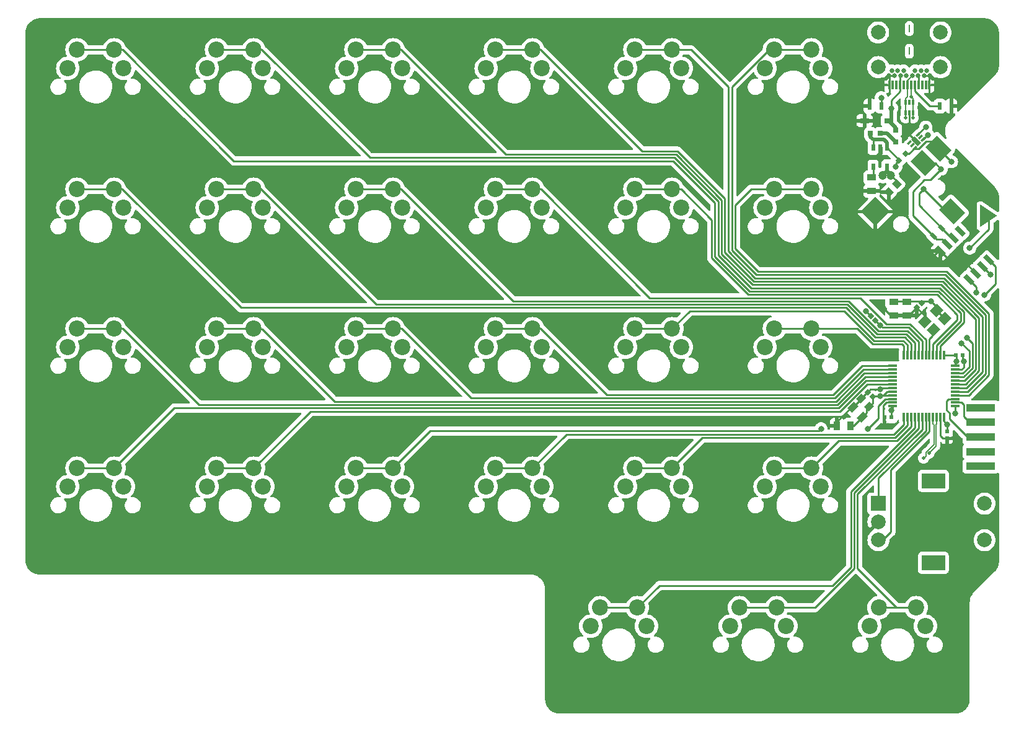
<source format=gtl>
G04 #@! TF.GenerationSoftware,KiCad,Pcbnew,(7.0.0)*
G04 #@! TF.CreationDate,2024-01-17T20:31:31+01:00*
G04 #@! TF.ProjectId,junon-kb,6a756e6f-6e2d-46b6-922e-6b696361645f,rev?*
G04 #@! TF.SameCoordinates,Original*
G04 #@! TF.FileFunction,Copper,L1,Top*
G04 #@! TF.FilePolarity,Positive*
%FSLAX46Y46*%
G04 Gerber Fmt 4.6, Leading zero omitted, Abs format (unit mm)*
G04 Created by KiCad (PCBNEW (7.0.0)) date 2024-01-17 20:31:31*
%MOMM*%
%LPD*%
G01*
G04 APERTURE LIST*
G04 Aperture macros list*
%AMRotRect*
0 Rectangle, with rotation*
0 The origin of the aperture is its center*
0 $1 length*
0 $2 width*
0 $3 Rotation angle, in degrees counterclockwise*
0 Add horizontal line*
21,1,$1,$2,0,0,$3*%
%AMOutline4P*
0 Free polygon, 4 corners , with rotation*
0 The origin of the aperture is its center*
0 number of corners: always 4*
0 $1 to $8 corner X, Y*
0 $9 Rotation angle, in degrees counterclockwise*
0 create outline with 4 corners*
4,1,4,$1,$2,$3,$4,$5,$6,$7,$8,$1,$2,$9*%
G04 Aperture macros list end*
G04 #@! TA.AperFunction,SMDPad,CuDef*
%ADD10RotRect,1.200000X1.400000X315.000000*%
G04 #@! TD*
G04 #@! TA.AperFunction,ComponentPad*
%ADD11C,2.200000*%
G04 #@! TD*
G04 #@! TA.AperFunction,SMDPad,CuDef*
%ADD12RotRect,0.700000X1.500000X225.000000*%
G04 #@! TD*
G04 #@! TA.AperFunction,SMDPad,CuDef*
%ADD13RotRect,0.650000X0.700000X45.000000*%
G04 #@! TD*
G04 #@! TA.AperFunction,SMDPad,CuDef*
%ADD14R,0.650000X0.700000*%
G04 #@! TD*
G04 #@! TA.AperFunction,SMDPad,CuDef*
%ADD15RotRect,0.600000X0.620000X45.000000*%
G04 #@! TD*
G04 #@! TA.AperFunction,SMDPad,CuDef*
%ADD16R,0.600000X0.620000*%
G04 #@! TD*
G04 #@! TA.AperFunction,SMDPad,CuDef*
%ADD17RotRect,0.600000X0.620000X135.000000*%
G04 #@! TD*
G04 #@! TA.AperFunction,SMDPad,CuDef*
%ADD18R,0.620000X0.600000*%
G04 #@! TD*
G04 #@! TA.AperFunction,SMDPad,CuDef*
%ADD19RotRect,0.609600X0.254000X225.000000*%
G04 #@! TD*
G04 #@! TA.AperFunction,SMDPad,CuDef*
%ADD20RotRect,0.660400X1.295400X225.000000*%
G04 #@! TD*
G04 #@! TA.AperFunction,SMDPad,CuDef*
%ADD21R,0.711200X0.762000*%
G04 #@! TD*
G04 #@! TA.AperFunction,SMDPad,CuDef*
%ADD22R,1.219200X0.762000*%
G04 #@! TD*
G04 #@! TA.AperFunction,SMDPad,CuDef*
%ADD23R,0.330200X0.685800*%
G04 #@! TD*
G04 #@! TA.AperFunction,SMDPad,CuDef*
%ADD24RotRect,0.855600X1.250000X135.000000*%
G04 #@! TD*
G04 #@! TA.AperFunction,SMDPad,CuDef*
%ADD25RotRect,0.863600X0.965200X135.000000*%
G04 #@! TD*
G04 #@! TA.AperFunction,SMDPad,CuDef*
%ADD26R,1.250000X0.855600*%
G04 #@! TD*
G04 #@! TA.AperFunction,ComponentPad*
%ADD27C,0.650000*%
G04 #@! TD*
G04 #@! TA.AperFunction,ComponentPad*
%ADD28C,2.012000*%
G04 #@! TD*
G04 #@! TA.AperFunction,SMDPad,CuDef*
%ADD29R,0.200000X1.000000*%
G04 #@! TD*
G04 #@! TA.AperFunction,SMDPad,CuDef*
%ADD30R,0.300000X1.200000*%
G04 #@! TD*
G04 #@! TA.AperFunction,SMDPad,CuDef*
%ADD31R,0.304800X1.193800*%
G04 #@! TD*
G04 #@! TA.AperFunction,SMDPad,CuDef*
%ADD32R,1.193800X0.304800*%
G04 #@! TD*
G04 #@! TA.AperFunction,SMDPad,CuDef*
%ADD33R,0.508000X0.952500*%
G04 #@! TD*
G04 #@! TA.AperFunction,SMDPad,CuDef*
%ADD34RotRect,0.863600X0.965200X225.000000*%
G04 #@! TD*
G04 #@! TA.AperFunction,SMDPad,CuDef*
%ADD35RotRect,0.558800X0.939800X225.000000*%
G04 #@! TD*
G04 #@! TA.AperFunction,SMDPad,CuDef*
%ADD36R,0.558800X1.041400*%
G04 #@! TD*
G04 #@! TA.AperFunction,ComponentPad*
%ADD37R,2.000000X2.000000*%
G04 #@! TD*
G04 #@! TA.AperFunction,ComponentPad*
%ADD38C,2.000000*%
G04 #@! TD*
G04 #@! TA.AperFunction,ComponentPad*
%ADD39R,3.200000X2.000000*%
G04 #@! TD*
G04 #@! TA.AperFunction,ConnectorPad*
%ADD40R,4.000000X1.000000*%
G04 #@! TD*
G04 #@! TA.AperFunction,SMDPad,CuDef*
%ADD41R,0.855600X1.250000*%
G04 #@! TD*
G04 #@! TA.AperFunction,SMDPad,CuDef*
%ADD42RotRect,2.794000X2.209800X315.000000*%
G04 #@! TD*
G04 #@! TA.AperFunction,SMDPad,CuDef*
%ADD43RotRect,2.794000X2.794000X315.000000*%
G04 #@! TD*
G04 #@! TA.AperFunction,SMDPad,CuDef*
%ADD44Outline4P,-1.143000X-1.512000X1.143000X-0.012000X1.143000X0.012000X-1.143000X1.512000X0.000000*%
G04 #@! TD*
G04 #@! TA.AperFunction,ViaPad*
%ADD45C,0.800000*%
G04 #@! TD*
G04 #@! TA.AperFunction,ViaPad*
%ADD46C,0.500000*%
G04 #@! TD*
G04 #@! TA.AperFunction,ViaPad*
%ADD47C,1.200000*%
G04 #@! TD*
G04 #@! TA.AperFunction,Conductor*
%ADD48C,0.250000*%
G04 #@! TD*
G04 #@! TA.AperFunction,Conductor*
%ADD49C,0.127000*%
G04 #@! TD*
G04 #@! TA.AperFunction,Conductor*
%ADD50C,0.600000*%
G04 #@! TD*
G04 #@! TA.AperFunction,Conductor*
%ADD51C,0.500000*%
G04 #@! TD*
G04 APERTURE END LIST*
D10*
X192462131Y-75906496D03*
X190906496Y-77462131D03*
X192037867Y-78593502D03*
X193593502Y-77037867D03*
D11*
X184607500Y-116510000D03*
X189687500Y-116510000D03*
X183337500Y-119050000D03*
X190957500Y-119050000D03*
X170320000Y-97460000D03*
X175400000Y-97460000D03*
X169050000Y-100000000D03*
X176670000Y-100000000D03*
X170320000Y-78410000D03*
X175400000Y-78410000D03*
X169050000Y-80950000D03*
X176670000Y-80950000D03*
X170320000Y-59360000D03*
X175400000Y-59360000D03*
X169050000Y-61900000D03*
X176670000Y-61900000D03*
X170320000Y-40310000D03*
X175400000Y-40310000D03*
X169050000Y-42850000D03*
X176670000Y-42850000D03*
X165557500Y-116510000D03*
X170637500Y-116510000D03*
X164287500Y-119050000D03*
X171907500Y-119050000D03*
X151270000Y-97460000D03*
X156350000Y-97460000D03*
X150000000Y-100000000D03*
X157620000Y-100000000D03*
X151270000Y-78410000D03*
X156350000Y-78410000D03*
X150000000Y-80950000D03*
X157620000Y-80950000D03*
X151270000Y-59360000D03*
X156350000Y-59360000D03*
X150000000Y-61900000D03*
X157620000Y-61900000D03*
X151270000Y-40310000D03*
X156350000Y-40310000D03*
X150000000Y-42850000D03*
X157620000Y-42850000D03*
X146507500Y-116510000D03*
X151587500Y-116510000D03*
X145237500Y-119050000D03*
X152857500Y-119050000D03*
X132220000Y-97460000D03*
X137300000Y-97460000D03*
X130950000Y-100000000D03*
X138570000Y-100000000D03*
X132220000Y-78410000D03*
X137300000Y-78410000D03*
X130950000Y-80950000D03*
X138570000Y-80950000D03*
X132220000Y-59360000D03*
X137300000Y-59360000D03*
X130950000Y-61900000D03*
X138570000Y-61900000D03*
X132220000Y-40310000D03*
X137300000Y-40310000D03*
X130950000Y-42850000D03*
X138570000Y-42850000D03*
X113170000Y-97460000D03*
X118250000Y-97460000D03*
X111900000Y-100000000D03*
X119520000Y-100000000D03*
X113170000Y-78410000D03*
X118250000Y-78410000D03*
X111900000Y-80950000D03*
X119520000Y-80950000D03*
X113170000Y-59360000D03*
X118250000Y-59360000D03*
X111900000Y-61900000D03*
X119520000Y-61900000D03*
X113170000Y-40310000D03*
X118250000Y-40310000D03*
X111900000Y-42850000D03*
X119520000Y-42850000D03*
X94120000Y-97460000D03*
X99200000Y-97460000D03*
X92850000Y-100000000D03*
X100470000Y-100000000D03*
X94120000Y-78410000D03*
X99200000Y-78410000D03*
X92850000Y-80950000D03*
X100470000Y-80950000D03*
X94120000Y-59360000D03*
X99200000Y-59360000D03*
X92850000Y-61900000D03*
X100470000Y-61900000D03*
X94120000Y-40310000D03*
X99200000Y-40310000D03*
X92850000Y-42850000D03*
X100470000Y-42850000D03*
X75070000Y-97460000D03*
X80150000Y-97460000D03*
X73800000Y-100000000D03*
X81420000Y-100000000D03*
X75070000Y-78410000D03*
X80150000Y-78410000D03*
X73800000Y-80950000D03*
X81420000Y-80950000D03*
X75070000Y-59360000D03*
X80150000Y-59360000D03*
X73800000Y-61900000D03*
X81420000Y-61900000D03*
X75070000Y-40310000D03*
X80150000Y-40310000D03*
X73800000Y-42850000D03*
X81420000Y-42850000D03*
D12*
X196915182Y-71709259D03*
X197813208Y-70811233D03*
X198711233Y-69913208D03*
X199609259Y-69015182D03*
X195684816Y-65090739D03*
X194786790Y-65988765D03*
X193888765Y-66886790D03*
X192990739Y-67784816D03*
D13*
X187322702Y-55477296D03*
X188277296Y-54522702D03*
D14*
X183424999Y-51752699D03*
X184774999Y-51752699D03*
D15*
X189774730Y-75525268D03*
X190425268Y-74874730D03*
D16*
X186319999Y-90499999D03*
X185399999Y-90499999D03*
D17*
X183725268Y-87725268D03*
X183074730Y-87074730D03*
D16*
X195139999Y-81999999D03*
X196059999Y-81999999D03*
D18*
X193899999Y-92439999D03*
X193899999Y-93359999D03*
D17*
X184125268Y-77325268D03*
X183474730Y-76674730D03*
D19*
X190619308Y-52587796D03*
X190265755Y-52234243D03*
X189912202Y-51880690D03*
X188780690Y-53012202D03*
X189134243Y-53365755D03*
X189487796Y-53719308D03*
D20*
X189699999Y-52799999D03*
D21*
X186899999Y-52925499D03*
X186899999Y-51274499D03*
D22*
X182623599Y-49999999D03*
X185976399Y-49999999D03*
D23*
X188250000Y-48911199D03*
X188749999Y-48911199D03*
X189249998Y-48911199D03*
X189249998Y-47488799D03*
X188749999Y-47488799D03*
X188250000Y-47488799D03*
D24*
X182356053Y-90456053D03*
X181043945Y-89143945D03*
D25*
X183265755Y-89065755D03*
X182134243Y-87934243D03*
D26*
X188399999Y-76627799D03*
X188399999Y-74772199D03*
X183599999Y-59608299D03*
X183599999Y-57752699D03*
D27*
X186750000Y-43830000D03*
X190750000Y-43830000D03*
D28*
X184480000Y-42680000D03*
X193020000Y-42680000D03*
X184480000Y-37950000D03*
X193020000Y-37950000D03*
D29*
X188749999Y-40499999D03*
X188749999Y-37399999D03*
D30*
X191499999Y-45079999D03*
X190999999Y-45079999D03*
X190499999Y-45079999D03*
X189999999Y-45079999D03*
X189499999Y-45079999D03*
X188999999Y-45079999D03*
X188499999Y-45079999D03*
X187999999Y-45079999D03*
X187499999Y-45079999D03*
X186999999Y-45079999D03*
X186499999Y-45079999D03*
X185999999Y-45079999D03*
D27*
X185950000Y-43830000D03*
X186350000Y-43130000D03*
X187150000Y-43130000D03*
X187550000Y-43830000D03*
X187950000Y-43130000D03*
X188350000Y-43830000D03*
X189150000Y-43830000D03*
X189550000Y-43130000D03*
X189950000Y-43830000D03*
X190350000Y-43130000D03*
X191150000Y-43130000D03*
X191550000Y-43830000D03*
D31*
X193499999Y-82000000D03*
X193000000Y-82000000D03*
X192499998Y-82000000D03*
X191999999Y-82000000D03*
X191500000Y-82000000D03*
X190999999Y-82000000D03*
X190499999Y-82000000D03*
X189999998Y-82000000D03*
X189499999Y-82000000D03*
X189000000Y-82000000D03*
X188499998Y-82000000D03*
X187999999Y-82000000D03*
D32*
X186500000Y-83499999D03*
X186500000Y-83999998D03*
X186500000Y-84500000D03*
X186500000Y-84999999D03*
X186500000Y-85499998D03*
X186500000Y-85999999D03*
X186500000Y-86499999D03*
X186500000Y-87000000D03*
X186500000Y-87499999D03*
X186500000Y-87999998D03*
X186500000Y-88500000D03*
X186500000Y-88999999D03*
D31*
X187999999Y-90499998D03*
X188499998Y-90499998D03*
X189000000Y-90499998D03*
X189499999Y-90499998D03*
X189999998Y-90499998D03*
X190499999Y-90499998D03*
X190999999Y-90499998D03*
X191500000Y-90499998D03*
X191999999Y-90499998D03*
X192499998Y-90499998D03*
X193000000Y-90499998D03*
X193499999Y-90499998D03*
D32*
X194999998Y-88999999D03*
X194999998Y-88500000D03*
X194999998Y-87999998D03*
X194999998Y-87499999D03*
X194999998Y-87000000D03*
X194999998Y-86499999D03*
X194999998Y-85999999D03*
X194999998Y-85499998D03*
X194999998Y-84999999D03*
X194999998Y-84500000D03*
X194999998Y-83999998D03*
X194999998Y-83499999D03*
D33*
X185699999Y-53699999D03*
X184749998Y-53699999D03*
X183799997Y-53699999D03*
X183799997Y-56252699D03*
X185699999Y-56252699D03*
D34*
X187065755Y-58634243D03*
X185934243Y-59765755D03*
D35*
X193165755Y-64634243D03*
X192034243Y-65765755D03*
D36*
X184900099Y-47999999D03*
X183299899Y-47999999D03*
X192899899Y-47999999D03*
X194500099Y-47999999D03*
D37*
X184527121Y-102299999D03*
D38*
X184527122Y-107300000D03*
X184527122Y-104800000D03*
D39*
X192027121Y-99199999D03*
X192027121Y-110399999D03*
D38*
X199027122Y-107300000D03*
X199027122Y-102300000D03*
D40*
X198499999Y-89199999D03*
X198499999Y-91199999D03*
X198499999Y-93199999D03*
X198499999Y-95199999D03*
X198499999Y-97199999D03*
D41*
X178872199Y-91699999D03*
X180727799Y-91699999D03*
D42*
X190736618Y-55781951D03*
X194623273Y-62362682D03*
D43*
X184091228Y-62427340D03*
D42*
X192712274Y-53806294D03*
D26*
X186599999Y-76627799D03*
X186599999Y-74772199D03*
D44*
X199600000Y-63000000D03*
D45*
X184800000Y-94800000D03*
X185400000Y-91800000D03*
X197400000Y-63000000D03*
X197000000Y-67400000D03*
D46*
X191428881Y-95443058D03*
X190700000Y-96100000D03*
X189274500Y-49600000D03*
X188225500Y-49600000D03*
D45*
X199000000Y-73800000D03*
X196624500Y-79693245D03*
X197900000Y-73500000D03*
X195900000Y-80400000D03*
X186900000Y-56300000D03*
X199800000Y-71000000D03*
X191800000Y-68700000D03*
X191300000Y-52000000D03*
X190700000Y-59300000D03*
X194500000Y-55600000D03*
X193108616Y-56591384D03*
X191000000Y-50900000D03*
X184900000Y-46900000D03*
D47*
X186250000Y-57452700D03*
X185150000Y-57452700D03*
D45*
X182810091Y-75989909D03*
X186300000Y-48300000D03*
D46*
X189000000Y-46703800D03*
D45*
X191700000Y-74700000D03*
X183100000Y-92100000D03*
X176700000Y-92100000D03*
X184500000Y-74900000D03*
X184500000Y-69500000D03*
X199750000Y-86450000D03*
X186300000Y-89600000D03*
X184800000Y-82000000D03*
X184800000Y-87600000D03*
X184800000Y-86724500D03*
X198500000Y-99200000D03*
X196199503Y-82900000D03*
X195200000Y-82900000D03*
X193900000Y-91500000D03*
X184772841Y-77952659D03*
X195000000Y-90000000D03*
D48*
X190100000Y-59900000D02*
X190700000Y-59300000D01*
X190100000Y-61568488D02*
X190100000Y-59900000D01*
X193165756Y-64634244D02*
X190100000Y-61568488D01*
X170320000Y-78410000D02*
X175400000Y-78410000D01*
X151270000Y-78410000D02*
X156350000Y-78410000D01*
X113170000Y-78410000D02*
X118250000Y-78410000D01*
X94120000Y-78410000D02*
X99200000Y-78410000D01*
X132220000Y-78410000D02*
X137300000Y-78410000D01*
X158910000Y-40310000D02*
X156350000Y-40310000D01*
X164000000Y-67818020D02*
X164000000Y-45400000D01*
X164000000Y-45400000D02*
X158910000Y-40310000D01*
X193481980Y-71500000D02*
X167681980Y-71500000D01*
X198724503Y-84356776D02*
X198724503Y-76742523D01*
X196581279Y-86500000D02*
X198724503Y-84356776D01*
X194999999Y-86500000D02*
X196581279Y-86500000D01*
X198724503Y-76742523D02*
X193481980Y-71500000D01*
X167681980Y-71500000D02*
X164000000Y-67818020D01*
X138410000Y-40310000D02*
X137300000Y-40310000D01*
X152250000Y-54150000D02*
X138410000Y-40310000D01*
X157059188Y-54150000D02*
X152250000Y-54150000D01*
X163550000Y-60640812D02*
X157059188Y-54150000D01*
X167495584Y-71950000D02*
X163550000Y-68004416D01*
X193295584Y-71950000D02*
X167495584Y-71950000D01*
X163550000Y-68004416D02*
X163550000Y-60640812D01*
X198274503Y-76928919D02*
X193295584Y-71950000D01*
X198274503Y-84170380D02*
X198274503Y-76928919D01*
X194999999Y-86000000D02*
X196444883Y-86000000D01*
X196444883Y-86000000D02*
X198274503Y-84170380D01*
X119310000Y-40310000D02*
X118250000Y-40310000D01*
X133600000Y-54600000D02*
X119310000Y-40310000D01*
X156872792Y-54600000D02*
X133600000Y-54600000D01*
X193109188Y-72400000D02*
X167309188Y-72400000D01*
X163100000Y-68190812D02*
X163100000Y-60827208D01*
X197824503Y-77115315D02*
X193109188Y-72400000D01*
X167309188Y-72400000D02*
X163100000Y-68190812D01*
X197824503Y-83983984D02*
X197824503Y-77115315D01*
X196308488Y-85499999D02*
X197824503Y-83983984D01*
X163100000Y-60827208D02*
X156872792Y-54600000D01*
X194999999Y-85499999D02*
X196308488Y-85499999D01*
X100310000Y-40310000D02*
X99200000Y-40310000D01*
X115050000Y-55050000D02*
X100310000Y-40310000D01*
X156686396Y-55050000D02*
X115050000Y-55050000D01*
X162650000Y-68377208D02*
X162650000Y-61013604D01*
X167122792Y-72850000D02*
X162650000Y-68377208D01*
X192922792Y-72850000D02*
X167122792Y-72850000D01*
X196200000Y-76127208D02*
X192922792Y-72850000D01*
X196200000Y-77572792D02*
X196200000Y-76127208D01*
X193000000Y-80772792D02*
X196200000Y-77572792D01*
X162650000Y-61013604D02*
X156686396Y-55050000D01*
X193000001Y-82000001D02*
X193000000Y-80772792D01*
X81310000Y-40310000D02*
X80150000Y-40310000D01*
X96500000Y-55500000D02*
X81310000Y-40310000D01*
X156500000Y-55500000D02*
X96500000Y-55500000D01*
X162200000Y-68563604D02*
X162200000Y-61200000D01*
X162200000Y-61200000D02*
X156500000Y-55500000D01*
X166936396Y-73300000D02*
X162200000Y-68563604D01*
X192736396Y-73300000D02*
X166936396Y-73300000D01*
X195750000Y-76313604D02*
X192736396Y-73300000D01*
X195750000Y-77386396D02*
X195750000Y-76313604D01*
X192500000Y-80636396D02*
X195750000Y-77386396D01*
X192499999Y-82000001D02*
X192500000Y-80636396D01*
X81260000Y-59360000D02*
X80150000Y-59360000D01*
X97450000Y-75550000D02*
X81260000Y-59360000D01*
X180072792Y-75550000D02*
X97450000Y-75550000D01*
X184122792Y-79600000D02*
X180072792Y-75550000D01*
X188122792Y-79600000D02*
X184122792Y-79600000D01*
X189000000Y-80477208D02*
X188122792Y-79600000D01*
X189000001Y-82000001D02*
X189000000Y-80477208D01*
X180259188Y-75100000D02*
X115900000Y-75100000D01*
X115900000Y-75100000D02*
X100160000Y-59360000D01*
X184309188Y-79150000D02*
X180259188Y-75100000D01*
X188309188Y-79150000D02*
X184309188Y-79150000D01*
X189500000Y-80340812D02*
X188309188Y-79150000D01*
X189500000Y-82000001D02*
X189500000Y-80340812D01*
X100160000Y-59360000D02*
X99200000Y-59360000D01*
X180445584Y-74650000D02*
X134650000Y-74650000D01*
X134650000Y-74650000D02*
X119360000Y-59360000D01*
X119360000Y-59360000D02*
X118250000Y-59360000D01*
X188495584Y-78700000D02*
X184495584Y-78700000D01*
X184495584Y-78700000D02*
X180445584Y-74650000D01*
X189999999Y-82000001D02*
X190000000Y-80204416D01*
X190000000Y-80204416D02*
X188495584Y-78700000D01*
X185645487Y-77800000D02*
X188868376Y-77800000D01*
X182045487Y-74200000D02*
X185645487Y-77800000D01*
X138460000Y-59360000D02*
X153300000Y-74200000D01*
X153300000Y-74200000D02*
X182045487Y-74200000D01*
X191000000Y-79931624D02*
X191000000Y-82000001D01*
X137300000Y-59360000D02*
X138460000Y-59360000D01*
X188868376Y-77800000D02*
X191000000Y-79931624D01*
X157560000Y-59360000D02*
X156350000Y-59360000D01*
X161750000Y-63550000D02*
X157560000Y-59360000D01*
X161750000Y-64750000D02*
X161750000Y-63550000D01*
X186000000Y-43880000D02*
X186000000Y-45080000D01*
X191500000Y-43880000D02*
X191500000Y-45080000D01*
X185950000Y-43830000D02*
X186000000Y-43880000D01*
X191550000Y-43830000D02*
X191500000Y-43880000D01*
X182318020Y-83500000D02*
X186500001Y-83500000D01*
X147450000Y-87450000D02*
X178368020Y-87450000D01*
X178368020Y-87450000D02*
X182318020Y-83500000D01*
X138410000Y-78410000D02*
X147450000Y-87450000D01*
X137410000Y-78410000D02*
X138410000Y-78410000D01*
X182454416Y-84000000D02*
X186500001Y-83999999D01*
X178554416Y-87900000D02*
X182454416Y-84000000D01*
X128900000Y-87900000D02*
X178554416Y-87900000D01*
X119410000Y-78410000D02*
X128900000Y-87900000D01*
X118410000Y-78410000D02*
X119410000Y-78410000D01*
X182590812Y-84500000D02*
X186500001Y-84500001D01*
X178740812Y-88350000D02*
X182590812Y-84500000D01*
X110250000Y-88350000D02*
X178740812Y-88350000D01*
X100350000Y-78450000D02*
X110250000Y-88350000D01*
X99200000Y-78450000D02*
X100350000Y-78450000D01*
X81310000Y-78410000D02*
X80410000Y-78410000D01*
X91700000Y-88800000D02*
X81310000Y-78410000D01*
X182727208Y-85000000D02*
X178927208Y-88800000D01*
X186500001Y-85000000D02*
X182727208Y-85000000D01*
X178927208Y-88800000D02*
X91700000Y-88800000D01*
X184607500Y-116510000D02*
X189687500Y-116510000D01*
X151587500Y-116510000D02*
X146507500Y-116510000D01*
X170637500Y-116510000D02*
X165557500Y-116510000D01*
X170320000Y-97460000D02*
X175400000Y-97460000D01*
X151270000Y-97460000D02*
X156350000Y-97460000D01*
X132220000Y-97460000D02*
X137300000Y-97460000D01*
X113170000Y-97460000D02*
X118250000Y-97460000D01*
X94120000Y-97460000D02*
X99200000Y-97460000D01*
X75070000Y-97460000D02*
X80150000Y-97460000D01*
X75070000Y-78410000D02*
X80150000Y-78410000D01*
X80150000Y-59360000D02*
X75070000Y-59360000D01*
X99200000Y-59360000D02*
X94120000Y-59360000D01*
X118250000Y-59360000D02*
X113170000Y-59360000D01*
X137300000Y-59360000D02*
X132220000Y-59360000D01*
X156350000Y-59360000D02*
X151270000Y-59360000D01*
X151270000Y-40310000D02*
X156350000Y-40310000D01*
X132220000Y-40310000D02*
X137300000Y-40310000D01*
X113170000Y-40310000D02*
X118250000Y-40310000D01*
X94120000Y-40310000D02*
X99200000Y-40310000D01*
X75070000Y-40310000D02*
X80150000Y-40310000D01*
X185400000Y-90500000D02*
X185400000Y-91800000D01*
X186750000Y-43830000D02*
X185950000Y-43830000D01*
X199600000Y-64800000D02*
X197000000Y-67400000D01*
X199600000Y-63000000D02*
X199600000Y-64800000D01*
D49*
X192376999Y-94494940D02*
X191428881Y-95443058D01*
X192376999Y-94302607D02*
X192376999Y-94494940D01*
X190995823Y-95804177D02*
X190700000Y-96100000D01*
X190995823Y-95324572D02*
X190995823Y-95804177D01*
X191206717Y-95113677D02*
X190995823Y-95324572D01*
X192000000Y-90499999D02*
X192000000Y-91395350D01*
X192123000Y-94197394D02*
X191206717Y-95113677D01*
X192123000Y-91518350D02*
X192123000Y-94197394D01*
X192000000Y-91395350D02*
X192123000Y-91518350D01*
X192376999Y-91518350D02*
X192376999Y-94302607D01*
X192499999Y-91395350D02*
X192376999Y-91518350D01*
X192499999Y-90499999D02*
X192499999Y-91395350D01*
X189249999Y-49575499D02*
X189274500Y-49600000D01*
X189249999Y-48911200D02*
X189249999Y-49575499D01*
X188250001Y-49575499D02*
X188225500Y-49600000D01*
X188250001Y-48911200D02*
X188250001Y-49575499D01*
D48*
X167140000Y-59360000D02*
X175400000Y-59360000D01*
X165000000Y-61500000D02*
X167140000Y-59360000D01*
X165000000Y-67445228D02*
X165000000Y-61500000D01*
X164950000Y-67495228D02*
X165000000Y-67445228D01*
X168054772Y-70600000D02*
X164950000Y-67495228D01*
X193854772Y-70600000D02*
X168054772Y-70600000D01*
X199624503Y-84729568D02*
X199624503Y-76369731D01*
X194999999Y-87500000D02*
X196854071Y-87500000D01*
X196854071Y-87500000D02*
X199624503Y-84729568D01*
X199624503Y-76369731D02*
X193854772Y-70600000D01*
X169574745Y-40310000D02*
X175400000Y-40310000D01*
X164500000Y-45384745D02*
X169574745Y-40310000D01*
X193668376Y-71050000D02*
X167868376Y-71050000D01*
X199174503Y-84543172D02*
X199174503Y-76556127D01*
X199174503Y-76556127D02*
X193668376Y-71050000D01*
X196717674Y-87000001D02*
X199174503Y-84543172D01*
X194999999Y-87000001D02*
X196717674Y-87000001D01*
X167868376Y-71050000D02*
X164500000Y-67681624D01*
X164500000Y-67681624D02*
X164500000Y-45384745D01*
X200525000Y-69930923D02*
X199609260Y-69015183D01*
X200525000Y-72275000D02*
X200525000Y-69930923D01*
X199000000Y-73800000D02*
X200525000Y-72275000D01*
X197374503Y-80443248D02*
X196624500Y-79693245D01*
X197374503Y-83797588D02*
X197374503Y-80443248D01*
X196222090Y-84950001D02*
X197374503Y-83797588D01*
X196172091Y-85000000D02*
X196222090Y-84950001D01*
X194999999Y-85000000D02*
X196172091Y-85000000D01*
X197900000Y-72694077D02*
X196915183Y-71709260D01*
X197900000Y-73500000D02*
X197900000Y-72694077D01*
X196924503Y-81424503D02*
X195900000Y-80400000D01*
X196924503Y-83611192D02*
X196924503Y-81424503D01*
X196035694Y-84500001D02*
X196924503Y-83611192D01*
X194999999Y-84500001D02*
X196035694Y-84500001D01*
X199800000Y-71000000D02*
X198713209Y-69913209D01*
X186900000Y-55900000D02*
X187322703Y-55477297D01*
X186900000Y-56300000D02*
X186900000Y-55900000D01*
X192715183Y-67784817D02*
X191800000Y-68700000D01*
X194520278Y-65988766D02*
X193165756Y-64634244D01*
X193762683Y-62362683D02*
X190700000Y-59300000D01*
X191600000Y-58100000D02*
X193108616Y-56591384D01*
X189250000Y-59650000D02*
X190800000Y-58100000D01*
X189250000Y-62981512D02*
X189250000Y-59650000D01*
X190800000Y-58100000D02*
X191600000Y-58100000D01*
X192034244Y-65765756D02*
X189250000Y-62981512D01*
X191207106Y-52000000D02*
X190619309Y-52587797D01*
X191300000Y-52000000D02*
X191207106Y-52000000D01*
X187322703Y-55322703D02*
X185700000Y-53700000D01*
X188684403Y-54522703D02*
X188277297Y-54522703D01*
X189487797Y-53719309D02*
X188684403Y-54522703D01*
X189584968Y-53816480D02*
X189487797Y-53719309D01*
X191057139Y-52818467D02*
X190059126Y-53816480D01*
X190059126Y-53816480D02*
X189584968Y-53816480D01*
X191724447Y-52818467D02*
X191057139Y-52818467D01*
X192712275Y-53806295D02*
X191724447Y-52818467D01*
X194500000Y-55600000D02*
X194500000Y-55594020D01*
X194500000Y-55594020D02*
X192712275Y-53806295D01*
X190736619Y-55781952D02*
X192299184Y-55781952D01*
X192299184Y-55781952D02*
X193108616Y-56591384D01*
X191000000Y-50900000D02*
X190892894Y-50900000D01*
X190892894Y-50900000D02*
X189912203Y-51880691D01*
X188750000Y-51850000D02*
X189700000Y-52800000D01*
X188750000Y-48911200D02*
X188750000Y-51850000D01*
D50*
X184176249Y-55000000D02*
X182100000Y-55000000D01*
X184749999Y-54426250D02*
X184176249Y-55000000D01*
X184749999Y-53700000D02*
X184749999Y-54426250D01*
D48*
X192468488Y-66200000D02*
X192034244Y-65765756D01*
X193888766Y-66886791D02*
X193201975Y-66200000D01*
X193201975Y-66200000D02*
X192468488Y-66200000D01*
X193945334Y-68739411D02*
X192990740Y-67784817D01*
X195741386Y-68739411D02*
X193945334Y-68739411D01*
X195741386Y-68739411D02*
X197813209Y-70811234D01*
X187065756Y-58268456D02*
X186250000Y-57452700D01*
X195300000Y-76500000D02*
X192550000Y-73750000D01*
X195300000Y-77200000D02*
X195300000Y-76500000D01*
X192550000Y-73750000D02*
X166750000Y-73750000D01*
X166750000Y-73750000D02*
X161750000Y-68750000D01*
X161750000Y-68750000D02*
X161750000Y-64750000D01*
X192000000Y-82000001D02*
X192000000Y-80500000D01*
X192000000Y-80500000D02*
X195300000Y-77200000D01*
X184900000Y-46900000D02*
X184900000Y-47999900D01*
D51*
X185280249Y-52600000D02*
X183800000Y-52600000D01*
X185700000Y-53019751D02*
X185280249Y-52600000D01*
X185700000Y-53700000D02*
X185700000Y-53019751D01*
X183800000Y-52600000D02*
X183425000Y-52225000D01*
X183425000Y-52225000D02*
X183425000Y-51752700D01*
D48*
X183799998Y-53700000D02*
X183799998Y-52700002D01*
D51*
X186900000Y-52925500D02*
X185727200Y-51752700D01*
X185727200Y-51752700D02*
X184775000Y-51752700D01*
D48*
X186900000Y-50923600D02*
X186900000Y-51274500D01*
D51*
X185976400Y-50000000D02*
X186900000Y-50923600D01*
D48*
X186300000Y-49676400D02*
X185976400Y-50000000D01*
D51*
X186300000Y-48300000D02*
X186300000Y-49676400D01*
D48*
X183800000Y-57752700D02*
X183800000Y-56252702D01*
D51*
X185700000Y-56902700D02*
X186250000Y-57452700D01*
X185700000Y-56252700D02*
X185700000Y-56902700D01*
X185700000Y-56902700D02*
X185150000Y-57452700D01*
D48*
X182810091Y-75989909D02*
X183474731Y-76654549D01*
X184752659Y-77952659D02*
X184125269Y-77325269D01*
X184772841Y-77952659D02*
X184752659Y-77952659D01*
X186300000Y-47200000D02*
X186300000Y-48300000D01*
X187500000Y-45080000D02*
X187500000Y-46000000D01*
X187500000Y-46000000D02*
X186300000Y-47200000D01*
X191520000Y-48000000D02*
X192899900Y-48000000D01*
X189500000Y-45980000D02*
X191520000Y-48000000D01*
X189500000Y-45080000D02*
X189500000Y-45980000D01*
D49*
X188500000Y-44480000D02*
X188500000Y-45080000D01*
X189150000Y-43830000D02*
X188500000Y-44480000D01*
X188250001Y-47488800D02*
X188250001Y-48911200D01*
X189249999Y-47488800D02*
X189249999Y-48911200D01*
X189249999Y-46953799D02*
X189249999Y-47488800D01*
X189000000Y-46703800D02*
X189249999Y-46953799D01*
X189000000Y-45080000D02*
X189000000Y-46703800D01*
X188250001Y-46953799D02*
X188250001Y-47488800D01*
X188500000Y-46703800D02*
X188250001Y-46953799D01*
X188500000Y-45080000D02*
X188500000Y-46703800D01*
D48*
X186000000Y-45080000D02*
X186000000Y-46300000D01*
X191500000Y-45080000D02*
X191500000Y-46300000D01*
X192640000Y-45100000D02*
X191560000Y-45100000D01*
X186000000Y-45080000D02*
X184920000Y-45080000D01*
X190750000Y-43830000D02*
X191550000Y-43830000D01*
X187500000Y-43880000D02*
X187500000Y-45080000D01*
X190000000Y-43880000D02*
X190000000Y-45080000D01*
X191500001Y-79799999D02*
X191900000Y-79400000D01*
X191500001Y-82000001D02*
X191500001Y-79799999D01*
X193593503Y-77037868D02*
X192462132Y-75906497D01*
X186227800Y-76627800D02*
X184500000Y-74900000D01*
X188400000Y-76627800D02*
X186600000Y-76627800D01*
X188672378Y-76627800D02*
X189774731Y-75525447D01*
X190906497Y-76657035D02*
X189774731Y-75525269D01*
X190906497Y-77462132D02*
X190906497Y-76657035D01*
X191700000Y-74700000D02*
X186672200Y-74700000D01*
X192462132Y-75462132D02*
X191700000Y-74700000D01*
X184500000Y-88964305D02*
X185464306Y-87999999D01*
X185464306Y-87999999D02*
X186500001Y-87999999D01*
X183100000Y-92100000D02*
X184500000Y-90700000D01*
X184500000Y-90700000D02*
X184500000Y-88964305D01*
X186500001Y-87000001D02*
X185699999Y-87000001D01*
X185699999Y-87000001D02*
X185200000Y-87500000D01*
X185200000Y-87500000D02*
X184900000Y-87500000D01*
X186500001Y-87500000D02*
X185200000Y-87500000D01*
X184900000Y-87500000D02*
X184800000Y-87600000D01*
X176400000Y-92400000D02*
X176700000Y-92100000D01*
X123310000Y-92400000D02*
X176400000Y-92400000D01*
X118250000Y-97460000D02*
X123310000Y-92400000D01*
X178872200Y-91127800D02*
X178872200Y-91700000D01*
X180856054Y-89143946D02*
X178872200Y-91127800D01*
X182134244Y-88053648D02*
X181043946Y-89143946D01*
X182993757Y-87074731D02*
X182134244Y-87934244D01*
X183424962Y-86724500D02*
X183074731Y-87074731D01*
X184800000Y-86724500D02*
X183424962Y-86724500D01*
X181112108Y-91700000D02*
X180727800Y-91700000D01*
X182356054Y-90456054D02*
X181112108Y-91700000D01*
X182900000Y-89431512D02*
X182900000Y-89912108D01*
X183265756Y-89065756D02*
X182900000Y-89431512D01*
X182900000Y-89912108D02*
X182356054Y-90456054D01*
X183725269Y-88606243D02*
X183265756Y-89065756D01*
X183725269Y-87725269D02*
X183725269Y-88606243D01*
X184800000Y-87600000D02*
X183850538Y-87600000D01*
X186300000Y-89600000D02*
X186300000Y-90480000D01*
X186500001Y-89399999D02*
X186300000Y-89600000D01*
X186500001Y-89000000D02*
X186500001Y-89399999D01*
X185200000Y-90300000D02*
X185400000Y-90500000D01*
X185200000Y-89200000D02*
X185200000Y-90300000D01*
X185600700Y-88500001D02*
X185200000Y-88900701D01*
X185200000Y-88900701D02*
X185200000Y-89200000D01*
X186500001Y-88500001D02*
X185600700Y-88500001D01*
X185024500Y-86500000D02*
X184800000Y-86724500D01*
X185024500Y-86500000D02*
X186500001Y-86500000D01*
X196060000Y-82760497D02*
X196199503Y-82900000D01*
X196060000Y-82000000D02*
X196060000Y-82760497D01*
X196199503Y-83699796D02*
X196199503Y-82900000D01*
X195899300Y-83999999D02*
X196199503Y-83699796D01*
X194999999Y-83999999D02*
X195899300Y-83999999D01*
X195200000Y-82900000D02*
X195200000Y-82160000D01*
X194999999Y-83100001D02*
X195200000Y-82900000D01*
X194999999Y-83500000D02*
X194999999Y-83100001D01*
X193500000Y-82000001D02*
X195040001Y-82000001D01*
X193000001Y-93020001D02*
X193000001Y-90499999D01*
X193340000Y-93360000D02*
X193000001Y-93020001D01*
X193900000Y-93360000D02*
X193340000Y-93360000D01*
X193500000Y-91100000D02*
X193500000Y-90499999D01*
X193900000Y-91500000D02*
X193500000Y-91100000D01*
X193900000Y-92440000D02*
X193900000Y-91500000D01*
X194275000Y-90775000D02*
X196700000Y-93200000D01*
X193800000Y-88300700D02*
X193800000Y-89500000D01*
X194100701Y-87999999D02*
X193800000Y-88300700D01*
X194275000Y-89975000D02*
X194275000Y-90775000D01*
X194999999Y-87999999D02*
X194100701Y-87999999D01*
X193800000Y-89500000D02*
X194275000Y-89975000D01*
X196175000Y-90375000D02*
X197000000Y-91200000D01*
X195899300Y-88500001D02*
X196175000Y-88775701D01*
X194999999Y-88500001D02*
X195899300Y-88500001D01*
X196175000Y-88775701D02*
X196175000Y-90375000D01*
X186250000Y-106150000D02*
X185100000Y-107300000D01*
X186250000Y-97704772D02*
X186250000Y-106150000D01*
X191500001Y-92454771D02*
X186250000Y-97704772D01*
X191500001Y-90499999D02*
X191500001Y-92454771D01*
X184527122Y-98791254D02*
X184527122Y-102300000D01*
X191000000Y-92318376D02*
X184527122Y-98791254D01*
X191000000Y-90499999D02*
X191000000Y-92318376D01*
X160510000Y-93300000D02*
X156350000Y-97460000D01*
X188499999Y-91636397D02*
X186836396Y-93300000D01*
X186836396Y-93300000D02*
X160510000Y-93300000D01*
X188499999Y-90499999D02*
X188499999Y-91636397D01*
X179113604Y-89250000D02*
X88360000Y-89250000D01*
X182863605Y-85499999D02*
X179113604Y-89250000D01*
X88360000Y-89250000D02*
X80150000Y-97460000D01*
X186500001Y-85499999D02*
X182863605Y-85499999D01*
X106960000Y-89700000D02*
X99200000Y-97460000D01*
X186500001Y-86000000D02*
X183000000Y-86000000D01*
X179300000Y-89700000D02*
X106960000Y-89700000D01*
X183000000Y-86000000D02*
X179300000Y-89700000D01*
X188000000Y-90499999D02*
X188000000Y-91500000D01*
X186650000Y-92850000D02*
X141910000Y-92850000D01*
X188000000Y-91500000D02*
X186650000Y-92850000D01*
X141910000Y-92850000D02*
X137300000Y-97460000D01*
X183750000Y-80500000D02*
X181660000Y-78410000D01*
X181660000Y-78410000D02*
X175400000Y-78410000D01*
X188000000Y-80750000D02*
X187750000Y-80500000D01*
X187750000Y-80500000D02*
X183750000Y-80500000D01*
X188000000Y-82000001D02*
X188000000Y-80750000D01*
X178244448Y-113505552D02*
X154591948Y-113505552D01*
X189500000Y-90499999D02*
X189500000Y-91909188D01*
X180750000Y-100659188D02*
X180750000Y-111000000D01*
X180750000Y-111000000D02*
X178244448Y-113505552D01*
X189500000Y-91909188D02*
X180750000Y-100659188D01*
X154591948Y-113505552D02*
X151587500Y-116510000D01*
X179886396Y-76000000D02*
X158760000Y-76000000D01*
X183936396Y-80050000D02*
X179886396Y-76000000D01*
X188500000Y-80613604D02*
X187936396Y-80050000D01*
X188499999Y-82000001D02*
X188500000Y-80613604D01*
X187936396Y-80050000D02*
X183936396Y-80050000D01*
X158760000Y-76000000D02*
X156350000Y-78410000D01*
X189000001Y-90499999D02*
X189000001Y-91772791D01*
X189000001Y-91772791D02*
X187022792Y-93750000D01*
X179110000Y-93750000D02*
X175400000Y-97460000D01*
X187022792Y-93750000D02*
X179110000Y-93750000D01*
X181200000Y-100845584D02*
X181200000Y-111186396D01*
X181200000Y-111186396D02*
X175876396Y-116510000D01*
X189999999Y-92045585D02*
X181200000Y-100845584D01*
X189999999Y-90499999D02*
X189999999Y-92045585D01*
X175876396Y-116510000D02*
X170637500Y-116510000D01*
X190500000Y-92181980D02*
X181650000Y-101031980D01*
X187010000Y-116510000D02*
X189687500Y-116510000D01*
X181650000Y-101031980D02*
X181650000Y-111150000D01*
X190500000Y-90499999D02*
X190500000Y-92181980D01*
X181650000Y-111150000D02*
X187010000Y-116510000D01*
X190500000Y-80068020D02*
X190500000Y-82000001D01*
X184772841Y-77952659D02*
X185070182Y-78250000D01*
X185070182Y-78250000D02*
X188681980Y-78250000D01*
X188681980Y-78250000D02*
X190500000Y-80068020D01*
X194999999Y-89000000D02*
X195000000Y-90000000D01*
G04 #@! TA.AperFunction,Conductor*
G36*
X199004042Y-36000764D02*
G01*
X199083586Y-36005978D01*
X199083767Y-36005991D01*
X199261587Y-36018709D01*
X199276904Y-36020772D01*
X199388378Y-36042945D01*
X199390437Y-36043374D01*
X199530240Y-36073786D01*
X199543703Y-36077522D01*
X199657725Y-36116228D01*
X199661074Y-36117420D01*
X199788808Y-36165062D01*
X199800300Y-36170024D01*
X199910687Y-36224461D01*
X199915187Y-36226798D01*
X200032478Y-36290844D01*
X200041942Y-36296574D01*
X200145269Y-36365615D01*
X200150688Y-36369450D01*
X200256727Y-36448830D01*
X200264145Y-36454844D01*
X200357976Y-36537131D01*
X200363898Y-36542678D01*
X200457320Y-36636100D01*
X200462867Y-36642022D01*
X200545150Y-36735848D01*
X200551173Y-36743278D01*
X200588691Y-36793396D01*
X200630548Y-36849310D01*
X200634383Y-36854729D01*
X200703424Y-36958056D01*
X200709154Y-36967520D01*
X200773183Y-37084779D01*
X200775564Y-37089363D01*
X200829969Y-37199687D01*
X200834938Y-37211196D01*
X200882556Y-37338863D01*
X200883793Y-37342338D01*
X200922470Y-37456276D01*
X200926217Y-37469777D01*
X200956613Y-37609508D01*
X200957064Y-37611675D01*
X200979224Y-37723080D01*
X200981291Y-37738425D01*
X200993995Y-37916046D01*
X200994045Y-37916781D01*
X200999234Y-37995942D01*
X200999500Y-38004053D01*
X200999500Y-42396519D01*
X200999305Y-42403475D01*
X200996542Y-42452653D01*
X200996472Y-42453806D01*
X200984738Y-42632846D01*
X200983251Y-42645509D01*
X200967544Y-42737946D01*
X200966913Y-42741365D01*
X200940522Y-42874044D01*
X200938059Y-42884180D01*
X200909979Y-42981651D01*
X200908244Y-42987183D01*
X200866985Y-43108728D01*
X200864127Y-43116323D01*
X200824650Y-43211626D01*
X200821301Y-43219015D01*
X200764537Y-43334122D01*
X200761853Y-43339259D01*
X200712787Y-43428039D01*
X200707361Y-43436950D01*
X200632187Y-43549454D01*
X200630215Y-43552318D01*
X200575968Y-43628772D01*
X200568066Y-43638775D01*
X200449769Y-43773668D01*
X200449001Y-43774537D01*
X200416188Y-43811255D01*
X200411409Y-43816309D01*
X195479539Y-48748179D01*
X195424663Y-48780080D01*
X195361190Y-48780646D01*
X195305754Y-48749728D01*
X195272880Y-48695429D01*
X195271183Y-48631977D01*
X195273926Y-48620368D01*
X195279146Y-48571814D01*
X195279500Y-48565218D01*
X195279500Y-48266326D01*
X195276049Y-48253450D01*
X195263174Y-48250000D01*
X194766426Y-48250000D01*
X194753550Y-48253450D01*
X194750100Y-48266326D01*
X194750100Y-49004374D01*
X194753550Y-49017249D01*
X194766426Y-49020700D01*
X194824018Y-49020700D01*
X194830614Y-49020346D01*
X194879168Y-49015126D01*
X194890777Y-49012383D01*
X194954229Y-49014080D01*
X195008528Y-49046954D01*
X195039446Y-49102390D01*
X195038880Y-49165863D01*
X195006979Y-49220739D01*
X194213962Y-50013756D01*
X194213846Y-50013845D01*
X194213834Y-50013833D01*
X194213742Y-50013924D01*
X194213738Y-50013928D01*
X194123986Y-50103673D01*
X194123977Y-50103682D01*
X194121113Y-50106547D01*
X194118639Y-50109769D01*
X194118638Y-50109772D01*
X193963934Y-50311375D01*
X193963929Y-50311381D01*
X193961463Y-50314596D01*
X193959438Y-50318101D01*
X193959434Y-50318109D01*
X193832365Y-50538186D01*
X193832357Y-50538200D01*
X193830335Y-50541704D01*
X193828782Y-50545451D01*
X193828777Y-50545463D01*
X193731529Y-50780231D01*
X193731524Y-50780244D01*
X193729975Y-50783985D01*
X193728925Y-50787900D01*
X193728925Y-50787903D01*
X193663149Y-51033375D01*
X193663145Y-51033391D01*
X193662100Y-51037294D01*
X193661570Y-51041317D01*
X193661570Y-51041319D01*
X193629102Y-51287947D01*
X193627871Y-51297296D01*
X193627871Y-51301348D01*
X193627871Y-51301349D01*
X193627872Y-51555488D01*
X193627872Y-51555502D01*
X193627873Y-51559541D01*
X193628400Y-51563544D01*
X193628401Y-51563558D01*
X193653644Y-51755267D01*
X193662107Y-51819542D01*
X193663158Y-51823464D01*
X193663159Y-51823469D01*
X193728936Y-52068930D01*
X193728939Y-52068941D01*
X193729987Y-52072849D01*
X193731536Y-52076589D01*
X193731537Y-52076591D01*
X193830352Y-52315129D01*
X193829321Y-52315555D01*
X193840559Y-52378477D01*
X193814619Y-52442284D01*
X193758631Y-52482405D01*
X193689872Y-52486461D01*
X193629557Y-52453199D01*
X192828132Y-51651775D01*
X192825785Y-51649428D01*
X192779102Y-51611807D01*
X192657667Y-51556349D01*
X192656253Y-51555703D01*
X192656252Y-51555702D01*
X192648186Y-51552019D01*
X192639412Y-51550757D01*
X192639407Y-51550756D01*
X192514507Y-51532800D01*
X192505729Y-51531538D01*
X192496951Y-51532800D01*
X192372050Y-51550756D01*
X192372043Y-51550757D01*
X192363272Y-51552019D01*
X192355206Y-51555702D01*
X192355201Y-51555704D01*
X192242564Y-51607144D01*
X192183188Y-51618100D01*
X192125677Y-51599716D01*
X192083666Y-51556349D01*
X192035783Y-51473413D01*
X192035782Y-51473412D01*
X192032533Y-51467784D01*
X191905871Y-51327112D01*
X191900621Y-51323297D01*
X191900618Y-51323295D01*
X191899629Y-51322577D01*
X191898810Y-51321668D01*
X191895782Y-51318941D01*
X191896068Y-51318622D01*
X191865127Y-51284258D01*
X191849193Y-51235219D01*
X191854582Y-51183946D01*
X191885674Y-51088256D01*
X191905460Y-50900000D01*
X191885674Y-50711744D01*
X191827179Y-50531716D01*
X191732533Y-50367784D01*
X191721246Y-50355249D01*
X191610220Y-50231942D01*
X191610219Y-50231941D01*
X191605871Y-50227112D01*
X191600613Y-50223292D01*
X191600611Y-50223290D01*
X191457988Y-50119669D01*
X191457987Y-50119668D01*
X191452730Y-50115849D01*
X191425383Y-50103673D01*
X191285745Y-50041501D01*
X191285740Y-50041499D01*
X191279803Y-50038856D01*
X191273444Y-50037504D01*
X191273440Y-50037503D01*
X191101008Y-50000852D01*
X191101005Y-50000851D01*
X191094646Y-49999500D01*
X190905354Y-49999500D01*
X190898995Y-50000851D01*
X190898991Y-50000852D01*
X190726559Y-50037503D01*
X190726552Y-50037505D01*
X190720197Y-50038856D01*
X190714262Y-50041498D01*
X190714254Y-50041501D01*
X190553207Y-50113205D01*
X190553202Y-50113207D01*
X190547270Y-50115849D01*
X190542016Y-50119665D01*
X190542011Y-50119669D01*
X190399388Y-50223290D01*
X190399381Y-50223295D01*
X190394129Y-50227112D01*
X190389784Y-50231937D01*
X190389779Y-50231942D01*
X190271813Y-50362956D01*
X190271808Y-50362962D01*
X190267467Y-50367784D01*
X190264222Y-50373404D01*
X190264218Y-50373410D01*
X190176069Y-50526089D01*
X190176066Y-50526094D01*
X190172821Y-50531716D01*
X190170815Y-50537888D01*
X190170813Y-50537894D01*
X190116333Y-50705564D01*
X190116331Y-50705573D01*
X190114326Y-50711744D01*
X190113647Y-50718200D01*
X190113645Y-50718212D01*
X190109256Y-50759967D01*
X190097856Y-50800387D01*
X190073617Y-50834684D01*
X189737134Y-51171167D01*
X189727268Y-51180030D01*
X189720459Y-51185517D01*
X189720445Y-51185529D01*
X189717871Y-51187604D01*
X189715530Y-51189944D01*
X189715521Y-51189953D01*
X189254131Y-51651343D01*
X189217967Y-51676454D01*
X189209447Y-51680345D01*
X189196355Y-51688432D01*
X189158351Y-51719058D01*
X189153403Y-51723503D01*
X188623503Y-52253403D01*
X188619058Y-52258351D01*
X188588435Y-52296352D01*
X188580344Y-52309450D01*
X188576455Y-52317965D01*
X188551345Y-52354129D01*
X188204007Y-52701469D01*
X188087605Y-52817871D01*
X188085534Y-52820439D01*
X188085523Y-52820453D01*
X188054854Y-52858510D01*
X188054850Y-52858514D01*
X188049985Y-52864553D01*
X188046761Y-52871610D01*
X188046761Y-52871612D01*
X187992893Y-52989564D01*
X187950089Y-53040411D01*
X187887177Y-53061850D01*
X187822232Y-53047721D01*
X187773912Y-53002085D01*
X187756099Y-52938053D01*
X187756099Y-52496628D01*
X187749691Y-52437017D01*
X187699396Y-52302169D01*
X187613146Y-52186954D01*
X187610545Y-52185006D01*
X187579995Y-52132094D01*
X187579995Y-52067906D01*
X187610545Y-52014993D01*
X187613146Y-52013046D01*
X187699396Y-51897831D01*
X187749691Y-51762983D01*
X187756100Y-51703373D01*
X187756099Y-50845628D01*
X187749691Y-50786017D01*
X187699396Y-50651169D01*
X187613146Y-50535954D01*
X187497931Y-50449704D01*
X187491823Y-50447426D01*
X187465449Y-50427682D01*
X187122818Y-50085051D01*
X187095938Y-50044823D01*
X187086499Y-49997370D01*
X187086499Y-49574439D01*
X187086499Y-49571128D01*
X187080091Y-49511517D01*
X187058318Y-49453140D01*
X187050500Y-49409807D01*
X187050500Y-48834321D01*
X187067113Y-48772321D01*
X187127179Y-48668284D01*
X187185674Y-48488256D01*
X187205460Y-48300000D01*
X187185674Y-48111744D01*
X187127179Y-47931716D01*
X187032533Y-47767784D01*
X186957349Y-47684284D01*
X186933736Y-47645751D01*
X186925500Y-47601313D01*
X186925500Y-47510452D01*
X186934939Y-47462999D01*
X186961819Y-47422771D01*
X187154722Y-47229868D01*
X187372722Y-47011867D01*
X187422083Y-46981619D01*
X187479799Y-46977077D01*
X187533286Y-46999232D01*
X187570886Y-47043255D01*
X187584401Y-47099550D01*
X187584401Y-47876260D01*
X187584401Y-47876278D01*
X187584402Y-47879572D01*
X187584754Y-47882850D01*
X187584755Y-47882861D01*
X187589980Y-47931468D01*
X187589981Y-47931473D01*
X187590810Y-47939183D01*
X187593520Y-47946449D01*
X187593521Y-47946453D01*
X187638005Y-48065720D01*
X187641105Y-48074031D01*
X187661269Y-48100967D01*
X187679655Y-48136116D01*
X187686001Y-48175275D01*
X187686001Y-48224725D01*
X187679655Y-48263884D01*
X187661269Y-48299032D01*
X187641105Y-48325969D01*
X187638006Y-48334275D01*
X187638005Y-48334279D01*
X187593521Y-48453547D01*
X187593520Y-48453550D01*
X187590810Y-48460817D01*
X187589980Y-48468527D01*
X187589980Y-48468532D01*
X187584756Y-48517119D01*
X187584755Y-48517131D01*
X187584401Y-48520427D01*
X187584401Y-48523749D01*
X187584401Y-49173948D01*
X187565396Y-49239919D01*
X187554982Y-49256494D01*
X187545044Y-49272310D01*
X187542746Y-49278875D01*
X187542744Y-49278881D01*
X187491487Y-49425366D01*
X187491485Y-49425371D01*
X187489187Y-49431941D01*
X187488407Y-49438855D01*
X187488406Y-49438864D01*
X187473504Y-49571127D01*
X187470251Y-49600000D01*
X187471031Y-49606923D01*
X187488406Y-49761135D01*
X187488407Y-49761142D01*
X187489187Y-49768059D01*
X187545044Y-49927690D01*
X187635023Y-50070890D01*
X187754610Y-50190477D01*
X187897810Y-50280456D01*
X188057441Y-50336313D01*
X188225500Y-50355249D01*
X188393559Y-50336313D01*
X188553190Y-50280456D01*
X188684027Y-50198244D01*
X188750000Y-50179238D01*
X188815972Y-50198244D01*
X188946810Y-50280456D01*
X189106441Y-50336313D01*
X189274500Y-50355249D01*
X189442559Y-50336313D01*
X189602190Y-50280456D01*
X189745390Y-50190477D01*
X189864977Y-50070890D01*
X189954956Y-49927690D01*
X190010813Y-49768059D01*
X190029749Y-49600000D01*
X190010813Y-49431941D01*
X189954956Y-49272310D01*
X189934605Y-49239922D01*
X189915598Y-49173949D01*
X189915598Y-48523739D01*
X189915598Y-48520428D01*
X189909190Y-48460817D01*
X189858895Y-48325969D01*
X189838730Y-48299032D01*
X189820345Y-48263884D01*
X189813999Y-48224725D01*
X189813999Y-48175275D01*
X189820345Y-48136116D01*
X189838730Y-48100967D01*
X189858895Y-48074031D01*
X189909190Y-47939183D01*
X189915599Y-47879573D01*
X189915598Y-47579547D01*
X189929113Y-47523255D01*
X189966712Y-47479232D01*
X190020200Y-47457077D01*
X190077916Y-47461619D01*
X190127278Y-47491868D01*
X190581861Y-47946452D01*
X191022707Y-48387298D01*
X191030159Y-48395487D01*
X191034214Y-48401877D01*
X191083223Y-48447900D01*
X191086020Y-48450611D01*
X191105529Y-48470120D01*
X191108709Y-48472587D01*
X191117571Y-48480155D01*
X191119317Y-48481795D01*
X191143732Y-48504723D01*
X191143734Y-48504724D01*
X191149418Y-48510062D01*
X191156251Y-48513818D01*
X191156252Y-48513819D01*
X191166973Y-48519713D01*
X191183234Y-48530394D01*
X191199064Y-48542673D01*
X191239155Y-48560021D01*
X191249635Y-48565155D01*
X191287908Y-48586197D01*
X191307316Y-48591180D01*
X191325719Y-48597481D01*
X191336944Y-48602339D01*
X191336946Y-48602339D01*
X191344104Y-48605437D01*
X191387258Y-48612271D01*
X191398644Y-48614629D01*
X191440981Y-48625500D01*
X191461017Y-48625500D01*
X191480415Y-48627027D01*
X191492486Y-48628939D01*
X191492487Y-48628939D01*
X191500196Y-48630160D01*
X191538276Y-48626560D01*
X191543676Y-48626050D01*
X191555345Y-48625500D01*
X192039313Y-48625500D01*
X192088126Y-48635512D01*
X192129056Y-48663930D01*
X192155495Y-48706167D01*
X192176704Y-48763031D01*
X192182018Y-48770130D01*
X192182019Y-48770131D01*
X192198755Y-48792488D01*
X192262954Y-48878246D01*
X192378169Y-48964496D01*
X192513017Y-49014791D01*
X192572627Y-49021200D01*
X193227172Y-49021199D01*
X193286783Y-49014791D01*
X193421631Y-48964496D01*
X193536846Y-48878246D01*
X193601045Y-48792486D01*
X193644808Y-48755914D01*
X193700312Y-48742798D01*
X193755816Y-48755914D01*
X193799579Y-48792487D01*
X193858198Y-48870792D01*
X193870607Y-48883201D01*
X193971510Y-48958737D01*
X193986922Y-48967152D01*
X194106058Y-49011588D01*
X194121032Y-49015126D01*
X194169585Y-49020346D01*
X194176182Y-49020700D01*
X194233774Y-49020700D01*
X194246649Y-49017249D01*
X194250100Y-49004374D01*
X194250100Y-47733674D01*
X194750100Y-47733674D01*
X194753550Y-47746549D01*
X194766426Y-47750000D01*
X195263174Y-47750000D01*
X195276049Y-47746549D01*
X195279500Y-47733674D01*
X195279500Y-47434782D01*
X195279146Y-47428185D01*
X195273926Y-47379632D01*
X195270388Y-47364658D01*
X195225952Y-47245522D01*
X195217537Y-47230110D01*
X195142001Y-47129207D01*
X195129592Y-47116798D01*
X195028689Y-47041262D01*
X195013277Y-47032847D01*
X194894141Y-46988411D01*
X194879167Y-46984873D01*
X194830614Y-46979653D01*
X194824018Y-46979300D01*
X194766426Y-46979300D01*
X194753550Y-46982750D01*
X194750100Y-46995626D01*
X194750100Y-47733674D01*
X194250100Y-47733674D01*
X194250100Y-46995626D01*
X194246649Y-46982750D01*
X194233774Y-46979300D01*
X194176182Y-46979300D01*
X194169585Y-46979653D01*
X194121032Y-46984873D01*
X194106058Y-46988411D01*
X193986922Y-47032847D01*
X193971510Y-47041262D01*
X193870607Y-47116798D01*
X193858197Y-47129208D01*
X193799578Y-47207513D01*
X193755816Y-47244085D01*
X193700312Y-47257201D01*
X193644808Y-47244085D01*
X193601046Y-47207512D01*
X193542162Y-47128854D01*
X193542158Y-47128850D01*
X193536846Y-47121754D01*
X193507185Y-47099550D01*
X193428731Y-47040819D01*
X193428730Y-47040818D01*
X193421631Y-47035504D01*
X193324381Y-46999232D01*
X193294052Y-46987920D01*
X193294050Y-46987919D01*
X193286783Y-46985209D01*
X193279070Y-46984379D01*
X193279067Y-46984379D01*
X193230480Y-46979155D01*
X193230469Y-46979154D01*
X193227173Y-46978800D01*
X193223850Y-46978800D01*
X192575939Y-46978800D01*
X192575920Y-46978800D01*
X192572628Y-46978801D01*
X192569350Y-46979153D01*
X192569338Y-46979154D01*
X192520731Y-46984379D01*
X192520725Y-46984380D01*
X192513017Y-46985209D01*
X192505752Y-46987918D01*
X192505746Y-46987920D01*
X192386480Y-47032404D01*
X192386478Y-47032404D01*
X192378169Y-47035504D01*
X192371072Y-47040816D01*
X192371068Y-47040819D01*
X192270050Y-47116441D01*
X192270046Y-47116444D01*
X192262954Y-47121754D01*
X192257644Y-47128846D01*
X192257641Y-47128850D01*
X192182019Y-47229868D01*
X192182016Y-47229872D01*
X192176704Y-47236969D01*
X192173604Y-47245278D01*
X192173604Y-47245280D01*
X192155495Y-47293833D01*
X192129056Y-47336070D01*
X192088126Y-47364488D01*
X192039313Y-47374500D01*
X191830453Y-47374500D01*
X191783000Y-47365061D01*
X191742772Y-47338181D01*
X190796771Y-46392180D01*
X190766521Y-46342817D01*
X190761979Y-46285101D01*
X190784134Y-46231614D01*
X190828157Y-46194014D01*
X190884448Y-46180499D01*
X191197872Y-46180499D01*
X191201173Y-46180144D01*
X191201175Y-46180144D01*
X191239094Y-46176068D01*
X191265606Y-46176068D01*
X191298867Y-46179644D01*
X191305496Y-46180000D01*
X191333674Y-46180000D01*
X191347813Y-46176211D01*
X191353584Y-46170440D01*
X191364275Y-46149083D01*
X191393044Y-46124749D01*
X191392331Y-46123796D01*
X191451689Y-46079361D01*
X191514948Y-46055122D01*
X191581504Y-46067744D01*
X191631495Y-46113461D01*
X191641594Y-46149026D01*
X191645775Y-46147906D01*
X191653450Y-46176549D01*
X191666326Y-46180000D01*
X191694518Y-46180000D01*
X191701114Y-46179646D01*
X191749667Y-46174426D01*
X191764641Y-46170888D01*
X191883777Y-46126452D01*
X191899189Y-46118037D01*
X192000092Y-46042501D01*
X192012501Y-46030092D01*
X192088037Y-45929189D01*
X192096452Y-45913777D01*
X192140888Y-45794641D01*
X192144426Y-45779667D01*
X192149646Y-45731114D01*
X192150000Y-45724518D01*
X192150000Y-45246326D01*
X192146549Y-45233450D01*
X192133674Y-45230000D01*
X191774500Y-45230000D01*
X191712501Y-45213388D01*
X191667114Y-45168001D01*
X191650500Y-45106002D01*
X191650499Y-45054002D01*
X191667111Y-44992001D01*
X191712498Y-44946613D01*
X191774499Y-44930000D01*
X192133674Y-44930000D01*
X192146549Y-44926549D01*
X192150000Y-44913674D01*
X192150000Y-44467970D01*
X192147769Y-44458679D01*
X192139619Y-44463673D01*
X192072551Y-44530742D01*
X192016964Y-44562836D01*
X191952776Y-44562836D01*
X191897189Y-44530742D01*
X191569338Y-44202891D01*
X191557752Y-44189521D01*
X191545381Y-44172996D01*
X191507546Y-44122454D01*
X191500449Y-44117141D01*
X191500448Y-44117140D01*
X191468926Y-44093542D01*
X191429424Y-44043493D01*
X191420013Y-43980432D01*
X191443182Y-43921032D01*
X191492802Y-43880997D01*
X191565024Y-43848842D01*
X191686331Y-43760706D01*
X191739818Y-43738552D01*
X191797534Y-43743094D01*
X191846897Y-43773344D01*
X192273261Y-44199708D01*
X192282803Y-44205642D01*
X192290481Y-44197444D01*
X192304573Y-44173038D01*
X192309835Y-44161221D01*
X192309837Y-44161216D01*
X192309839Y-44161212D01*
X192312478Y-44155286D01*
X192313496Y-44155739D01*
X192347236Y-44105241D01*
X192408370Y-44077057D01*
X192475220Y-44084968D01*
X192553026Y-44117197D01*
X192783603Y-44172553D01*
X193020000Y-44191158D01*
X193256397Y-44172553D01*
X193486974Y-44117197D01*
X193706051Y-44026452D01*
X193908236Y-43902553D01*
X194088550Y-43748550D01*
X194242553Y-43568236D01*
X194366452Y-43366051D01*
X194457197Y-43146974D01*
X194512553Y-42916397D01*
X194531158Y-42680000D01*
X194512553Y-42443603D01*
X194457197Y-42213026D01*
X194366452Y-41993949D01*
X194242553Y-41791764D01*
X194198740Y-41740466D01*
X194091710Y-41615150D01*
X194088550Y-41611450D01*
X194021668Y-41554327D01*
X193911940Y-41460610D01*
X193911935Y-41460607D01*
X193908236Y-41457447D01*
X193904088Y-41454905D01*
X193904081Y-41454900D01*
X193710209Y-41336096D01*
X193710208Y-41336095D01*
X193706051Y-41333548D01*
X193486974Y-41242803D01*
X193482245Y-41241667D01*
X193482237Y-41241665D01*
X193261130Y-41188583D01*
X193261126Y-41188582D01*
X193256397Y-41187447D01*
X193251544Y-41187065D01*
X193024854Y-41169224D01*
X193020000Y-41168842D01*
X193015146Y-41169224D01*
X192788455Y-41187065D01*
X192788453Y-41187065D01*
X192783603Y-41187447D01*
X192778875Y-41188581D01*
X192778869Y-41188583D01*
X192557762Y-41241665D01*
X192557750Y-41241668D01*
X192553026Y-41242803D01*
X192548529Y-41244665D01*
X192548525Y-41244667D01*
X192338453Y-41331682D01*
X192338449Y-41331684D01*
X192333949Y-41333548D01*
X192329796Y-41336092D01*
X192329790Y-41336096D01*
X192135918Y-41454900D01*
X192135905Y-41454909D01*
X192131764Y-41457447D01*
X192128069Y-41460602D01*
X192128059Y-41460610D01*
X191955150Y-41608289D01*
X191955143Y-41608295D01*
X191951450Y-41611450D01*
X191948295Y-41615143D01*
X191948289Y-41615150D01*
X191800610Y-41788059D01*
X191800602Y-41788069D01*
X191797447Y-41791764D01*
X191794909Y-41795905D01*
X191794900Y-41795918D01*
X191676096Y-41989790D01*
X191676092Y-41989796D01*
X191673548Y-41993949D01*
X191671684Y-41998449D01*
X191671682Y-41998453D01*
X191618998Y-42125645D01*
X191582803Y-42213026D01*
X191581667Y-42217754D01*
X191581664Y-42217766D01*
X191572793Y-42254716D01*
X191539901Y-42313447D01*
X191481170Y-42346339D01*
X191413907Y-42343699D01*
X191412434Y-42343220D01*
X191406499Y-42340578D01*
X191400140Y-42339226D01*
X191400139Y-42339226D01*
X191243126Y-42305852D01*
X191243123Y-42305851D01*
X191236764Y-42304500D01*
X191063236Y-42304500D01*
X191056877Y-42305851D01*
X191056873Y-42305852D01*
X190899855Y-42339227D01*
X190899851Y-42339228D01*
X190893501Y-42340578D01*
X190887577Y-42343215D01*
X190887566Y-42343219D01*
X190800435Y-42382013D01*
X190750000Y-42392733D01*
X190699565Y-42382013D01*
X190612433Y-42343219D01*
X190612424Y-42343216D01*
X190606499Y-42340578D01*
X190600145Y-42339227D01*
X190600144Y-42339227D01*
X190443126Y-42305852D01*
X190443123Y-42305851D01*
X190436764Y-42304500D01*
X190263236Y-42304500D01*
X190256877Y-42305851D01*
X190256873Y-42305852D01*
X190099855Y-42339227D01*
X190099851Y-42339228D01*
X190093501Y-42340578D01*
X190087577Y-42343215D01*
X190087566Y-42343219D01*
X190000435Y-42382013D01*
X189950000Y-42392733D01*
X189899565Y-42382013D01*
X189812433Y-42343219D01*
X189812424Y-42343216D01*
X189806499Y-42340578D01*
X189800145Y-42339227D01*
X189800144Y-42339227D01*
X189643126Y-42305852D01*
X189643123Y-42305851D01*
X189636764Y-42304500D01*
X189463236Y-42304500D01*
X189456877Y-42305851D01*
X189456873Y-42305852D01*
X189299863Y-42339225D01*
X189299856Y-42339227D01*
X189293501Y-42340578D01*
X189287566Y-42343220D01*
X189287558Y-42343223D01*
X189140914Y-42408514D01*
X189140909Y-42408516D01*
X189134977Y-42411158D01*
X189129723Y-42414974D01*
X189129718Y-42414978D01*
X188999849Y-42509333D01*
X188999845Y-42509337D01*
X188994590Y-42513155D01*
X188990245Y-42517979D01*
X188990240Y-42517985D01*
X188882826Y-42637281D01*
X188882822Y-42637286D01*
X188878478Y-42642111D01*
X188875232Y-42647731D01*
X188875229Y-42647737D01*
X188857387Y-42678641D01*
X188812000Y-42724027D01*
X188750000Y-42740640D01*
X188688000Y-42724027D01*
X188642613Y-42678641D01*
X188624770Y-42647737D01*
X188621522Y-42642111D01*
X188505410Y-42513155D01*
X188500160Y-42509340D01*
X188500156Y-42509337D01*
X188370278Y-42414975D01*
X188370276Y-42414973D01*
X188365024Y-42411158D01*
X188359093Y-42408517D01*
X188359089Y-42408515D01*
X188212437Y-42343221D01*
X188212430Y-42343218D01*
X188206499Y-42340578D01*
X188200146Y-42339227D01*
X188200138Y-42339225D01*
X188043126Y-42305852D01*
X188043123Y-42305851D01*
X188036764Y-42304500D01*
X187863236Y-42304500D01*
X187856877Y-42305851D01*
X187856873Y-42305852D01*
X187699855Y-42339227D01*
X187699851Y-42339228D01*
X187693501Y-42340578D01*
X187687577Y-42343215D01*
X187687566Y-42343219D01*
X187600435Y-42382013D01*
X187550000Y-42392733D01*
X187499565Y-42382013D01*
X187412433Y-42343219D01*
X187412424Y-42343216D01*
X187406499Y-42340578D01*
X187400145Y-42339227D01*
X187400144Y-42339227D01*
X187243126Y-42305852D01*
X187243123Y-42305851D01*
X187236764Y-42304500D01*
X187063236Y-42304500D01*
X187056877Y-42305851D01*
X187056873Y-42305852D01*
X186899855Y-42339227D01*
X186899851Y-42339228D01*
X186893501Y-42340578D01*
X186887577Y-42343215D01*
X186887566Y-42343219D01*
X186800435Y-42382013D01*
X186750000Y-42392733D01*
X186699565Y-42382013D01*
X186612433Y-42343219D01*
X186612424Y-42343216D01*
X186606499Y-42340578D01*
X186600145Y-42339227D01*
X186600144Y-42339227D01*
X186443126Y-42305852D01*
X186443123Y-42305851D01*
X186436764Y-42304500D01*
X186263236Y-42304500D01*
X186256877Y-42305851D01*
X186256873Y-42305852D01*
X186099856Y-42339227D01*
X186099854Y-42339227D01*
X186093501Y-42340578D01*
X186087571Y-42343218D01*
X186086091Y-42343699D01*
X186018827Y-42346339D01*
X185960096Y-42313445D01*
X185927205Y-42254713D01*
X185918334Y-42217762D01*
X185918333Y-42217761D01*
X185917197Y-42213026D01*
X185826452Y-41993949D01*
X185702553Y-41791764D01*
X185658740Y-41740466D01*
X185551710Y-41615150D01*
X185548550Y-41611450D01*
X185481668Y-41554327D01*
X185371940Y-41460610D01*
X185371935Y-41460607D01*
X185368236Y-41457447D01*
X185364088Y-41454905D01*
X185364081Y-41454900D01*
X185170209Y-41336096D01*
X185170208Y-41336095D01*
X185166051Y-41333548D01*
X184946974Y-41242803D01*
X184942245Y-41241667D01*
X184942237Y-41241665D01*
X184721130Y-41188583D01*
X184721126Y-41188582D01*
X184716397Y-41187447D01*
X184711544Y-41187065D01*
X184484854Y-41169224D01*
X184480000Y-41168842D01*
X184475146Y-41169224D01*
X184248455Y-41187065D01*
X184248453Y-41187065D01*
X184243603Y-41187447D01*
X184238875Y-41188581D01*
X184238869Y-41188583D01*
X184017762Y-41241665D01*
X184017750Y-41241668D01*
X184013026Y-41242803D01*
X184008529Y-41244665D01*
X184008525Y-41244667D01*
X183798453Y-41331682D01*
X183798449Y-41331684D01*
X183793949Y-41333548D01*
X183789796Y-41336092D01*
X183789790Y-41336096D01*
X183595918Y-41454900D01*
X183595905Y-41454909D01*
X183591764Y-41457447D01*
X183588069Y-41460602D01*
X183588059Y-41460610D01*
X183415150Y-41608289D01*
X183415143Y-41608295D01*
X183411450Y-41611450D01*
X183408295Y-41615143D01*
X183408289Y-41615150D01*
X183260610Y-41788059D01*
X183260602Y-41788069D01*
X183257447Y-41791764D01*
X183254909Y-41795905D01*
X183254900Y-41795918D01*
X183136096Y-41989790D01*
X183136092Y-41989796D01*
X183133548Y-41993949D01*
X183131684Y-41998449D01*
X183131682Y-41998453D01*
X183078998Y-42125645D01*
X183042803Y-42213026D01*
X183041668Y-42217750D01*
X183041665Y-42217762D01*
X182988583Y-42438869D01*
X182988581Y-42438875D01*
X182987447Y-42443603D01*
X182987065Y-42448453D01*
X182987065Y-42448455D01*
X182971381Y-42647737D01*
X182968842Y-42680000D01*
X182969224Y-42684854D01*
X182973614Y-42740640D01*
X182987447Y-42916397D01*
X182988582Y-42921126D01*
X182988583Y-42921130D01*
X183041665Y-43142237D01*
X183041667Y-43142245D01*
X183042803Y-43146974D01*
X183133548Y-43366051D01*
X183136095Y-43370208D01*
X183136096Y-43370209D01*
X183254900Y-43564081D01*
X183254905Y-43564088D01*
X183257447Y-43568236D01*
X183260607Y-43571935D01*
X183260610Y-43571940D01*
X183382460Y-43714607D01*
X183411450Y-43748550D01*
X183415150Y-43751710D01*
X183550334Y-43867169D01*
X183591764Y-43902553D01*
X183595914Y-43905096D01*
X183595918Y-43905099D01*
X183648141Y-43937101D01*
X183793949Y-44026452D01*
X184013026Y-44117197D01*
X184243603Y-44172553D01*
X184480000Y-44191158D01*
X184716397Y-44172553D01*
X184946974Y-44117197D01*
X185024780Y-44084968D01*
X185091624Y-44077056D01*
X185152757Y-44105236D01*
X185186508Y-44155741D01*
X185187523Y-44155290D01*
X185190149Y-44161190D01*
X185190159Y-44161204D01*
X185190167Y-44161228D01*
X185195421Y-44173030D01*
X185209518Y-44197446D01*
X185217194Y-44205642D01*
X185226737Y-44199708D01*
X185653102Y-43773343D01*
X185702465Y-43743093D01*
X185760181Y-43738551D01*
X185813666Y-43760704D01*
X185934976Y-43848842D01*
X186007197Y-43880997D01*
X186056817Y-43921032D01*
X186079986Y-43980432D01*
X186070576Y-44043492D01*
X186031075Y-44093540D01*
X185999553Y-44117138D01*
X185999546Y-44117144D01*
X185992454Y-44122454D01*
X185987144Y-44129546D01*
X185987144Y-44129547D01*
X185942246Y-44189522D01*
X185930661Y-44202890D01*
X185602810Y-44530742D01*
X185547222Y-44562836D01*
X185483035Y-44562836D01*
X185427447Y-44530742D01*
X185360377Y-44463671D01*
X185352230Y-44458679D01*
X185350000Y-44467970D01*
X185350000Y-44913674D01*
X185353450Y-44926549D01*
X185366326Y-44930000D01*
X185725500Y-44930000D01*
X185787499Y-44946612D01*
X185832886Y-44991999D01*
X185849500Y-45053998D01*
X185849501Y-45105998D01*
X185832889Y-45167999D01*
X185787502Y-45213387D01*
X185725501Y-45230000D01*
X185366326Y-45230000D01*
X185353450Y-45233450D01*
X185350000Y-45246326D01*
X185350000Y-45724518D01*
X185350353Y-45731114D01*
X185355573Y-45779667D01*
X185359111Y-45794641D01*
X185400819Y-45906463D01*
X185407855Y-45963696D01*
X185388245Y-46017924D01*
X185346228Y-46057418D01*
X185290892Y-46073638D01*
X185234203Y-46063076D01*
X185185744Y-46041501D01*
X185185742Y-46041500D01*
X185179803Y-46038856D01*
X185173444Y-46037504D01*
X185173440Y-46037503D01*
X185001008Y-46000852D01*
X185001005Y-46000851D01*
X184994646Y-45999500D01*
X184805354Y-45999500D01*
X184798995Y-46000851D01*
X184798991Y-46000852D01*
X184626559Y-46037503D01*
X184626552Y-46037505D01*
X184620197Y-46038856D01*
X184614262Y-46041498D01*
X184614254Y-46041501D01*
X184453207Y-46113205D01*
X184453202Y-46113207D01*
X184447270Y-46115849D01*
X184442016Y-46119665D01*
X184442011Y-46119669D01*
X184299388Y-46223290D01*
X184299381Y-46223295D01*
X184294129Y-46227112D01*
X184289784Y-46231937D01*
X184289779Y-46231942D01*
X184171813Y-46362956D01*
X184171808Y-46362962D01*
X184167467Y-46367784D01*
X184164222Y-46373404D01*
X184164218Y-46373410D01*
X184076069Y-46526089D01*
X184076066Y-46526094D01*
X184072821Y-46531716D01*
X184070815Y-46537888D01*
X184070813Y-46537894D01*
X184016333Y-46705564D01*
X184016331Y-46705573D01*
X184014326Y-46711744D01*
X184013648Y-46718194D01*
X184013646Y-46718204D01*
X184000190Y-46846238D01*
X183994540Y-46900000D01*
X183995219Y-46906460D01*
X183995219Y-46906462D01*
X183995694Y-46910982D01*
X183984610Y-46976657D01*
X183941144Y-47027124D01*
X183877838Y-47047822D01*
X183821805Y-47034831D01*
X183821389Y-47035947D01*
X183693941Y-46988411D01*
X183678967Y-46984873D01*
X183630414Y-46979653D01*
X183623818Y-46979300D01*
X183566226Y-46979300D01*
X183553350Y-46982750D01*
X183549900Y-46995626D01*
X183549900Y-48126000D01*
X183533287Y-48188000D01*
X183487900Y-48233387D01*
X183425900Y-48250000D01*
X182536826Y-48250000D01*
X182523950Y-48253450D01*
X182520500Y-48266326D01*
X182520500Y-48565218D01*
X182520853Y-48571814D01*
X182526073Y-48620367D01*
X182529611Y-48635341D01*
X182574047Y-48754477D01*
X182582462Y-48769889D01*
X182657998Y-48870792D01*
X182670407Y-48883201D01*
X182771310Y-48958737D01*
X182786722Y-48967152D01*
X182801056Y-48972499D01*
X182850788Y-49006736D01*
X182878455Y-49060401D01*
X182877499Y-49120771D01*
X182873600Y-49135324D01*
X182873600Y-49733674D01*
X182877050Y-49746549D01*
X182889926Y-49750000D01*
X183716874Y-49750000D01*
X183729749Y-49746549D01*
X183733200Y-49733674D01*
X183733200Y-49574482D01*
X183732846Y-49567885D01*
X183727626Y-49519332D01*
X183724088Y-49504358D01*
X183679652Y-49385222D01*
X183671237Y-49369810D01*
X183595701Y-49268907D01*
X183583288Y-49256494D01*
X183565635Y-49243279D01*
X183527699Y-49196707D01*
X183516103Y-49137769D01*
X183533568Y-49080297D01*
X183575995Y-49037776D01*
X183627275Y-49022068D01*
X183627128Y-49020700D01*
X183678967Y-49015126D01*
X183693941Y-49011588D01*
X183813077Y-48967152D01*
X183828489Y-48958737D01*
X183929392Y-48883201D01*
X183941803Y-48870790D01*
X184000420Y-48792488D01*
X184044182Y-48755914D01*
X184099686Y-48742798D01*
X184155191Y-48755914D01*
X184198953Y-48792486D01*
X184257840Y-48871148D01*
X184263154Y-48878246D01*
X184378369Y-48964496D01*
X184513217Y-49014791D01*
X184572827Y-49021200D01*
X184957636Y-49021199D01*
X185017061Y-49036366D01*
X185061950Y-49078158D01*
X185081319Y-49136351D01*
X185070431Y-49196708D01*
X185031948Y-49244464D01*
X185016353Y-49256138D01*
X185016346Y-49256144D01*
X185009254Y-49261454D01*
X185003944Y-49268546D01*
X185003941Y-49268550D01*
X184928319Y-49369568D01*
X184928316Y-49369572D01*
X184923004Y-49376669D01*
X184919904Y-49384978D01*
X184919904Y-49384980D01*
X184875420Y-49504247D01*
X184875419Y-49504250D01*
X184872709Y-49511517D01*
X184871879Y-49519227D01*
X184871879Y-49519232D01*
X184866655Y-49567819D01*
X184866654Y-49567831D01*
X184866300Y-49571127D01*
X184866300Y-49574448D01*
X184866300Y-49574449D01*
X184866300Y-50425560D01*
X184866300Y-50425578D01*
X184866301Y-50428872D01*
X184866653Y-50432150D01*
X184866654Y-50432161D01*
X184871879Y-50480768D01*
X184871880Y-50480773D01*
X184872709Y-50488483D01*
X184875419Y-50495749D01*
X184875420Y-50495753D01*
X184891138Y-50537894D01*
X184923004Y-50623331D01*
X184928318Y-50630430D01*
X184928319Y-50630431D01*
X184983310Y-50703889D01*
X185007549Y-50767147D01*
X184994927Y-50833704D01*
X184949210Y-50883695D01*
X184884043Y-50902200D01*
X184405439Y-50902200D01*
X184405420Y-50902200D01*
X184402128Y-50902201D01*
X184398850Y-50902553D01*
X184398838Y-50902554D01*
X184350231Y-50907779D01*
X184350225Y-50907780D01*
X184342517Y-50908609D01*
X184335252Y-50911318D01*
X184335246Y-50911320D01*
X184215980Y-50955804D01*
X184215978Y-50955804D01*
X184207669Y-50958904D01*
X184200569Y-50964218D01*
X184200569Y-50964219D01*
X184174310Y-50983876D01*
X184126358Y-51005774D01*
X184073642Y-51005774D01*
X184025690Y-50983876D01*
X184014117Y-50975213D01*
X183992331Y-50958904D01*
X183857483Y-50908609D01*
X183849770Y-50907779D01*
X183849767Y-50907779D01*
X183801180Y-50902555D01*
X183801169Y-50902554D01*
X183797873Y-50902200D01*
X183794551Y-50902200D01*
X183715332Y-50902200D01*
X183650165Y-50883695D01*
X183604448Y-50833704D01*
X183591826Y-50767146D01*
X183616066Y-50703888D01*
X183671237Y-50630190D01*
X183679652Y-50614777D01*
X183724088Y-50495641D01*
X183727626Y-50480667D01*
X183732846Y-50432114D01*
X183733200Y-50425518D01*
X183733200Y-50266326D01*
X183729749Y-50253450D01*
X183716874Y-50250000D01*
X182889926Y-50250000D01*
X182877050Y-50253450D01*
X182873600Y-50266326D01*
X182873600Y-50881000D01*
X182872079Y-50881000D01*
X182873345Y-50900931D01*
X182857363Y-50947106D01*
X182824783Y-50983521D01*
X182749554Y-51039837D01*
X182749546Y-51039844D01*
X182742454Y-51045154D01*
X182737144Y-51052246D01*
X182737141Y-51052250D01*
X182661519Y-51153268D01*
X182661516Y-51153272D01*
X182656204Y-51160369D01*
X182653104Y-51168678D01*
X182653104Y-51168680D01*
X182608620Y-51287947D01*
X182608619Y-51287950D01*
X182605909Y-51295217D01*
X182605079Y-51302927D01*
X182605079Y-51302932D01*
X182599855Y-51351519D01*
X182599854Y-51351531D01*
X182599500Y-51354827D01*
X182599500Y-51358148D01*
X182599500Y-51358149D01*
X182599500Y-52147260D01*
X182599500Y-52147278D01*
X182599501Y-52150572D01*
X182599853Y-52153850D01*
X182599854Y-52153861D01*
X182605079Y-52202468D01*
X182605080Y-52202473D01*
X182605909Y-52210183D01*
X182608619Y-52217449D01*
X182608620Y-52217453D01*
X182642933Y-52309450D01*
X182656204Y-52345031D01*
X182661517Y-52352128D01*
X182661519Y-52352132D01*
X182672314Y-52366553D01*
X182687931Y-52399920D01*
X182689759Y-52399255D01*
X182715413Y-52469742D01*
X182716582Y-52473108D01*
X182737913Y-52537479D01*
X182737917Y-52537489D01*
X182740186Y-52544334D01*
X182743971Y-52550472D01*
X182745443Y-52553628D01*
X182745570Y-52553935D01*
X182745729Y-52554220D01*
X182747295Y-52557338D01*
X182749763Y-52564117D01*
X182753727Y-52570144D01*
X182753729Y-52570148D01*
X182790979Y-52626784D01*
X182792900Y-52629799D01*
X182832288Y-52693656D01*
X182837392Y-52698760D01*
X182839542Y-52701479D01*
X182839739Y-52701752D01*
X182839973Y-52702007D01*
X182842202Y-52704663D01*
X182846170Y-52710696D01*
X182851423Y-52715652D01*
X182851424Y-52715653D01*
X182900708Y-52762150D01*
X182903295Y-52764663D01*
X183050701Y-52912069D01*
X183084186Y-52973391D01*
X183079202Y-53043082D01*
X183054619Y-53108994D01*
X183054617Y-53108998D01*
X183051907Y-53116267D01*
X183051077Y-53123977D01*
X183051077Y-53123982D01*
X183045853Y-53172569D01*
X183045852Y-53172581D01*
X183045498Y-53175877D01*
X183045498Y-53179198D01*
X183045498Y-53179199D01*
X183045498Y-54220810D01*
X183045498Y-54220828D01*
X183045499Y-54224122D01*
X183045851Y-54227400D01*
X183045852Y-54227411D01*
X183051077Y-54276018D01*
X183051078Y-54276023D01*
X183051907Y-54283733D01*
X183054617Y-54290999D01*
X183054618Y-54291003D01*
X183085345Y-54373385D01*
X183102202Y-54418581D01*
X183188452Y-54533796D01*
X183303667Y-54620046D01*
X183438515Y-54670341D01*
X183498125Y-54676750D01*
X184101870Y-54676749D01*
X184161481Y-54670341D01*
X184232384Y-54643895D01*
X184275711Y-54636079D01*
X184319045Y-54643897D01*
X184381357Y-54667138D01*
X184396331Y-54670676D01*
X184444884Y-54675896D01*
X184451481Y-54676250D01*
X184483673Y-54676250D01*
X184496548Y-54672799D01*
X184499999Y-54659924D01*
X184499999Y-54435041D01*
X184507817Y-54391708D01*
X184518685Y-54362568D01*
X184548089Y-54283733D01*
X184554498Y-54224123D01*
X184554497Y-53573999D01*
X184571110Y-53512000D01*
X184616497Y-53466613D01*
X184678497Y-53450000D01*
X184821500Y-53450000D01*
X184883500Y-53466613D01*
X184928887Y-53512000D01*
X184945500Y-53574000D01*
X184945500Y-54220810D01*
X184945500Y-54220828D01*
X184945501Y-54224122D01*
X184945853Y-54227400D01*
X184945854Y-54227411D01*
X184951079Y-54276018D01*
X184951080Y-54276023D01*
X184951909Y-54283733D01*
X184954619Y-54290999D01*
X184954620Y-54291003D01*
X184992181Y-54391708D01*
X184999999Y-54435041D01*
X184999999Y-54659924D01*
X185003449Y-54672799D01*
X185016325Y-54676250D01*
X185048517Y-54676250D01*
X185055113Y-54675896D01*
X185103668Y-54670676D01*
X185118641Y-54667138D01*
X185180949Y-54643898D01*
X185224283Y-54636079D01*
X185267616Y-54643896D01*
X185338517Y-54670341D01*
X185398127Y-54676750D01*
X185740797Y-54676749D01*
X185788250Y-54686188D01*
X185828478Y-54713068D01*
X186194744Y-55079334D01*
X186227427Y-55137207D01*
X186225530Y-55203644D01*
X186189598Y-55259557D01*
X186129954Y-55288884D01*
X186076897Y-55284328D01*
X186076301Y-55286854D01*
X186068751Y-55285069D01*
X186061483Y-55282359D01*
X186053770Y-55281529D01*
X186053767Y-55281529D01*
X186005180Y-55276305D01*
X186005169Y-55276304D01*
X186001873Y-55275950D01*
X185998550Y-55275950D01*
X185401439Y-55275950D01*
X185401420Y-55275950D01*
X185398128Y-55275951D01*
X185394850Y-55276303D01*
X185394838Y-55276304D01*
X185346231Y-55281529D01*
X185346225Y-55281530D01*
X185338517Y-55282359D01*
X185331252Y-55285068D01*
X185331246Y-55285070D01*
X185211980Y-55329554D01*
X185211978Y-55329554D01*
X185203669Y-55332654D01*
X185196572Y-55337966D01*
X185196568Y-55337969D01*
X185095550Y-55413591D01*
X185095546Y-55413594D01*
X185088454Y-55418904D01*
X185083144Y-55425996D01*
X185083141Y-55426000D01*
X185007519Y-55527018D01*
X185007516Y-55527022D01*
X185002204Y-55534119D01*
X184999104Y-55542428D01*
X184999104Y-55542430D01*
X184954620Y-55661697D01*
X184954619Y-55661700D01*
X184951909Y-55668967D01*
X184951079Y-55676677D01*
X184951079Y-55676682D01*
X184945855Y-55725269D01*
X184945854Y-55725281D01*
X184945500Y-55728577D01*
X184945500Y-55731899D01*
X184945500Y-56268715D01*
X184934149Y-56320544D01*
X184902174Y-56362883D01*
X184855429Y-56387983D01*
X184853182Y-56388621D01*
X184847544Y-56389676D01*
X184842208Y-56391743D01*
X184842198Y-56391746D01*
X184760146Y-56423533D01*
X184723289Y-56437812D01*
X184664207Y-56445359D01*
X184608420Y-56424485D01*
X184568803Y-56380006D01*
X184554497Y-56322185D01*
X184554497Y-55731889D01*
X184554497Y-55728578D01*
X184548089Y-55668967D01*
X184497794Y-55534119D01*
X184411544Y-55418904D01*
X184401979Y-55411744D01*
X184303429Y-55337969D01*
X184303428Y-55337968D01*
X184296329Y-55332654D01*
X184225963Y-55306409D01*
X184168750Y-55285070D01*
X184168748Y-55285069D01*
X184161481Y-55282359D01*
X184153768Y-55281529D01*
X184153765Y-55281529D01*
X184105178Y-55276305D01*
X184105167Y-55276304D01*
X184101871Y-55275950D01*
X184098548Y-55275950D01*
X183501437Y-55275950D01*
X183501418Y-55275950D01*
X183498126Y-55275951D01*
X183494848Y-55276303D01*
X183494836Y-55276304D01*
X183446229Y-55281529D01*
X183446223Y-55281530D01*
X183438515Y-55282359D01*
X183431250Y-55285068D01*
X183431244Y-55285070D01*
X183311978Y-55329554D01*
X183311976Y-55329554D01*
X183303667Y-55332654D01*
X183296570Y-55337966D01*
X183296566Y-55337969D01*
X183195548Y-55413591D01*
X183195544Y-55413594D01*
X183188452Y-55418904D01*
X183183142Y-55425996D01*
X183183139Y-55426000D01*
X183107517Y-55527018D01*
X183107514Y-55527022D01*
X183102202Y-55534119D01*
X183099102Y-55542428D01*
X183099102Y-55542430D01*
X183054618Y-55661697D01*
X183054617Y-55661700D01*
X183051907Y-55668967D01*
X183051077Y-55676677D01*
X183051077Y-55676682D01*
X183045853Y-55725269D01*
X183045852Y-55725281D01*
X183045498Y-55728577D01*
X183045498Y-55731898D01*
X183045498Y-55731899D01*
X183045498Y-56700702D01*
X183029976Y-56760773D01*
X182987295Y-56805806D01*
X182928529Y-56824400D01*
X182927128Y-56824401D01*
X182923835Y-56824754D01*
X182923834Y-56824755D01*
X182875231Y-56829979D01*
X182875225Y-56829980D01*
X182867517Y-56830809D01*
X182860252Y-56833518D01*
X182860246Y-56833520D01*
X182740980Y-56878004D01*
X182740978Y-56878004D01*
X182732669Y-56881104D01*
X182725572Y-56886416D01*
X182725568Y-56886419D01*
X182624550Y-56962041D01*
X182624546Y-56962044D01*
X182617454Y-56967354D01*
X182612144Y-56974446D01*
X182612141Y-56974450D01*
X182536519Y-57075468D01*
X182536516Y-57075472D01*
X182531204Y-57082569D01*
X182528104Y-57090878D01*
X182528104Y-57090880D01*
X182483620Y-57210147D01*
X182483619Y-57210150D01*
X182480909Y-57217417D01*
X182480079Y-57225127D01*
X182480079Y-57225132D01*
X182474855Y-57273719D01*
X182474854Y-57273731D01*
X182474500Y-57277027D01*
X182474500Y-57280348D01*
X182474500Y-57280349D01*
X182474500Y-58225060D01*
X182474500Y-58225078D01*
X182474501Y-58228372D01*
X182474853Y-58231650D01*
X182474854Y-58231661D01*
X182480079Y-58280268D01*
X182480080Y-58280273D01*
X182480909Y-58287983D01*
X182483619Y-58295249D01*
X182483620Y-58295253D01*
X182484724Y-58298212D01*
X182531204Y-58422831D01*
X182536518Y-58429930D01*
X182536519Y-58429931D01*
X182599192Y-58513652D01*
X182617454Y-58538046D01*
X182637697Y-58553200D01*
X182675561Y-58581545D01*
X182712134Y-58625308D01*
X182725250Y-58680812D01*
X182712134Y-58736316D01*
X182675561Y-58780078D01*
X182624911Y-58817994D01*
X182612498Y-58830407D01*
X182536962Y-58931310D01*
X182528547Y-58946722D01*
X182484111Y-59065858D01*
X182480573Y-59080832D01*
X182475353Y-59129385D01*
X182475000Y-59135982D01*
X182475000Y-59341974D01*
X182478450Y-59354849D01*
X182491326Y-59358300D01*
X184719707Y-59358300D01*
X184759759Y-59367200D01*
X184738515Y-59342327D01*
X184725000Y-59286032D01*
X184725000Y-59135982D01*
X184724646Y-59129385D01*
X184719426Y-59080832D01*
X184715888Y-59065858D01*
X184671452Y-58946722D01*
X184663037Y-58931310D01*
X184587501Y-58830407D01*
X184575092Y-58817998D01*
X184524438Y-58780079D01*
X184487865Y-58736316D01*
X184474749Y-58680812D01*
X184487865Y-58625307D01*
X184524439Y-58581545D01*
X184562303Y-58553200D01*
X184582546Y-58538046D01*
X184598710Y-58516452D01*
X184639005Y-58481682D01*
X184690169Y-58467008D01*
X184742770Y-58475134D01*
X184847544Y-58515724D01*
X185048024Y-58553200D01*
X185246247Y-58553200D01*
X185251976Y-58553200D01*
X185452456Y-58515724D01*
X185468579Y-58509477D01*
X185537639Y-58503499D01*
X185599118Y-58535522D01*
X185633803Y-58595540D01*
X185630853Y-58664797D01*
X185591190Y-58721649D01*
X185581173Y-58729722D01*
X185576242Y-58734151D01*
X184936681Y-59373713D01*
X184887318Y-59403963D01*
X184829602Y-59408505D01*
X184813765Y-59401945D01*
X184814854Y-59402783D01*
X184839577Y-59450563D01*
X184841737Y-59504316D01*
X184840186Y-59512910D01*
X184851333Y-59515756D01*
X186060244Y-59515756D01*
X186122244Y-59532369D01*
X186167631Y-59577756D01*
X186184244Y-59639756D01*
X186184244Y-60848667D01*
X186187088Y-60859813D01*
X186198413Y-60857769D01*
X186236207Y-60840510D01*
X186249303Y-60832420D01*
X186287319Y-60801785D01*
X186292245Y-60797360D01*
X186965848Y-60123757D01*
X186970273Y-60118831D01*
X187000908Y-60080815D01*
X187008997Y-60067720D01*
X187061818Y-59952059D01*
X187066765Y-59935212D01*
X187074654Y-59880338D01*
X187093076Y-59830944D01*
X187130353Y-59793667D01*
X187179743Y-59775244D01*
X187244134Y-59765987D01*
X187375050Y-59706199D01*
X187421733Y-59668581D01*
X188100091Y-58990221D01*
X188137711Y-58943538D01*
X188197499Y-58812622D01*
X188217981Y-58670165D01*
X188197499Y-58527708D01*
X188137711Y-58396792D01*
X188100093Y-58350109D01*
X187383439Y-57633457D01*
X187354491Y-57587888D01*
X187347650Y-57534335D01*
X187348219Y-57528202D01*
X187355215Y-57452700D01*
X187336397Y-57249617D01*
X187323888Y-57205655D01*
X187320191Y-57155729D01*
X187336540Y-57108406D01*
X187370266Y-57071410D01*
X187505871Y-56972888D01*
X187632533Y-56832216D01*
X187727179Y-56668284D01*
X187785674Y-56488256D01*
X187805460Y-56300000D01*
X187801877Y-56265911D01*
X187808310Y-56211558D01*
X187837515Y-56165271D01*
X188187757Y-55815030D01*
X188225377Y-55768348D01*
X188253499Y-55706768D01*
X188290571Y-55660087D01*
X188345147Y-55636099D01*
X188404609Y-55640352D01*
X188455216Y-55671862D01*
X188482125Y-55717962D01*
X188482343Y-55717863D01*
X188486027Y-55725931D01*
X188486028Y-55725932D01*
X188525538Y-55812447D01*
X188542131Y-55848779D01*
X188579750Y-55895462D01*
X189901706Y-57217417D01*
X190262168Y-57577878D01*
X190294262Y-57633465D01*
X190294262Y-57697653D01*
X190262168Y-57753240D01*
X188862696Y-59152711D01*
X188854511Y-59160159D01*
X188848123Y-59164214D01*
X188842788Y-59169894D01*
X188842783Y-59169899D01*
X188802096Y-59213225D01*
X188799392Y-59216016D01*
X188782628Y-59232780D01*
X188782621Y-59232787D01*
X188779880Y-59235529D01*
X188777500Y-59238596D01*
X188777489Y-59238609D01*
X188777400Y-59238725D01*
X188769842Y-59247570D01*
X188745280Y-59273727D01*
X188745273Y-59273736D01*
X188739938Y-59279418D01*
X188736182Y-59286249D01*
X188736179Y-59286254D01*
X188730285Y-59296975D01*
X188719609Y-59313227D01*
X188712109Y-59322896D01*
X188712101Y-59322907D01*
X188707327Y-59329064D01*
X188704234Y-59336208D01*
X188704229Y-59336219D01*
X188689974Y-59369160D01*
X188684838Y-59379643D01*
X188671541Y-59403832D01*
X188663803Y-59417908D01*
X188661864Y-59425456D01*
X188661863Y-59425461D01*
X188658822Y-59437307D01*
X188652521Y-59455711D01*
X188647658Y-59466948D01*
X188647656Y-59466952D01*
X188644562Y-59474104D01*
X188643342Y-59481803D01*
X188643342Y-59481805D01*
X188637729Y-59517241D01*
X188635361Y-59528676D01*
X188626438Y-59563428D01*
X188626436Y-59563436D01*
X188624500Y-59570981D01*
X188624500Y-59578777D01*
X188624500Y-59591017D01*
X188622974Y-59610402D01*
X188619840Y-59630196D01*
X188620574Y-59637961D01*
X188620574Y-59637964D01*
X188623950Y-59673676D01*
X188624500Y-59685345D01*
X188624500Y-62903737D01*
X188623978Y-62914792D01*
X188622327Y-62922179D01*
X188622571Y-62929965D01*
X188622571Y-62929973D01*
X188624439Y-62989385D01*
X188624500Y-62993280D01*
X188624500Y-63020862D01*
X188624988Y-63024731D01*
X188624989Y-63024737D01*
X188625004Y-63024855D01*
X188625918Y-63036478D01*
X188627045Y-63072342D01*
X188627046Y-63072349D01*
X188627291Y-63080139D01*
X188629467Y-63087631D01*
X188629468Y-63087633D01*
X188632879Y-63099374D01*
X188636825Y-63118427D01*
X188639336Y-63138304D01*
X188642206Y-63145554D01*
X188642208Y-63145560D01*
X188655414Y-63178916D01*
X188659197Y-63189963D01*
X188671382Y-63231902D01*
X188675353Y-63238617D01*
X188675354Y-63238619D01*
X188681581Y-63249149D01*
X188690136Y-63266611D01*
X188694642Y-63277992D01*
X188694643Y-63277995D01*
X188697514Y-63285244D01*
X188712516Y-63305892D01*
X188723181Y-63320572D01*
X188729593Y-63330334D01*
X188747856Y-63361214D01*
X188747859Y-63361219D01*
X188751830Y-63367932D01*
X188757344Y-63373446D01*
X188757345Y-63373447D01*
X188765990Y-63382092D01*
X188778626Y-63396886D01*
X188785819Y-63406787D01*
X188785823Y-63406791D01*
X188790406Y-63413099D01*
X188796415Y-63418070D01*
X188796416Y-63418071D01*
X188824058Y-63440938D01*
X188832699Y-63448801D01*
X190966860Y-65582962D01*
X190990063Y-65615139D01*
X191001917Y-65652996D01*
X191017981Y-65764729D01*
X191017982Y-65764733D01*
X191019244Y-65773509D01*
X191079032Y-65904425D01*
X191116651Y-65951108D01*
X191848892Y-66683348D01*
X191851482Y-66685435D01*
X191851483Y-66685436D01*
X191889536Y-66716102D01*
X191889539Y-66716103D01*
X191895575Y-66720968D01*
X192001708Y-66769437D01*
X192048120Y-66806161D01*
X192072225Y-66860214D01*
X192068530Y-66919284D01*
X192037877Y-66969912D01*
X191827887Y-67179903D01*
X191823471Y-67184819D01*
X191792836Y-67222835D01*
X191784747Y-67235930D01*
X191731926Y-67351591D01*
X191726979Y-67368437D01*
X191709043Y-67493196D01*
X191709043Y-67510752D01*
X191710393Y-67520143D01*
X191715077Y-67531844D01*
X191727329Y-67534817D01*
X193116740Y-67534817D01*
X193178740Y-67551430D01*
X193224127Y-67596817D01*
X193240740Y-67658817D01*
X193240740Y-69048228D01*
X193243712Y-69060479D01*
X193255413Y-69065163D01*
X193264805Y-69066514D01*
X193282361Y-69066514D01*
X193407119Y-69048577D01*
X193423965Y-69043630D01*
X193539626Y-68990809D01*
X193552721Y-68982720D01*
X193590737Y-68952085D01*
X193595663Y-68947660D01*
X194153583Y-68389740D01*
X194158008Y-68384814D01*
X194188643Y-68346798D01*
X194196732Y-68333703D01*
X194252738Y-68211069D01*
X194284807Y-68168456D01*
X194315164Y-68152179D01*
X194314066Y-68149774D01*
X194314065Y-68149774D01*
X194444982Y-68089986D01*
X194491664Y-68052367D01*
X195054340Y-67489689D01*
X195091961Y-67443007D01*
X195151455Y-67312734D01*
X195176567Y-67276567D01*
X195212734Y-67251455D01*
X195343007Y-67191961D01*
X195389689Y-67154342D01*
X195952365Y-66591664D01*
X195989986Y-66544982D01*
X196049480Y-66414709D01*
X196074592Y-66378541D01*
X196110760Y-66353429D01*
X196241033Y-66293935D01*
X196287715Y-66256316D01*
X196850391Y-65693638D01*
X196888012Y-65646956D01*
X196947800Y-65516040D01*
X196968281Y-65373583D01*
X196947800Y-65231125D01*
X196888012Y-65100210D01*
X196850393Y-65053527D01*
X196571311Y-64774445D01*
X195820826Y-64023961D01*
X195788732Y-63968374D01*
X195788732Y-63904186D01*
X195820824Y-63848601D01*
X196780141Y-62889285D01*
X196817762Y-62842602D01*
X196877550Y-62711686D01*
X196898031Y-62569229D01*
X196877550Y-62426772D01*
X196817762Y-62295856D01*
X196780143Y-62249173D01*
X194736784Y-60205816D01*
X194690101Y-60168195D01*
X194651893Y-60150746D01*
X194567252Y-60112091D01*
X194567251Y-60112090D01*
X194559185Y-60108407D01*
X194550411Y-60107145D01*
X194550406Y-60107144D01*
X194425506Y-60089188D01*
X194416728Y-60087926D01*
X194407950Y-60089188D01*
X194283049Y-60107144D01*
X194283042Y-60107145D01*
X194274271Y-60108407D01*
X194266206Y-60112089D01*
X194266203Y-60112091D01*
X194150413Y-60164971D01*
X194150408Y-60164973D01*
X194143355Y-60168195D01*
X194137315Y-60173061D01*
X194137312Y-60173064D01*
X194099262Y-60203726D01*
X194099252Y-60203734D01*
X194096672Y-60205814D01*
X194094328Y-60208157D01*
X194094319Y-60208166D01*
X193381219Y-60921266D01*
X193325632Y-60953360D01*
X193261444Y-60953360D01*
X193205857Y-60921266D01*
X192746277Y-60461686D01*
X192714376Y-60406810D01*
X192713810Y-60343339D01*
X192744726Y-60287902D01*
X192799021Y-60255029D01*
X192992375Y-60198256D01*
X193179334Y-60101871D01*
X193344674Y-59971847D01*
X193482419Y-59812881D01*
X193587590Y-59630719D01*
X193656386Y-59431946D01*
X193686321Y-59223745D01*
X193676312Y-59013641D01*
X193626722Y-58809229D01*
X193624262Y-58803842D01*
X193541800Y-58623275D01*
X193541799Y-58623274D01*
X193539343Y-58617895D01*
X193417333Y-58446556D01*
X193265101Y-58301403D01*
X193088150Y-58187684D01*
X192892876Y-58109507D01*
X192887072Y-58108388D01*
X192887071Y-58108388D01*
X192772027Y-58086215D01*
X192712631Y-58056704D01*
X192676941Y-58000804D01*
X192675166Y-57934505D01*
X192707809Y-57876780D01*
X193056390Y-57528200D01*
X193096617Y-57501323D01*
X193144069Y-57491884D01*
X193196759Y-57491884D01*
X193203262Y-57491884D01*
X193388419Y-57452528D01*
X193561346Y-57375535D01*
X193714487Y-57264272D01*
X193841149Y-57123600D01*
X193935795Y-56959668D01*
X193994290Y-56779640D01*
X194014076Y-56591384D01*
X194012046Y-56572070D01*
X194022088Y-56508673D01*
X194062483Y-56458790D01*
X194122407Y-56435788D01*
X194185799Y-56445829D01*
X194220197Y-56461144D01*
X194405354Y-56500500D01*
X194588143Y-56500500D01*
X194594646Y-56500500D01*
X194779803Y-56461144D01*
X194952730Y-56384151D01*
X195105871Y-56272888D01*
X195232533Y-56132216D01*
X195327179Y-55968284D01*
X195385674Y-55788256D01*
X195405460Y-55600000D01*
X195385674Y-55411744D01*
X195327179Y-55231716D01*
X195232533Y-55067784D01*
X195105871Y-54927112D01*
X195100613Y-54923292D01*
X195100611Y-54923290D01*
X194957988Y-54819669D01*
X194957987Y-54819668D01*
X194952730Y-54815849D01*
X194946792Y-54813205D01*
X194785745Y-54741501D01*
X194785740Y-54741499D01*
X194779803Y-54738856D01*
X194742072Y-54730836D01*
X194683682Y-54700602D01*
X194648960Y-54644763D01*
X194647669Y-54579023D01*
X194680171Y-54521867D01*
X194869142Y-54332897D01*
X194906763Y-54286214D01*
X194966551Y-54155298D01*
X194987032Y-54012841D01*
X194973443Y-53918322D01*
X194979999Y-53857344D01*
X195014979Y-53806965D01*
X195069823Y-53779512D01*
X195131116Y-53781701D01*
X195183862Y-53812997D01*
X200411393Y-59040528D01*
X200416170Y-59045580D01*
X200447674Y-59080832D01*
X200448605Y-59081873D01*
X200449339Y-59082703D01*
X200568254Y-59218328D01*
X200576123Y-59228291D01*
X200612401Y-59279418D01*
X200629557Y-59303597D01*
X200631522Y-59306451D01*
X200707561Y-59420246D01*
X200712981Y-59429146D01*
X200737829Y-59474104D01*
X200761529Y-59516983D01*
X200764201Y-59522097D01*
X200813714Y-59622494D01*
X200821504Y-59638290D01*
X200824853Y-59645681D01*
X200863947Y-59740057D01*
X200866805Y-59747650D01*
X200908463Y-59870360D01*
X200910198Y-59875893D01*
X200937970Y-59972287D01*
X200940434Y-59982422D01*
X200967132Y-60116625D01*
X200967763Y-60120047D01*
X200983226Y-60211050D01*
X200984712Y-60223708D01*
X200996686Y-60406314D01*
X200996757Y-60407471D01*
X200999305Y-60452817D01*
X200999500Y-60459774D01*
X200999500Y-62328003D01*
X200981991Y-62391530D01*
X200934409Y-62437116D01*
X200870191Y-62451889D01*
X200807473Y-62431677D01*
X198695267Y-61045715D01*
X198695255Y-61045708D01*
X198692428Y-61043853D01*
X198635954Y-61015079D01*
X198592279Y-61005360D01*
X198504124Y-60985744D01*
X198504123Y-60985743D01*
X198495468Y-60983818D01*
X198486623Y-60984408D01*
X198486619Y-60984408D01*
X198360716Y-60992813D01*
X198360714Y-60992813D01*
X198351865Y-60993404D01*
X198343539Y-60996464D01*
X198343536Y-60996465D01*
X198225106Y-61039997D01*
X198225102Y-61039998D01*
X198216780Y-61043058D01*
X198209658Y-61048336D01*
X198209654Y-61048339D01*
X198108283Y-61123476D01*
X198108281Y-61123477D01*
X198101156Y-61128759D01*
X198095810Y-61135829D01*
X198095805Y-61135835D01*
X198019707Y-61236490D01*
X198019703Y-61236495D01*
X198014360Y-61243564D01*
X198011224Y-61251850D01*
X198011222Y-61251855D01*
X197966194Y-61370850D01*
X197966191Y-61370859D01*
X197963425Y-61378171D01*
X197962570Y-61385944D01*
X197962569Y-61385951D01*
X197956869Y-61437811D01*
X197956868Y-61437820D01*
X197956500Y-61441173D01*
X197956500Y-64558829D01*
X197956868Y-64562182D01*
X197956869Y-64562190D01*
X197962569Y-64614049D01*
X197962570Y-64614054D01*
X197963425Y-64621830D01*
X197966192Y-64629143D01*
X197966194Y-64629150D01*
X198011222Y-64748145D01*
X198014360Y-64756437D01*
X198019705Y-64763508D01*
X198019707Y-64763510D01*
X198095807Y-64864168D01*
X198095810Y-64864171D01*
X198101156Y-64871242D01*
X198216780Y-64956942D01*
X198284578Y-64981863D01*
X198335219Y-65016713D01*
X198362899Y-65071603D01*
X198360815Y-65133043D01*
X198329477Y-65185930D01*
X197052228Y-66463181D01*
X197012000Y-66490061D01*
X196964547Y-66499500D01*
X196905354Y-66499500D01*
X196898995Y-66500851D01*
X196898991Y-66500852D01*
X196726559Y-66537503D01*
X196726552Y-66537505D01*
X196720197Y-66538856D01*
X196714262Y-66541498D01*
X196714254Y-66541501D01*
X196553207Y-66613205D01*
X196553202Y-66613207D01*
X196547270Y-66615849D01*
X196542016Y-66619665D01*
X196542011Y-66619669D01*
X196399388Y-66723290D01*
X196399381Y-66723295D01*
X196394129Y-66727112D01*
X196389784Y-66731937D01*
X196389779Y-66731942D01*
X196271813Y-66862956D01*
X196271808Y-66862962D01*
X196267467Y-66867784D01*
X196264222Y-66873404D01*
X196264218Y-66873410D01*
X196176069Y-67026089D01*
X196176066Y-67026094D01*
X196172821Y-67031716D01*
X196170815Y-67037888D01*
X196170813Y-67037894D01*
X196116333Y-67205564D01*
X196116331Y-67205573D01*
X196114326Y-67211744D01*
X196113648Y-67218194D01*
X196113646Y-67218204D01*
X196099628Y-67351591D01*
X196094540Y-67400000D01*
X196095219Y-67406460D01*
X196113646Y-67581795D01*
X196113647Y-67581803D01*
X196114326Y-67588256D01*
X196116331Y-67594428D01*
X196116333Y-67594435D01*
X196167595Y-67752200D01*
X196172821Y-67768284D01*
X196176068Y-67773908D01*
X196176069Y-67773910D01*
X196200864Y-67816857D01*
X196267467Y-67932216D01*
X196271811Y-67937041D01*
X196271813Y-67937043D01*
X196362956Y-68038267D01*
X196394129Y-68072888D01*
X196547270Y-68184151D01*
X196720197Y-68261144D01*
X196905354Y-68300500D01*
X197088143Y-68300500D01*
X197094646Y-68300500D01*
X197279803Y-68261144D01*
X197452730Y-68184151D01*
X197605871Y-68072888D01*
X197732533Y-67932216D01*
X197827179Y-67768284D01*
X197885674Y-67588256D01*
X197903321Y-67420345D01*
X197914721Y-67379926D01*
X197938958Y-67345631D01*
X199987311Y-65297278D01*
X199995481Y-65289844D01*
X200001877Y-65285786D01*
X200047918Y-65236756D01*
X200050535Y-65234054D01*
X200070120Y-65214471D01*
X200072585Y-65211292D01*
X200080167Y-65202416D01*
X200110062Y-65170582D01*
X200119713Y-65153023D01*
X200130390Y-65136770D01*
X200142673Y-65120936D01*
X200160018Y-65080852D01*
X200165151Y-65070371D01*
X200186197Y-65032092D01*
X200191179Y-65012684D01*
X200197482Y-64994276D01*
X200205437Y-64975896D01*
X200212271Y-64932744D01*
X200214633Y-64921338D01*
X200225500Y-64879019D01*
X200225500Y-64858983D01*
X200227027Y-64839585D01*
X200228939Y-64827513D01*
X200228938Y-64827513D01*
X200230160Y-64819804D01*
X200226050Y-64776324D01*
X200225500Y-64764655D01*
X200225500Y-64017140D01*
X200240387Y-63958231D01*
X200281473Y-63913466D01*
X200342839Y-63873200D01*
X200807472Y-63568322D01*
X200870191Y-63548110D01*
X200934409Y-63562883D01*
X200981991Y-63608469D01*
X200999500Y-63671996D01*
X200999500Y-68905268D01*
X200984753Y-68963917D01*
X200944021Y-69008616D01*
X200886991Y-69028734D01*
X200827228Y-69019486D01*
X200778947Y-68983072D01*
X200774836Y-68977970D01*
X199646473Y-67849609D01*
X199599790Y-67811988D01*
X199468875Y-67752200D01*
X199460101Y-67750938D01*
X199460096Y-67750937D01*
X199335195Y-67732981D01*
X199326417Y-67731719D01*
X199317639Y-67732981D01*
X199192738Y-67750937D01*
X199192731Y-67750938D01*
X199183960Y-67752200D01*
X199175895Y-67755882D01*
X199175892Y-67755884D01*
X199060100Y-67808765D01*
X199060096Y-67808767D01*
X199053044Y-67811988D01*
X199047007Y-67816852D01*
X199047002Y-67816856D01*
X199008955Y-67847517D01*
X199008950Y-67847521D01*
X199006362Y-67849607D01*
X199004017Y-67851951D01*
X199004008Y-67851960D01*
X198446034Y-68409936D01*
X198446025Y-68409945D01*
X198443686Y-68412285D01*
X198441608Y-68414862D01*
X198441603Y-68414869D01*
X198410933Y-68452925D01*
X198410928Y-68452931D01*
X198406065Y-68458967D01*
X198402845Y-68466016D01*
X198402841Y-68466024D01*
X198346571Y-68589238D01*
X198321458Y-68625407D01*
X198285289Y-68650520D01*
X198180315Y-68698461D01*
X198155018Y-68710014D01*
X198148981Y-68714878D01*
X198148976Y-68714882D01*
X198110929Y-68745543D01*
X198110924Y-68745547D01*
X198108336Y-68747633D01*
X198105991Y-68749977D01*
X198105982Y-68749986D01*
X197548008Y-69307962D01*
X197547999Y-69307971D01*
X197545660Y-69310311D01*
X197543582Y-69312888D01*
X197543577Y-69312895D01*
X197512907Y-69350951D01*
X197512902Y-69350957D01*
X197508039Y-69356993D01*
X197504816Y-69364049D01*
X197504816Y-69364050D01*
X197448251Y-69487909D01*
X197446162Y-69486955D01*
X197428503Y-69518392D01*
X197386955Y-69549236D01*
X197264322Y-69605241D01*
X197251227Y-69613330D01*
X197213211Y-69643965D01*
X197208285Y-69648390D01*
X196650365Y-70206310D01*
X196645940Y-70211236D01*
X196615305Y-70249252D01*
X196607218Y-70262344D01*
X196551210Y-70384982D01*
X196520366Y-70426529D01*
X196488929Y-70444188D01*
X196489883Y-70446277D01*
X196366023Y-70502842D01*
X196366019Y-70502844D01*
X196358967Y-70506065D01*
X196352930Y-70510929D01*
X196352925Y-70510933D01*
X196314878Y-70541594D01*
X196314873Y-70541598D01*
X196312285Y-70543684D01*
X196309940Y-70546028D01*
X196309931Y-70546037D01*
X195751957Y-71104013D01*
X195751948Y-71104022D01*
X195749609Y-71106362D01*
X195747531Y-71108939D01*
X195747526Y-71108946D01*
X195716856Y-71147002D01*
X195716851Y-71147008D01*
X195711988Y-71153044D01*
X195708767Y-71160094D01*
X195708766Y-71160098D01*
X195654634Y-71278629D01*
X195617910Y-71325042D01*
X195563856Y-71349146D01*
X195504787Y-71345451D01*
X195454159Y-71314797D01*
X194352058Y-70212695D01*
X194344614Y-70204514D01*
X194340558Y-70198123D01*
X194291547Y-70152098D01*
X194288750Y-70149387D01*
X194271999Y-70132636D01*
X194271999Y-70132635D01*
X194269243Y-70129880D01*
X194266062Y-70127412D01*
X194257186Y-70119830D01*
X194231041Y-70095278D01*
X194231039Y-70095276D01*
X194225354Y-70089938D01*
X194218521Y-70086182D01*
X194218515Y-70086177D01*
X194207797Y-70080285D01*
X194191538Y-70069606D01*
X194181867Y-70062104D01*
X194181864Y-70062102D01*
X194175708Y-70057327D01*
X194168551Y-70054229D01*
X194168548Y-70054228D01*
X194135621Y-70039978D01*
X194125135Y-70034841D01*
X194093704Y-70017562D01*
X194093695Y-70017558D01*
X194086864Y-70013803D01*
X194079307Y-70011862D01*
X194079303Y-70011861D01*
X194067460Y-70008820D01*
X194049056Y-70002519D01*
X194037829Y-69997660D01*
X194037822Y-69997658D01*
X194030668Y-69994562D01*
X194022964Y-69993341D01*
X194022962Y-69993341D01*
X193987531Y-69987729D01*
X193976096Y-69985361D01*
X193941343Y-69976438D01*
X193941335Y-69976437D01*
X193933791Y-69974500D01*
X193925995Y-69974500D01*
X193913755Y-69974500D01*
X193894369Y-69972974D01*
X193874576Y-69969840D01*
X193866810Y-69970574D01*
X193866807Y-69970574D01*
X193831096Y-69973950D01*
X193819427Y-69974500D01*
X168365224Y-69974500D01*
X168317771Y-69965061D01*
X168277543Y-69938181D01*
X166376410Y-68037047D01*
X192044044Y-68037047D01*
X192049036Y-68045194D01*
X192730362Y-68726520D01*
X192738509Y-68731512D01*
X192740740Y-68722222D01*
X192740740Y-68051143D01*
X192737289Y-68038267D01*
X192724414Y-68034817D01*
X192053335Y-68034817D01*
X192044044Y-68037047D01*
X166376410Y-68037047D01*
X165661819Y-67322456D01*
X165634939Y-67282228D01*
X165625500Y-67234775D01*
X165625500Y-61810452D01*
X165634939Y-61762999D01*
X165661819Y-61722771D01*
X167362772Y-60021819D01*
X167403000Y-59994939D01*
X167450453Y-59985500D01*
X168763867Y-59985500D01*
X168811320Y-59994939D01*
X168851548Y-60021819D01*
X168878428Y-60062047D01*
X168889534Y-60088859D01*
X168892080Y-60093014D01*
X168892082Y-60093017D01*
X168911438Y-60124603D01*
X168929615Y-60184524D01*
X168916197Y-60245686D01*
X168874604Y-60292494D01*
X168815444Y-60313010D01*
X168803714Y-60313933D01*
X168803697Y-60313935D01*
X168798852Y-60314317D01*
X168794124Y-60315451D01*
X168794118Y-60315453D01*
X168558625Y-60371989D01*
X168558613Y-60371992D01*
X168553889Y-60373127D01*
X168549392Y-60374989D01*
X168549388Y-60374991D01*
X168325645Y-60467668D01*
X168325640Y-60467670D01*
X168321141Y-60469534D01*
X168316988Y-60472078D01*
X168316982Y-60472082D01*
X168110495Y-60598617D01*
X168110482Y-60598626D01*
X168106341Y-60601164D01*
X168102646Y-60604319D01*
X168102636Y-60604327D01*
X167918476Y-60761615D01*
X167918469Y-60761621D01*
X167914776Y-60764776D01*
X167911621Y-60768469D01*
X167911615Y-60768476D01*
X167754327Y-60952636D01*
X167754319Y-60952646D01*
X167751164Y-60956341D01*
X167748626Y-60960482D01*
X167748617Y-60960495D01*
X167622082Y-61166982D01*
X167622078Y-61166988D01*
X167619534Y-61171141D01*
X167617670Y-61175640D01*
X167617668Y-61175645D01*
X167530557Y-61385951D01*
X167523127Y-61403889D01*
X167521992Y-61408613D01*
X167521989Y-61408625D01*
X167465453Y-61644118D01*
X167465451Y-61644124D01*
X167464317Y-61648852D01*
X167444551Y-61900000D01*
X167444933Y-61904854D01*
X167463523Y-62141066D01*
X167464317Y-62151148D01*
X167465452Y-62155877D01*
X167465453Y-62155881D01*
X167521989Y-62391374D01*
X167521991Y-62391379D01*
X167523127Y-62396111D01*
X167619534Y-62628859D01*
X167622081Y-62633016D01*
X167622082Y-62633017D01*
X167748617Y-62839504D01*
X167748622Y-62839511D01*
X167751164Y-62843659D01*
X167754324Y-62847358D01*
X167754327Y-62847363D01*
X167878952Y-62993280D01*
X167914776Y-63035224D01*
X167918475Y-63038383D01*
X167918476Y-63038384D01*
X168026525Y-63130667D01*
X168062940Y-63183732D01*
X168067852Y-63247902D01*
X168039938Y-63305892D01*
X167986717Y-63342079D01*
X167922526Y-63346716D01*
X167890882Y-63340617D01*
X167890879Y-63340616D01*
X167885085Y-63339500D01*
X167727575Y-63339500D01*
X167724646Y-63339779D01*
X167724639Y-63339780D01*
X167576662Y-63353910D01*
X167576656Y-63353911D01*
X167570782Y-63354472D01*
X167565112Y-63356136D01*
X167565111Y-63356137D01*
X167374787Y-63412021D01*
X167374782Y-63412022D01*
X167369125Y-63413684D01*
X167363884Y-63416385D01*
X167363881Y-63416387D01*
X167187568Y-63507282D01*
X167187564Y-63507284D01*
X167182318Y-63509989D01*
X167177676Y-63513638D01*
X167177672Y-63513642D01*
X167021759Y-63636254D01*
X167021752Y-63636260D01*
X167017114Y-63639908D01*
X167013250Y-63644367D01*
X167013245Y-63644372D01*
X166912227Y-63760953D01*
X166879481Y-63798744D01*
X166876530Y-63803854D01*
X166876528Y-63803858D01*
X166777352Y-63975635D01*
X166777349Y-63975640D01*
X166774396Y-63980756D01*
X166772465Y-63986335D01*
X166772461Y-63986344D01*
X166707587Y-64173785D01*
X166707584Y-64173794D01*
X166705656Y-64179367D01*
X166704816Y-64185203D01*
X166704815Y-64185211D01*
X166676585Y-64381558D01*
X166676584Y-64381564D01*
X166675746Y-64387398D01*
X166676026Y-64393282D01*
X166676026Y-64393289D01*
X166683751Y-64555444D01*
X166685746Y-64597330D01*
X166687135Y-64603058D01*
X166687137Y-64603067D01*
X166733904Y-64795839D01*
X166735296Y-64801576D01*
X166752654Y-64839585D01*
X166818175Y-64983056D01*
X166822604Y-64992753D01*
X166826031Y-64997566D01*
X166826032Y-64997567D01*
X166936466Y-65152651D01*
X166944514Y-65163952D01*
X166972790Y-65190913D01*
X167077885Y-65291121D01*
X167096622Y-65308986D01*
X167273428Y-65422613D01*
X167278911Y-65424808D01*
X167278913Y-65424809D01*
X167421930Y-65482064D01*
X167468543Y-65500725D01*
X167674915Y-65540500D01*
X167829471Y-65540500D01*
X167832425Y-65540500D01*
X167989218Y-65525528D01*
X168190875Y-65466316D01*
X168377682Y-65370011D01*
X168542886Y-65240092D01*
X168680519Y-65081256D01*
X168785604Y-64899244D01*
X168854344Y-64700633D01*
X168880981Y-64515369D01*
X170605723Y-64515369D01*
X170606137Y-64519490D01*
X170606138Y-64519501D01*
X170635466Y-64811034D01*
X170635467Y-64811044D01*
X170635882Y-64815162D01*
X170636842Y-64819193D01*
X170636843Y-64819195D01*
X170696697Y-65070355D01*
X170705731Y-65108261D01*
X170707220Y-65112128D01*
X170707221Y-65112130D01*
X170745452Y-65211395D01*
X170814023Y-65389434D01*
X170816007Y-65393055D01*
X170816013Y-65393067D01*
X170920079Y-65582962D01*
X170958825Y-65653665D01*
X170961281Y-65656998D01*
X170961284Y-65657003D01*
X171052722Y-65781103D01*
X171137554Y-65896238D01*
X171347020Y-66112824D01*
X171466737Y-66207363D01*
X171580230Y-66296988D01*
X171580234Y-66296990D01*
X171583485Y-66299558D01*
X171842730Y-66453109D01*
X171846534Y-66454722D01*
X171846538Y-66454724D01*
X171929873Y-66490061D01*
X172120128Y-66570736D01*
X172410729Y-66650340D01*
X172709347Y-66690500D01*
X172933162Y-66690500D01*
X172935244Y-66690500D01*
X173160634Y-66675412D01*
X173455903Y-66615396D01*
X173740537Y-66516560D01*
X174009459Y-66380668D01*
X174257869Y-66210144D01*
X174481333Y-66008032D01*
X174675865Y-65777939D01*
X174837993Y-65523970D01*
X174964823Y-65250658D01*
X175054093Y-64962879D01*
X175104209Y-64665770D01*
X175114277Y-64364631D01*
X175084118Y-64064838D01*
X175014269Y-63771739D01*
X174905977Y-63490566D01*
X174903705Y-63486421D01*
X174832308Y-63356137D01*
X174761175Y-63226335D01*
X174742568Y-63201082D01*
X174667635Y-63099382D01*
X174582446Y-62983762D01*
X174372980Y-62767176D01*
X174203092Y-62633017D01*
X174139769Y-62583011D01*
X174139762Y-62583006D01*
X174136515Y-62580442D01*
X174132954Y-62578332D01*
X174132947Y-62578328D01*
X173880831Y-62429000D01*
X173880828Y-62428998D01*
X173877270Y-62426891D01*
X173873471Y-62425280D01*
X173873461Y-62425275D01*
X173603681Y-62310879D01*
X173603678Y-62310878D01*
X173599872Y-62309264D01*
X173595885Y-62308172D01*
X173595877Y-62308169D01*
X173313278Y-62230757D01*
X173313269Y-62230755D01*
X173309271Y-62229660D01*
X173305164Y-62229107D01*
X173305156Y-62229106D01*
X173014754Y-62190051D01*
X173014746Y-62190050D01*
X173010653Y-62189500D01*
X172784756Y-62189500D01*
X172782682Y-62189638D01*
X172782677Y-62189639D01*
X172563498Y-62204311D01*
X172563492Y-62204311D01*
X172559366Y-62204588D01*
X172555309Y-62205412D01*
X172555306Y-62205413D01*
X172268165Y-62263777D01*
X172268162Y-62263777D01*
X172264097Y-62264604D01*
X172260183Y-62265963D01*
X172260176Y-62265965D01*
X171983375Y-62362081D01*
X171983367Y-62362084D01*
X171979463Y-62363440D01*
X171975771Y-62365305D01*
X171975763Y-62365309D01*
X171714242Y-62497461D01*
X171714232Y-62497466D01*
X171710541Y-62499332D01*
X171707130Y-62501672D01*
X171707124Y-62501677D01*
X171465548Y-62667509D01*
X171465534Y-62667519D01*
X171462131Y-62669856D01*
X171459066Y-62672627D01*
X171459056Y-62672636D01*
X171241741Y-62869187D01*
X171241735Y-62869192D01*
X171238667Y-62871968D01*
X171235998Y-62875123D01*
X171235991Y-62875132D01*
X171046810Y-63098896D01*
X171046804Y-63098903D01*
X171044135Y-63102061D01*
X171041912Y-63105542D01*
X171041904Y-63105554D01*
X170884233Y-63352542D01*
X170884229Y-63352549D01*
X170882007Y-63356030D01*
X170880267Y-63359779D01*
X170880264Y-63359785D01*
X170756922Y-63625580D01*
X170756918Y-63625589D01*
X170755177Y-63629342D01*
X170753951Y-63633291D01*
X170753949Y-63633299D01*
X170675174Y-63887247D01*
X170665907Y-63917121D01*
X170665218Y-63921199D01*
X170665218Y-63921204D01*
X170621422Y-64180847D01*
X170615791Y-64214230D01*
X170615653Y-64218353D01*
X170615652Y-64218365D01*
X170605861Y-64511222D01*
X170605861Y-64511231D01*
X170605723Y-64515369D01*
X168880981Y-64515369D01*
X168884254Y-64492602D01*
X168874254Y-64282670D01*
X168824704Y-64078424D01*
X168737396Y-63887247D01*
X168615486Y-63716048D01*
X168564215Y-63667161D01*
X168530825Y-63612411D01*
X168529252Y-63548300D01*
X168559919Y-63491978D01*
X168614623Y-63458509D01*
X168678732Y-63456845D01*
X168798852Y-63485683D01*
X169050000Y-63505449D01*
X169301148Y-63485683D01*
X169546111Y-63426873D01*
X169778859Y-63330466D01*
X169993659Y-63198836D01*
X170185224Y-63035224D01*
X170348836Y-62843659D01*
X170480466Y-62628859D01*
X170576873Y-62396111D01*
X170635683Y-62151148D01*
X170655449Y-61900000D01*
X170635683Y-61648852D01*
X170576873Y-61403889D01*
X170480466Y-61171141D01*
X170458560Y-61135393D01*
X170440384Y-61075474D01*
X170453804Y-61014310D01*
X170495399Y-60967502D01*
X170554562Y-60946988D01*
X170571148Y-60945683D01*
X170816111Y-60886873D01*
X171048859Y-60790466D01*
X171263659Y-60658836D01*
X171455224Y-60495224D01*
X171618836Y-60303659D01*
X171750466Y-60088859D01*
X171761571Y-60062047D01*
X171788452Y-60021819D01*
X171828680Y-59994939D01*
X171876133Y-59985500D01*
X173843867Y-59985500D01*
X173891320Y-59994939D01*
X173931548Y-60021819D01*
X173958428Y-60062047D01*
X173969534Y-60088859D01*
X173972080Y-60093014D01*
X173972082Y-60093017D01*
X174098617Y-60299504D01*
X174098622Y-60299511D01*
X174101164Y-60303659D01*
X174104324Y-60307358D01*
X174104327Y-60307363D01*
X174189263Y-60406810D01*
X174264776Y-60495224D01*
X174268476Y-60498384D01*
X174435108Y-60640702D01*
X174456341Y-60658836D01*
X174460491Y-60661379D01*
X174460495Y-60661382D01*
X174572300Y-60729896D01*
X174671141Y-60790466D01*
X174903889Y-60886873D01*
X175148852Y-60945683D01*
X175165436Y-60946988D01*
X175224599Y-60967502D01*
X175266195Y-61014309D01*
X175279615Y-61075472D01*
X175261439Y-61135395D01*
X175242080Y-61166985D01*
X175242076Y-61166992D01*
X175239534Y-61171141D01*
X175237670Y-61175640D01*
X175237668Y-61175645D01*
X175150557Y-61385951D01*
X175143127Y-61403889D01*
X175141992Y-61408613D01*
X175141989Y-61408625D01*
X175085453Y-61644118D01*
X175085451Y-61644124D01*
X175084317Y-61648852D01*
X175064551Y-61900000D01*
X175064933Y-61904854D01*
X175083523Y-62141066D01*
X175084317Y-62151148D01*
X175085452Y-62155877D01*
X175085453Y-62155881D01*
X175141989Y-62391374D01*
X175141991Y-62391379D01*
X175143127Y-62396111D01*
X175239534Y-62628859D01*
X175242081Y-62633016D01*
X175242082Y-62633017D01*
X175368617Y-62839504D01*
X175368622Y-62839511D01*
X175371164Y-62843659D01*
X175374324Y-62847358D01*
X175374327Y-62847363D01*
X175498952Y-62993280D01*
X175534776Y-63035224D01*
X175538475Y-63038383D01*
X175538476Y-63038384D01*
X175703017Y-63178916D01*
X175726341Y-63198836D01*
X175730491Y-63201379D01*
X175730495Y-63201382D01*
X175818504Y-63255314D01*
X175941141Y-63330466D01*
X176173889Y-63426873D01*
X176418852Y-63485683D01*
X176670000Y-63505449D01*
X176921148Y-63485683D01*
X177037443Y-63457763D01*
X177099280Y-63458779D01*
X177152936Y-63489536D01*
X177185062Y-63542384D01*
X177187667Y-63604176D01*
X177160102Y-63659540D01*
X177043347Y-63794281D01*
X177043341Y-63794288D01*
X177039481Y-63798744D01*
X177036530Y-63803854D01*
X177036528Y-63803858D01*
X176937352Y-63975635D01*
X176937349Y-63975640D01*
X176934396Y-63980756D01*
X176932465Y-63986335D01*
X176932461Y-63986344D01*
X176867587Y-64173785D01*
X176867584Y-64173794D01*
X176865656Y-64179367D01*
X176864816Y-64185203D01*
X176864815Y-64185211D01*
X176836585Y-64381558D01*
X176836584Y-64381564D01*
X176835746Y-64387398D01*
X176836026Y-64393282D01*
X176836026Y-64393289D01*
X176843751Y-64555444D01*
X176845746Y-64597330D01*
X176847135Y-64603058D01*
X176847137Y-64603067D01*
X176893904Y-64795839D01*
X176895296Y-64801576D01*
X176912654Y-64839585D01*
X176978175Y-64983056D01*
X176982604Y-64992753D01*
X176986031Y-64997566D01*
X176986032Y-64997567D01*
X177096466Y-65152651D01*
X177104514Y-65163952D01*
X177132790Y-65190913D01*
X177237885Y-65291121D01*
X177256622Y-65308986D01*
X177433428Y-65422613D01*
X177438911Y-65424808D01*
X177438913Y-65424809D01*
X177581930Y-65482064D01*
X177628543Y-65500725D01*
X177834915Y-65540500D01*
X177989471Y-65540500D01*
X177992425Y-65540500D01*
X178149218Y-65525528D01*
X178350875Y-65466316D01*
X178537682Y-65370011D01*
X178702886Y-65240092D01*
X178840519Y-65081256D01*
X178945604Y-64899244D01*
X179014344Y-64700633D01*
X179044254Y-64492602D01*
X179034254Y-64282670D01*
X178984704Y-64078424D01*
X178897396Y-63887247D01*
X178775486Y-63716048D01*
X178733285Y-63675810D01*
X178627651Y-63575088D01*
X178627649Y-63575086D01*
X178623378Y-63571014D01*
X178524210Y-63507282D01*
X178451544Y-63460582D01*
X178451541Y-63460580D01*
X178446572Y-63457387D01*
X178441092Y-63455193D01*
X178441086Y-63455190D01*
X178256939Y-63381469D01*
X178256932Y-63381467D01*
X178251457Y-63379275D01*
X178245662Y-63378158D01*
X178245655Y-63378156D01*
X178050882Y-63340617D01*
X178050879Y-63340616D01*
X178045085Y-63339500D01*
X177887575Y-63339500D01*
X177884648Y-63339779D01*
X177884637Y-63339780D01*
X177784707Y-63349322D01*
X177723403Y-63339567D01*
X177674509Y-63301322D01*
X177650277Y-63244172D01*
X177656781Y-63182438D01*
X177692387Y-63131595D01*
X177805224Y-63035224D01*
X177968836Y-62843659D01*
X178069013Y-62680186D01*
X181684497Y-62680186D01*
X181686540Y-62691508D01*
X181687397Y-62693384D01*
X181695486Y-62706479D01*
X181726121Y-62744495D01*
X181730546Y-62749421D01*
X183769148Y-64788023D01*
X183774074Y-64792448D01*
X183812090Y-64823083D01*
X183825185Y-64831172D01*
X183827061Y-64832029D01*
X183838383Y-64834072D01*
X183841229Y-64822926D01*
X184341229Y-64822926D01*
X184344074Y-64834072D01*
X184355396Y-64832029D01*
X184357272Y-64831172D01*
X184370367Y-64823083D01*
X184408383Y-64792448D01*
X184413309Y-64788023D01*
X185125775Y-64075557D01*
X186518905Y-64075557D01*
X186519185Y-64081441D01*
X186519185Y-64081448D01*
X186524199Y-64186686D01*
X186528914Y-64285661D01*
X186530306Y-64291398D01*
X186568513Y-64448892D01*
X186578504Y-64490073D01*
X186580957Y-64495444D01*
X186580959Y-64495450D01*
X186663425Y-64676026D01*
X186663427Y-64676030D01*
X186665883Y-64681407D01*
X186787893Y-64852746D01*
X186940125Y-64997899D01*
X187117076Y-65111618D01*
X187312350Y-65189795D01*
X187518891Y-65229602D01*
X187673576Y-65229602D01*
X187676530Y-65229602D01*
X187833451Y-65214618D01*
X188035273Y-65155358D01*
X188222232Y-65058973D01*
X188387572Y-64928949D01*
X188525317Y-64769983D01*
X188630488Y-64587821D01*
X188699284Y-64389048D01*
X188729219Y-64180847D01*
X188719210Y-63970743D01*
X188669620Y-63766331D01*
X188624332Y-63667163D01*
X188584698Y-63580377D01*
X188584697Y-63580376D01*
X188582241Y-63574997D01*
X188460231Y-63403658D01*
X188307999Y-63258505D01*
X188131048Y-63144786D01*
X187935774Y-63066609D01*
X187929970Y-63065490D01*
X187929969Y-63065490D01*
X187735030Y-63027919D01*
X187735027Y-63027918D01*
X187729233Y-63026802D01*
X187571594Y-63026802D01*
X187568665Y-63027081D01*
X187568658Y-63027082D01*
X187420553Y-63041224D01*
X187420547Y-63041225D01*
X187414673Y-63041786D01*
X187409005Y-63043450D01*
X187409001Y-63043451D01*
X187218516Y-63099382D01*
X187218510Y-63099384D01*
X187212851Y-63101046D01*
X187207606Y-63103749D01*
X187207601Y-63103752D01*
X187031141Y-63194724D01*
X187031133Y-63194728D01*
X187025892Y-63197431D01*
X187021250Y-63201080D01*
X187021249Y-63201082D01*
X186865197Y-63323801D01*
X186865190Y-63323807D01*
X186860552Y-63327455D01*
X186856688Y-63331913D01*
X186856683Y-63331919D01*
X186726673Y-63481958D01*
X186726667Y-63481965D01*
X186722807Y-63486421D01*
X186719856Y-63491531D01*
X186719854Y-63491535D01*
X186620592Y-63663462D01*
X186620589Y-63663466D01*
X186617636Y-63668583D01*
X186615705Y-63674162D01*
X186615701Y-63674171D01*
X186550771Y-63861774D01*
X186550768Y-63861783D01*
X186548840Y-63867356D01*
X186548000Y-63873192D01*
X186547999Y-63873200D01*
X186519744Y-64069717D01*
X186519743Y-64069723D01*
X186518905Y-64075557D01*
X185125775Y-64075557D01*
X186451911Y-62749421D01*
X186456336Y-62744495D01*
X186486971Y-62706479D01*
X186495060Y-62693384D01*
X186495917Y-62691508D01*
X186497960Y-62680186D01*
X186486814Y-62677341D01*
X184357555Y-62677341D01*
X184344679Y-62680791D01*
X184341229Y-62693667D01*
X184341229Y-64822926D01*
X183841229Y-64822926D01*
X183841229Y-62693667D01*
X183837778Y-62680791D01*
X183824903Y-62677341D01*
X181695644Y-62677341D01*
X181684497Y-62680186D01*
X178069013Y-62680186D01*
X178100466Y-62628859D01*
X178196873Y-62396111D01*
X178250078Y-62174495D01*
X181684497Y-62174495D01*
X181695644Y-62177341D01*
X186486814Y-62177341D01*
X186497960Y-62174495D01*
X186495917Y-62163173D01*
X186495060Y-62161297D01*
X186486971Y-62148202D01*
X186456336Y-62110186D01*
X186451911Y-62105260D01*
X184712881Y-60366230D01*
X184686574Y-60327361D01*
X184676597Y-60281499D01*
X184684381Y-60235215D01*
X184715886Y-60150746D01*
X184719338Y-60136140D01*
X184750398Y-60078952D01*
X184806142Y-60045369D01*
X184871216Y-60044643D01*
X184927696Y-60076972D01*
X185648084Y-60797360D01*
X185653010Y-60801785D01*
X185670581Y-60815945D01*
X185681084Y-60820350D01*
X185684244Y-60809409D01*
X185684244Y-60032082D01*
X185680793Y-60019206D01*
X185667918Y-60015756D01*
X184890593Y-60015756D01*
X184883404Y-60017832D01*
X184826576Y-60020656D01*
X184774469Y-59997801D01*
X184738054Y-59954081D01*
X184725000Y-59898700D01*
X184725000Y-59874626D01*
X184721549Y-59861750D01*
X184708674Y-59858300D01*
X182491326Y-59858300D01*
X182478450Y-59861750D01*
X182475000Y-59874626D01*
X182475000Y-60080618D01*
X182475353Y-60087214D01*
X182480573Y-60135767D01*
X182484111Y-60150741D01*
X182528547Y-60269877D01*
X182536962Y-60285289D01*
X182612498Y-60386192D01*
X182624907Y-60398601D01*
X182725810Y-60474137D01*
X182741222Y-60482552D01*
X182860358Y-60526988D01*
X182875332Y-60530526D01*
X182923885Y-60535746D01*
X182930482Y-60536100D01*
X183000345Y-60536100D01*
X183056640Y-60549615D01*
X183100663Y-60587215D01*
X183122818Y-60640702D01*
X183118276Y-60698418D01*
X183088026Y-60747781D01*
X181730546Y-62105260D01*
X181726121Y-62110186D01*
X181695486Y-62148202D01*
X181687397Y-62161297D01*
X181686540Y-62163173D01*
X181684497Y-62174495D01*
X178250078Y-62174495D01*
X178255683Y-62151148D01*
X178275449Y-61900000D01*
X178255683Y-61648852D01*
X178196873Y-61403889D01*
X178100466Y-61171141D01*
X178022464Y-61043853D01*
X177971382Y-60960495D01*
X177971379Y-60960491D01*
X177968836Y-60956341D01*
X177960059Y-60946065D01*
X177808384Y-60768476D01*
X177805224Y-60764776D01*
X177801523Y-60761615D01*
X177617363Y-60604327D01*
X177617358Y-60604324D01*
X177613659Y-60601164D01*
X177609511Y-60598622D01*
X177609504Y-60598617D01*
X177403017Y-60472082D01*
X177403016Y-60472081D01*
X177398859Y-60469534D01*
X177166111Y-60373127D01*
X177161382Y-60371991D01*
X177161374Y-60371989D01*
X176925881Y-60315453D01*
X176925877Y-60315452D01*
X176921148Y-60314317D01*
X176916299Y-60313935D01*
X176916297Y-60313935D01*
X176904556Y-60313011D01*
X176845395Y-60292494D01*
X176803802Y-60245685D01*
X176790384Y-60184522D01*
X176808560Y-60124604D01*
X176830466Y-60088859D01*
X176926873Y-59856111D01*
X176985683Y-59611148D01*
X177005449Y-59360000D01*
X176985683Y-59108852D01*
X176926873Y-58863889D01*
X176830466Y-58631141D01*
X176762137Y-58519638D01*
X176701382Y-58420495D01*
X176701379Y-58420491D01*
X176698836Y-58416341D01*
X176535224Y-58224776D01*
X176402834Y-58111704D01*
X176347363Y-58064327D01*
X176347358Y-58064324D01*
X176343659Y-58061164D01*
X176339511Y-58058622D01*
X176339504Y-58058617D01*
X176133017Y-57932082D01*
X176133016Y-57932081D01*
X176128859Y-57929534D01*
X175896111Y-57833127D01*
X175891382Y-57831991D01*
X175891374Y-57831989D01*
X175655881Y-57775453D01*
X175655877Y-57775452D01*
X175651148Y-57774317D01*
X175646295Y-57773935D01*
X175404854Y-57754933D01*
X175400000Y-57754551D01*
X175395146Y-57754933D01*
X175153704Y-57773935D01*
X175153702Y-57773935D01*
X175148852Y-57774317D01*
X175144124Y-57775451D01*
X175144118Y-57775453D01*
X174908625Y-57831989D01*
X174908613Y-57831992D01*
X174903889Y-57833127D01*
X174899392Y-57834989D01*
X174899388Y-57834991D01*
X174675645Y-57927668D01*
X174675640Y-57927670D01*
X174671141Y-57929534D01*
X174666988Y-57932078D01*
X174666982Y-57932082D01*
X174460495Y-58058617D01*
X174460482Y-58058626D01*
X174456341Y-58061164D01*
X174452646Y-58064319D01*
X174452636Y-58064327D01*
X174268476Y-58221615D01*
X174268469Y-58221621D01*
X174264776Y-58224776D01*
X174261621Y-58228469D01*
X174261615Y-58228476D01*
X174104327Y-58412636D01*
X174104319Y-58412646D01*
X174101164Y-58416341D01*
X174098626Y-58420482D01*
X174098617Y-58420495D01*
X173972082Y-58626982D01*
X173972080Y-58626986D01*
X173969534Y-58631141D01*
X173967669Y-58635641D01*
X173967668Y-58635645D01*
X173958428Y-58657953D01*
X173931548Y-58698181D01*
X173891320Y-58725061D01*
X173843867Y-58734500D01*
X171876133Y-58734500D01*
X171828680Y-58725061D01*
X171788452Y-58698181D01*
X171761572Y-58657953D01*
X171761178Y-58657003D01*
X171750466Y-58631141D01*
X171682137Y-58519638D01*
X171621382Y-58420495D01*
X171621379Y-58420491D01*
X171618836Y-58416341D01*
X171455224Y-58224776D01*
X171322834Y-58111704D01*
X171267363Y-58064327D01*
X171267358Y-58064324D01*
X171263659Y-58061164D01*
X171259511Y-58058622D01*
X171259504Y-58058617D01*
X171053017Y-57932082D01*
X171053016Y-57932081D01*
X171048859Y-57929534D01*
X170816111Y-57833127D01*
X170811382Y-57831991D01*
X170811374Y-57831989D01*
X170575881Y-57775453D01*
X170575877Y-57775452D01*
X170571148Y-57774317D01*
X170566295Y-57773935D01*
X170324854Y-57754933D01*
X170320000Y-57754551D01*
X170315146Y-57754933D01*
X170073704Y-57773935D01*
X170073702Y-57773935D01*
X170068852Y-57774317D01*
X170064124Y-57775451D01*
X170064118Y-57775453D01*
X169828625Y-57831989D01*
X169828613Y-57831992D01*
X169823889Y-57833127D01*
X169819392Y-57834989D01*
X169819388Y-57834991D01*
X169595645Y-57927668D01*
X169595640Y-57927670D01*
X169591141Y-57929534D01*
X169586988Y-57932078D01*
X169586982Y-57932082D01*
X169380495Y-58058617D01*
X169380482Y-58058626D01*
X169376341Y-58061164D01*
X169372646Y-58064319D01*
X169372636Y-58064327D01*
X169188476Y-58221615D01*
X169188469Y-58221621D01*
X169184776Y-58224776D01*
X169181621Y-58228469D01*
X169181615Y-58228476D01*
X169024327Y-58412636D01*
X169024319Y-58412646D01*
X169021164Y-58416341D01*
X169018626Y-58420482D01*
X169018617Y-58420495D01*
X168892082Y-58626982D01*
X168892080Y-58626986D01*
X168889534Y-58631141D01*
X168887669Y-58635641D01*
X168887668Y-58635645D01*
X168878428Y-58657953D01*
X168851548Y-58698181D01*
X168811320Y-58725061D01*
X168763867Y-58734500D01*
X167217775Y-58734500D01*
X167206719Y-58733978D01*
X167199333Y-58732327D01*
X167191545Y-58732571D01*
X167191538Y-58732571D01*
X167132127Y-58734439D01*
X167128232Y-58734500D01*
X167100650Y-58734500D01*
X167096805Y-58734985D01*
X167096780Y-58734987D01*
X167096653Y-58735004D01*
X167085034Y-58735918D01*
X167049172Y-58737045D01*
X167049165Y-58737046D01*
X167041373Y-58737291D01*
X167033888Y-58739465D01*
X167033872Y-58739468D01*
X167022126Y-58742881D01*
X167003083Y-58746825D01*
X166990949Y-58748358D01*
X166990948Y-58748358D01*
X166983208Y-58749336D01*
X166975958Y-58752205D01*
X166975951Y-58752208D01*
X166942598Y-58765413D01*
X166931554Y-58769194D01*
X166897101Y-58779204D01*
X166897090Y-58779208D01*
X166889610Y-58781382D01*
X166882898Y-58785351D01*
X166882896Y-58785352D01*
X166872364Y-58791580D01*
X166854904Y-58800134D01*
X166843519Y-58804642D01*
X166843513Y-58804644D01*
X166836268Y-58807514D01*
X166829963Y-58812094D01*
X166829955Y-58812099D01*
X166800932Y-58833185D01*
X166791174Y-58839595D01*
X166760296Y-58857857D01*
X166760290Y-58857861D01*
X166753580Y-58861830D01*
X166748067Y-58867341D01*
X166748060Y-58867348D01*
X166739410Y-58875998D01*
X166724627Y-58888624D01*
X166714726Y-58895817D01*
X166714716Y-58895826D01*
X166708413Y-58900406D01*
X166703444Y-58906411D01*
X166703441Y-58906415D01*
X166680572Y-58934059D01*
X166672711Y-58942697D01*
X165337181Y-60278228D01*
X165287818Y-60308478D01*
X165230102Y-60313020D01*
X165176615Y-60290865D01*
X165139015Y-60246842D01*
X165125500Y-60190547D01*
X165125500Y-50425518D01*
X181514000Y-50425518D01*
X181514353Y-50432114D01*
X181519573Y-50480667D01*
X181523111Y-50495641D01*
X181567547Y-50614777D01*
X181575962Y-50630189D01*
X181651498Y-50731092D01*
X181663907Y-50743501D01*
X181764810Y-50819037D01*
X181780222Y-50827452D01*
X181899358Y-50871888D01*
X181914332Y-50875426D01*
X181962885Y-50880646D01*
X181969482Y-50881000D01*
X182357274Y-50881000D01*
X182370149Y-50877549D01*
X182373600Y-50864674D01*
X182373600Y-50266326D01*
X182370149Y-50253450D01*
X182357274Y-50250000D01*
X181530326Y-50250000D01*
X181517450Y-50253450D01*
X181514000Y-50266326D01*
X181514000Y-50425518D01*
X165125500Y-50425518D01*
X165125500Y-49733674D01*
X181514000Y-49733674D01*
X181517450Y-49746549D01*
X181530326Y-49750000D01*
X182357274Y-49750000D01*
X182370149Y-49746549D01*
X182373600Y-49733674D01*
X182373600Y-49135326D01*
X182370149Y-49122450D01*
X182357274Y-49119000D01*
X181969482Y-49119000D01*
X181962885Y-49119353D01*
X181914332Y-49124573D01*
X181899358Y-49128111D01*
X181780222Y-49172547D01*
X181764810Y-49180962D01*
X181663907Y-49256498D01*
X181651498Y-49268907D01*
X181575962Y-49369810D01*
X181567547Y-49385222D01*
X181523111Y-49504358D01*
X181519573Y-49519332D01*
X181514353Y-49567885D01*
X181514000Y-49574482D01*
X181514000Y-49733674D01*
X165125500Y-49733674D01*
X165125500Y-47733674D01*
X182520500Y-47733674D01*
X182523950Y-47746549D01*
X182536826Y-47750000D01*
X183033574Y-47750000D01*
X183046449Y-47746549D01*
X183049900Y-47733674D01*
X183049900Y-46995626D01*
X183046449Y-46982750D01*
X183033574Y-46979300D01*
X182975982Y-46979300D01*
X182969385Y-46979653D01*
X182920832Y-46984873D01*
X182905858Y-46988411D01*
X182786722Y-47032847D01*
X182771310Y-47041262D01*
X182670407Y-47116798D01*
X182657998Y-47129207D01*
X182582462Y-47230110D01*
X182574047Y-47245522D01*
X182529611Y-47364658D01*
X182526073Y-47379632D01*
X182520853Y-47428185D01*
X182520500Y-47434782D01*
X182520500Y-47733674D01*
X165125500Y-47733674D01*
X165125500Y-45695197D01*
X165134939Y-45647744D01*
X165161819Y-45607516D01*
X166251514Y-44517821D01*
X167362643Y-43406691D01*
X167414327Y-43375713D01*
X167474513Y-43372757D01*
X167528987Y-43398521D01*
X167564883Y-43446921D01*
X167571874Y-43463798D01*
X167619534Y-43578859D01*
X167622081Y-43583016D01*
X167622082Y-43583017D01*
X167748617Y-43789504D01*
X167748622Y-43789511D01*
X167751164Y-43793659D01*
X167754324Y-43797358D01*
X167754327Y-43797363D01*
X167870823Y-43933762D01*
X167914776Y-43985224D01*
X167918475Y-43988383D01*
X167918476Y-43988384D01*
X168026525Y-44080667D01*
X168062940Y-44133732D01*
X168067852Y-44197902D01*
X168039938Y-44255892D01*
X167986717Y-44292079D01*
X167922526Y-44296716D01*
X167890882Y-44290617D01*
X167890879Y-44290616D01*
X167885085Y-44289500D01*
X167727575Y-44289500D01*
X167724646Y-44289779D01*
X167724639Y-44289780D01*
X167576662Y-44303910D01*
X167576656Y-44303911D01*
X167570782Y-44304472D01*
X167565112Y-44306136D01*
X167565111Y-44306137D01*
X167374787Y-44362021D01*
X167374782Y-44362022D01*
X167369125Y-44363684D01*
X167363884Y-44366385D01*
X167363881Y-44366387D01*
X167187568Y-44457282D01*
X167187564Y-44457284D01*
X167182318Y-44459989D01*
X167177676Y-44463638D01*
X167177672Y-44463642D01*
X167021759Y-44586254D01*
X167021752Y-44586260D01*
X167017114Y-44589908D01*
X167013250Y-44594367D01*
X167013245Y-44594372D01*
X166919817Y-44702194D01*
X166879481Y-44748744D01*
X166876530Y-44753854D01*
X166876528Y-44753858D01*
X166777352Y-44925635D01*
X166777349Y-44925640D01*
X166774396Y-44930756D01*
X166772465Y-44936335D01*
X166772461Y-44936344D01*
X166707587Y-45123785D01*
X166707584Y-45123794D01*
X166705656Y-45129367D01*
X166704816Y-45135203D01*
X166704815Y-45135211D01*
X166676585Y-45331558D01*
X166676584Y-45331564D01*
X166675746Y-45337398D01*
X166676026Y-45343282D01*
X166676026Y-45343289D01*
X166685465Y-45541432D01*
X166685746Y-45547330D01*
X166687135Y-45553058D01*
X166687137Y-45553067D01*
X166730332Y-45731114D01*
X166735296Y-45751576D01*
X166737749Y-45756947D01*
X166816409Y-45929189D01*
X166822604Y-45942753D01*
X166826031Y-45947566D01*
X166826032Y-45947567D01*
X166915806Y-46073638D01*
X166944514Y-46113952D01*
X166948791Y-46118030D01*
X167039393Y-46204419D01*
X167096622Y-46258986D01*
X167273428Y-46372613D01*
X167278911Y-46374808D01*
X167278913Y-46374809D01*
X167463060Y-46448530D01*
X167468543Y-46450725D01*
X167674915Y-46490500D01*
X167829471Y-46490500D01*
X167832425Y-46490500D01*
X167989218Y-46475528D01*
X168190875Y-46416316D01*
X168377682Y-46320011D01*
X168542886Y-46190092D01*
X168680519Y-46031256D01*
X168785604Y-45849244D01*
X168854344Y-45650633D01*
X168880981Y-45465369D01*
X170605723Y-45465369D01*
X170606137Y-45469490D01*
X170606138Y-45469501D01*
X170635466Y-45761034D01*
X170635467Y-45761044D01*
X170635882Y-45765162D01*
X170636842Y-45769193D01*
X170636843Y-45769195D01*
X170701106Y-46038856D01*
X170705731Y-46058261D01*
X170707220Y-46062128D01*
X170707221Y-46062130D01*
X170740711Y-46149085D01*
X170814023Y-46339434D01*
X170816007Y-46343055D01*
X170816013Y-46343067D01*
X170896196Y-46489382D01*
X170958825Y-46603665D01*
X170961281Y-46606998D01*
X170961284Y-46607003D01*
X171124092Y-46827967D01*
X171137554Y-46846238D01*
X171347020Y-47062824D01*
X171466737Y-47157363D01*
X171580230Y-47246988D01*
X171580234Y-47246990D01*
X171583485Y-47249558D01*
X171587049Y-47251669D01*
X171587052Y-47251671D01*
X171658236Y-47293833D01*
X171842730Y-47403109D01*
X171846534Y-47404722D01*
X171846538Y-47404724D01*
X171901866Y-47428185D01*
X172120128Y-47520736D01*
X172410729Y-47600340D01*
X172709347Y-47640500D01*
X172933162Y-47640500D01*
X172935244Y-47640500D01*
X173160634Y-47625412D01*
X173455903Y-47565396D01*
X173740537Y-47466560D01*
X174009459Y-47330668D01*
X174257869Y-47160144D01*
X174481333Y-46958032D01*
X174675865Y-46727939D01*
X174837993Y-46473970D01*
X174964823Y-46200658D01*
X175054093Y-45912879D01*
X175104209Y-45615770D01*
X175114277Y-45314631D01*
X175084118Y-45014838D01*
X175014269Y-44721739D01*
X174905977Y-44440566D01*
X174903301Y-44435683D01*
X174832308Y-44306137D01*
X174761175Y-44176335D01*
X174758388Y-44172553D01*
X174619174Y-43983610D01*
X174582446Y-43933762D01*
X174372980Y-43717176D01*
X174203092Y-43583017D01*
X174139769Y-43533011D01*
X174139762Y-43533006D01*
X174136515Y-43530442D01*
X174132954Y-43528332D01*
X174132947Y-43528328D01*
X173880831Y-43379000D01*
X173880828Y-43378998D01*
X173877270Y-43376891D01*
X173873471Y-43375280D01*
X173873461Y-43375275D01*
X173603681Y-43260879D01*
X173603678Y-43260878D01*
X173599872Y-43259264D01*
X173595885Y-43258172D01*
X173595877Y-43258169D01*
X173313278Y-43180757D01*
X173313269Y-43180755D01*
X173309271Y-43179660D01*
X173305164Y-43179107D01*
X173305156Y-43179106D01*
X173014754Y-43140051D01*
X173014746Y-43140050D01*
X173010653Y-43139500D01*
X172784756Y-43139500D01*
X172782682Y-43139638D01*
X172782677Y-43139639D01*
X172563498Y-43154311D01*
X172563492Y-43154311D01*
X172559366Y-43154588D01*
X172555309Y-43155412D01*
X172555306Y-43155413D01*
X172268165Y-43213777D01*
X172268162Y-43213777D01*
X172264097Y-43214604D01*
X172260183Y-43215963D01*
X172260176Y-43215965D01*
X171983375Y-43312081D01*
X171983367Y-43312084D01*
X171979463Y-43313440D01*
X171975771Y-43315305D01*
X171975763Y-43315309D01*
X171714242Y-43447461D01*
X171714232Y-43447466D01*
X171710541Y-43449332D01*
X171707130Y-43451672D01*
X171707124Y-43451677D01*
X171465548Y-43617509D01*
X171465534Y-43617519D01*
X171462131Y-43619856D01*
X171459066Y-43622627D01*
X171459056Y-43622636D01*
X171241741Y-43819187D01*
X171241735Y-43819192D01*
X171238667Y-43821968D01*
X171235998Y-43825123D01*
X171235991Y-43825132D01*
X171046810Y-44048896D01*
X171046804Y-44048903D01*
X171044135Y-44052061D01*
X171041912Y-44055542D01*
X171041904Y-44055554D01*
X170884233Y-44302542D01*
X170884229Y-44302549D01*
X170882007Y-44306030D01*
X170880267Y-44309779D01*
X170880264Y-44309785D01*
X170756922Y-44575580D01*
X170756918Y-44575589D01*
X170755177Y-44579342D01*
X170753951Y-44583291D01*
X170753949Y-44583299D01*
X170675174Y-44837247D01*
X170665907Y-44867121D01*
X170665218Y-44871199D01*
X170665218Y-44871204D01*
X170620686Y-45135211D01*
X170615791Y-45164230D01*
X170615653Y-45168353D01*
X170615652Y-45168365D01*
X170605861Y-45461222D01*
X170605861Y-45461231D01*
X170605723Y-45465369D01*
X168880981Y-45465369D01*
X168884254Y-45442602D01*
X168874254Y-45232670D01*
X168824704Y-45028424D01*
X168737396Y-44837247D01*
X168615486Y-44666048D01*
X168564215Y-44617161D01*
X168530825Y-44562411D01*
X168529252Y-44498300D01*
X168559919Y-44441978D01*
X168614623Y-44408509D01*
X168678732Y-44406845D01*
X168798852Y-44435683D01*
X169050000Y-44455449D01*
X169301148Y-44435683D01*
X169546111Y-44376873D01*
X169778859Y-44280466D01*
X169993659Y-44148836D01*
X170185224Y-43985224D01*
X170348836Y-43793659D01*
X170480466Y-43578859D01*
X170576873Y-43346111D01*
X170635683Y-43101148D01*
X170655449Y-42850000D01*
X170635683Y-42598852D01*
X170576873Y-42353889D01*
X170480466Y-42121141D01*
X170458560Y-42085393D01*
X170440384Y-42025474D01*
X170453804Y-41964310D01*
X170495399Y-41917502D01*
X170554562Y-41896988D01*
X170571148Y-41895683D01*
X170816111Y-41836873D01*
X171048859Y-41740466D01*
X171263659Y-41608836D01*
X171455224Y-41445224D01*
X171618836Y-41253659D01*
X171750466Y-41038859D01*
X171761571Y-41012047D01*
X171788452Y-40971819D01*
X171828680Y-40944939D01*
X171876133Y-40935500D01*
X173843867Y-40935500D01*
X173891320Y-40944939D01*
X173931548Y-40971819D01*
X173958428Y-41012047D01*
X173969534Y-41038859D01*
X173972080Y-41043014D01*
X173972082Y-41043017D01*
X174098617Y-41249504D01*
X174098622Y-41249511D01*
X174101164Y-41253659D01*
X174104324Y-41257358D01*
X174104327Y-41257363D01*
X174171572Y-41336096D01*
X174264776Y-41445224D01*
X174268476Y-41448384D01*
X174385833Y-41548617D01*
X174456341Y-41608836D01*
X174460491Y-41611379D01*
X174460495Y-41611382D01*
X174466644Y-41615150D01*
X174671141Y-41740466D01*
X174903889Y-41836873D01*
X175148852Y-41895683D01*
X175165436Y-41896988D01*
X175224599Y-41917502D01*
X175266195Y-41964309D01*
X175279615Y-42025472D01*
X175261439Y-42085395D01*
X175242080Y-42116985D01*
X175242076Y-42116992D01*
X175239534Y-42121141D01*
X175237670Y-42125640D01*
X175237668Y-42125645D01*
X175146254Y-42346339D01*
X175143127Y-42353889D01*
X175141992Y-42358613D01*
X175141989Y-42358625D01*
X175085453Y-42594118D01*
X175085451Y-42594124D01*
X175084317Y-42598852D01*
X175083935Y-42603702D01*
X175083935Y-42603704D01*
X175080912Y-42642111D01*
X175064551Y-42850000D01*
X175084317Y-43101148D01*
X175085452Y-43105877D01*
X175085453Y-43105881D01*
X175141989Y-43341374D01*
X175141991Y-43341382D01*
X175143127Y-43346111D01*
X175239534Y-43578859D01*
X175242081Y-43583016D01*
X175242082Y-43583017D01*
X175368617Y-43789504D01*
X175368622Y-43789511D01*
X175371164Y-43793659D01*
X175374324Y-43797358D01*
X175374327Y-43797363D01*
X175490823Y-43933762D01*
X175534776Y-43985224D01*
X175538475Y-43988383D01*
X175538476Y-43988384D01*
X175695451Y-44122454D01*
X175726341Y-44148836D01*
X175730491Y-44151379D01*
X175730495Y-44151382D01*
X175795404Y-44191158D01*
X175941141Y-44280466D01*
X176173889Y-44376873D01*
X176418852Y-44435683D01*
X176670000Y-44455449D01*
X176921148Y-44435683D01*
X177037443Y-44407763D01*
X177099280Y-44408779D01*
X177152936Y-44439536D01*
X177185062Y-44492384D01*
X177187667Y-44554176D01*
X177160102Y-44609540D01*
X177043347Y-44744281D01*
X177043341Y-44744288D01*
X177039481Y-44748744D01*
X177036530Y-44753854D01*
X177036528Y-44753858D01*
X176937352Y-44925635D01*
X176937349Y-44925640D01*
X176934396Y-44930756D01*
X176932465Y-44936335D01*
X176932461Y-44936344D01*
X176867587Y-45123785D01*
X176867584Y-45123794D01*
X176865656Y-45129367D01*
X176864816Y-45135203D01*
X176864815Y-45135211D01*
X176836585Y-45331558D01*
X176836584Y-45331564D01*
X176835746Y-45337398D01*
X176836026Y-45343282D01*
X176836026Y-45343289D01*
X176845465Y-45541432D01*
X176845746Y-45547330D01*
X176847135Y-45553058D01*
X176847137Y-45553067D01*
X176890332Y-45731114D01*
X176895296Y-45751576D01*
X176897749Y-45756947D01*
X176976409Y-45929189D01*
X176982604Y-45942753D01*
X176986031Y-45947566D01*
X176986032Y-45947567D01*
X177075806Y-46073638D01*
X177104514Y-46113952D01*
X177108791Y-46118030D01*
X177199393Y-46204419D01*
X177256622Y-46258986D01*
X177433428Y-46372613D01*
X177438911Y-46374808D01*
X177438913Y-46374809D01*
X177623060Y-46448530D01*
X177628543Y-46450725D01*
X177834915Y-46490500D01*
X177989471Y-46490500D01*
X177992425Y-46490500D01*
X178149218Y-46475528D01*
X178350875Y-46416316D01*
X178537682Y-46320011D01*
X178702886Y-46190092D01*
X178840519Y-46031256D01*
X178945604Y-45849244D01*
X179014344Y-45650633D01*
X179044254Y-45442602D01*
X179034254Y-45232670D01*
X178984704Y-45028424D01*
X178897396Y-44837247D01*
X178775486Y-44666048D01*
X178684551Y-44579342D01*
X178627651Y-44525088D01*
X178627649Y-44525086D01*
X178623378Y-44521014D01*
X178524210Y-44457282D01*
X178451544Y-44410582D01*
X178451541Y-44410580D01*
X178446572Y-44407387D01*
X178441092Y-44405193D01*
X178441086Y-44405190D01*
X178256939Y-44331469D01*
X178256932Y-44331467D01*
X178251457Y-44329275D01*
X178245662Y-44328158D01*
X178245655Y-44328156D01*
X178050882Y-44290617D01*
X178050879Y-44290616D01*
X178045085Y-44289500D01*
X177887575Y-44289500D01*
X177884648Y-44289779D01*
X177884637Y-44289780D01*
X177784707Y-44299322D01*
X177723403Y-44289567D01*
X177674509Y-44251322D01*
X177650277Y-44194172D01*
X177656781Y-44132438D01*
X177692387Y-44081595D01*
X177805224Y-43985224D01*
X177968836Y-43793659D01*
X178100466Y-43578859D01*
X178196873Y-43346111D01*
X178255683Y-43101148D01*
X178275449Y-42850000D01*
X178255683Y-42598852D01*
X178196873Y-42353889D01*
X178100466Y-42121141D01*
X178039896Y-42022300D01*
X177971382Y-41910495D01*
X177971379Y-41910491D01*
X177968836Y-41906341D01*
X177960059Y-41896065D01*
X177808384Y-41718476D01*
X177805224Y-41714776D01*
X177684245Y-41611450D01*
X177617363Y-41554327D01*
X177617358Y-41554324D01*
X177613659Y-41551164D01*
X177609511Y-41548622D01*
X177609504Y-41548617D01*
X177403017Y-41422082D01*
X177403016Y-41422081D01*
X177398859Y-41419534D01*
X177166111Y-41323127D01*
X177161382Y-41321991D01*
X177161374Y-41321989D01*
X176925881Y-41265453D01*
X176925877Y-41265452D01*
X176921148Y-41264317D01*
X176916299Y-41263935D01*
X176916297Y-41263935D01*
X176904556Y-41263011D01*
X176845395Y-41242494D01*
X176803802Y-41195685D01*
X176790384Y-41134522D01*
X176808560Y-41074604D01*
X176826961Y-41044578D01*
X188149500Y-41044578D01*
X188149501Y-41047872D01*
X188149853Y-41051150D01*
X188149854Y-41051161D01*
X188155079Y-41099768D01*
X188155080Y-41099773D01*
X188155909Y-41107483D01*
X188158619Y-41114749D01*
X188158620Y-41114753D01*
X188178794Y-41168842D01*
X188206204Y-41242331D01*
X188211518Y-41249430D01*
X188211519Y-41249431D01*
X188276396Y-41336096D01*
X188292454Y-41357546D01*
X188407669Y-41443796D01*
X188542517Y-41494091D01*
X188602127Y-41500500D01*
X188897872Y-41500499D01*
X188957483Y-41494091D01*
X189092331Y-41443796D01*
X189207546Y-41357546D01*
X189293796Y-41242331D01*
X189344091Y-41107483D01*
X189350500Y-41047873D01*
X189350499Y-39952128D01*
X189344091Y-39892517D01*
X189293796Y-39757669D01*
X189207546Y-39642454D01*
X189131656Y-39585643D01*
X189099431Y-39561519D01*
X189099430Y-39561518D01*
X189092331Y-39556204D01*
X188957483Y-39505909D01*
X188949770Y-39505079D01*
X188949767Y-39505079D01*
X188901180Y-39499855D01*
X188901169Y-39499854D01*
X188897873Y-39499500D01*
X188894550Y-39499500D01*
X188605439Y-39499500D01*
X188605420Y-39499500D01*
X188602128Y-39499501D01*
X188598850Y-39499853D01*
X188598838Y-39499854D01*
X188550231Y-39505079D01*
X188550225Y-39505080D01*
X188542517Y-39505909D01*
X188535252Y-39508618D01*
X188535246Y-39508620D01*
X188415980Y-39553104D01*
X188415978Y-39553104D01*
X188407669Y-39556204D01*
X188400572Y-39561516D01*
X188400568Y-39561519D01*
X188299550Y-39637141D01*
X188299546Y-39637144D01*
X188292454Y-39642454D01*
X188287144Y-39649546D01*
X188287141Y-39649550D01*
X188211519Y-39750568D01*
X188211516Y-39750572D01*
X188206204Y-39757669D01*
X188203104Y-39765978D01*
X188203104Y-39765980D01*
X188158620Y-39885247D01*
X188158619Y-39885250D01*
X188155909Y-39892517D01*
X188155079Y-39900227D01*
X188155079Y-39900232D01*
X188149855Y-39948819D01*
X188149854Y-39948831D01*
X188149500Y-39952127D01*
X188149500Y-39955448D01*
X188149500Y-39955449D01*
X188149500Y-41044560D01*
X188149500Y-41044578D01*
X176826961Y-41044578D01*
X176830466Y-41038859D01*
X176926873Y-40806111D01*
X176985683Y-40561148D01*
X177005449Y-40310000D01*
X176985683Y-40058852D01*
X176926873Y-39813889D01*
X176830466Y-39581141D01*
X176756706Y-39460776D01*
X176701382Y-39370495D01*
X176701379Y-39370491D01*
X176698836Y-39366341D01*
X176535224Y-39174776D01*
X176347974Y-39014849D01*
X176347363Y-39014327D01*
X176347358Y-39014324D01*
X176343659Y-39011164D01*
X176339511Y-39008622D01*
X176339504Y-39008617D01*
X176133017Y-38882082D01*
X176133016Y-38882081D01*
X176128859Y-38879534D01*
X175896111Y-38783127D01*
X175891382Y-38781991D01*
X175891374Y-38781989D01*
X175655881Y-38725453D01*
X175655877Y-38725452D01*
X175651148Y-38724317D01*
X175646295Y-38723935D01*
X175404854Y-38704933D01*
X175400000Y-38704551D01*
X175395146Y-38704933D01*
X175153704Y-38723935D01*
X175153702Y-38723935D01*
X175148852Y-38724317D01*
X175144124Y-38725451D01*
X175144118Y-38725453D01*
X174908625Y-38781989D01*
X174908613Y-38781992D01*
X174903889Y-38783127D01*
X174899392Y-38784989D01*
X174899388Y-38784991D01*
X174675645Y-38877668D01*
X174675640Y-38877670D01*
X174671141Y-38879534D01*
X174666988Y-38882078D01*
X174666982Y-38882082D01*
X174460495Y-39008617D01*
X174460482Y-39008626D01*
X174456341Y-39011164D01*
X174452646Y-39014319D01*
X174452636Y-39014327D01*
X174268476Y-39171615D01*
X174268469Y-39171621D01*
X174264776Y-39174776D01*
X174261621Y-39178469D01*
X174261615Y-39178476D01*
X174104327Y-39362636D01*
X174104319Y-39362646D01*
X174101164Y-39366341D01*
X174098626Y-39370482D01*
X174098617Y-39370495D01*
X173972082Y-39576982D01*
X173972080Y-39576986D01*
X173969534Y-39581141D01*
X173967669Y-39585641D01*
X173967668Y-39585645D01*
X173958428Y-39607953D01*
X173931548Y-39648181D01*
X173891320Y-39675061D01*
X173843867Y-39684500D01*
X171876133Y-39684500D01*
X171828680Y-39675061D01*
X171788452Y-39648181D01*
X171761572Y-39607953D01*
X171761178Y-39607003D01*
X171750466Y-39581141D01*
X171676706Y-39460776D01*
X171621382Y-39370495D01*
X171621379Y-39370491D01*
X171618836Y-39366341D01*
X171455224Y-39174776D01*
X171267974Y-39014849D01*
X171267363Y-39014327D01*
X171267358Y-39014324D01*
X171263659Y-39011164D01*
X171259511Y-39008622D01*
X171259504Y-39008617D01*
X171053017Y-38882082D01*
X171053016Y-38882081D01*
X171048859Y-38879534D01*
X170816111Y-38783127D01*
X170811382Y-38781991D01*
X170811374Y-38781989D01*
X170575881Y-38725453D01*
X170575877Y-38725452D01*
X170571148Y-38724317D01*
X170566295Y-38723935D01*
X170324854Y-38704933D01*
X170320000Y-38704551D01*
X170315146Y-38704933D01*
X170073704Y-38723935D01*
X170073702Y-38723935D01*
X170068852Y-38724317D01*
X170064124Y-38725451D01*
X170064118Y-38725453D01*
X169828625Y-38781989D01*
X169828613Y-38781992D01*
X169823889Y-38783127D01*
X169819392Y-38784989D01*
X169819388Y-38784991D01*
X169595645Y-38877668D01*
X169595640Y-38877670D01*
X169591141Y-38879534D01*
X169586988Y-38882078D01*
X169586982Y-38882082D01*
X169380495Y-39008617D01*
X169380482Y-39008626D01*
X169376341Y-39011164D01*
X169372646Y-39014319D01*
X169372636Y-39014327D01*
X169188476Y-39171615D01*
X169188469Y-39171621D01*
X169184776Y-39174776D01*
X169181621Y-39178469D01*
X169181615Y-39178476D01*
X169024327Y-39362636D01*
X169024319Y-39362646D01*
X169021164Y-39366341D01*
X169018626Y-39370482D01*
X169018617Y-39370495D01*
X168892082Y-39576982D01*
X168892080Y-39576986D01*
X168889534Y-39581141D01*
X168887670Y-39585640D01*
X168887668Y-39585645D01*
X168794991Y-39809388D01*
X168793127Y-39813889D01*
X168791992Y-39818613D01*
X168791989Y-39818625D01*
X168735453Y-40054118D01*
X168735451Y-40054124D01*
X168734317Y-40058852D01*
X168733935Y-40063702D01*
X168733935Y-40063704D01*
X168720224Y-40237913D01*
X168709216Y-40280098D01*
X168684287Y-40315865D01*
X164330053Y-44670100D01*
X164274466Y-44702194D01*
X164210278Y-44702194D01*
X164154691Y-44670100D01*
X159407286Y-39922695D01*
X159399842Y-39914514D01*
X159395786Y-39908123D01*
X159346775Y-39862098D01*
X159343978Y-39859387D01*
X159327227Y-39842636D01*
X159324471Y-39839880D01*
X159321290Y-39837412D01*
X159312414Y-39829830D01*
X159286269Y-39805278D01*
X159286267Y-39805276D01*
X159280582Y-39799938D01*
X159273749Y-39796182D01*
X159273743Y-39796177D01*
X159263025Y-39790285D01*
X159246766Y-39779606D01*
X159237095Y-39772104D01*
X159237092Y-39772102D01*
X159230936Y-39767327D01*
X159223779Y-39764229D01*
X159223776Y-39764228D01*
X159190849Y-39749978D01*
X159180363Y-39744841D01*
X159148932Y-39727562D01*
X159148923Y-39727558D01*
X159142092Y-39723803D01*
X159134535Y-39721862D01*
X159134531Y-39721861D01*
X159122688Y-39718820D01*
X159104284Y-39712519D01*
X159093057Y-39707660D01*
X159093050Y-39707658D01*
X159085896Y-39704562D01*
X159078192Y-39703341D01*
X159078190Y-39703341D01*
X159042759Y-39697729D01*
X159031324Y-39695361D01*
X158996571Y-39686438D01*
X158996563Y-39686437D01*
X158989019Y-39684500D01*
X158981223Y-39684500D01*
X158968983Y-39684500D01*
X158949597Y-39682974D01*
X158929804Y-39679840D01*
X158922038Y-39680574D01*
X158922035Y-39680574D01*
X158886324Y-39683950D01*
X158874655Y-39684500D01*
X157906133Y-39684500D01*
X157858680Y-39675061D01*
X157818452Y-39648181D01*
X157791572Y-39607953D01*
X157791178Y-39607003D01*
X157780466Y-39581141D01*
X157706706Y-39460776D01*
X157651382Y-39370495D01*
X157651379Y-39370491D01*
X157648836Y-39366341D01*
X157485224Y-39174776D01*
X157297974Y-39014849D01*
X157297363Y-39014327D01*
X157297358Y-39014324D01*
X157293659Y-39011164D01*
X157289511Y-39008622D01*
X157289504Y-39008617D01*
X157083017Y-38882082D01*
X157083016Y-38882081D01*
X157078859Y-38879534D01*
X156846111Y-38783127D01*
X156841382Y-38781991D01*
X156841374Y-38781989D01*
X156605881Y-38725453D01*
X156605877Y-38725452D01*
X156601148Y-38724317D01*
X156596295Y-38723935D01*
X156354854Y-38704933D01*
X156350000Y-38704551D01*
X156345146Y-38704933D01*
X156103704Y-38723935D01*
X156103702Y-38723935D01*
X156098852Y-38724317D01*
X156094124Y-38725451D01*
X156094118Y-38725453D01*
X155858625Y-38781989D01*
X155858613Y-38781992D01*
X155853889Y-38783127D01*
X155849392Y-38784989D01*
X155849388Y-38784991D01*
X155625645Y-38877668D01*
X155625640Y-38877670D01*
X155621141Y-38879534D01*
X155616988Y-38882078D01*
X155616982Y-38882082D01*
X155410495Y-39008617D01*
X155410482Y-39008626D01*
X155406341Y-39011164D01*
X155402646Y-39014319D01*
X155402636Y-39014327D01*
X155218476Y-39171615D01*
X155218469Y-39171621D01*
X155214776Y-39174776D01*
X155211621Y-39178469D01*
X155211615Y-39178476D01*
X155054327Y-39362636D01*
X155054319Y-39362646D01*
X155051164Y-39366341D01*
X155048626Y-39370482D01*
X155048617Y-39370495D01*
X154922082Y-39576982D01*
X154922080Y-39576986D01*
X154919534Y-39581141D01*
X154917669Y-39585641D01*
X154917668Y-39585645D01*
X154908428Y-39607953D01*
X154881548Y-39648181D01*
X154841320Y-39675061D01*
X154793867Y-39684500D01*
X152826133Y-39684500D01*
X152778680Y-39675061D01*
X152738452Y-39648181D01*
X152711572Y-39607953D01*
X152711178Y-39607003D01*
X152700466Y-39581141D01*
X152626706Y-39460776D01*
X152571382Y-39370495D01*
X152571379Y-39370491D01*
X152568836Y-39366341D01*
X152405224Y-39174776D01*
X152217974Y-39014849D01*
X152217363Y-39014327D01*
X152217358Y-39014324D01*
X152213659Y-39011164D01*
X152209511Y-39008622D01*
X152209504Y-39008617D01*
X152003017Y-38882082D01*
X152003016Y-38882081D01*
X151998859Y-38879534D01*
X151766111Y-38783127D01*
X151761382Y-38781991D01*
X151761374Y-38781989D01*
X151525881Y-38725453D01*
X151525877Y-38725452D01*
X151521148Y-38724317D01*
X151516295Y-38723935D01*
X151274854Y-38704933D01*
X151270000Y-38704551D01*
X151265146Y-38704933D01*
X151023704Y-38723935D01*
X151023702Y-38723935D01*
X151018852Y-38724317D01*
X151014124Y-38725451D01*
X151014118Y-38725453D01*
X150778625Y-38781989D01*
X150778613Y-38781992D01*
X150773889Y-38783127D01*
X150769392Y-38784989D01*
X150769388Y-38784991D01*
X150545645Y-38877668D01*
X150545640Y-38877670D01*
X150541141Y-38879534D01*
X150536988Y-38882078D01*
X150536982Y-38882082D01*
X150330495Y-39008617D01*
X150330482Y-39008626D01*
X150326341Y-39011164D01*
X150322646Y-39014319D01*
X150322636Y-39014327D01*
X150138476Y-39171615D01*
X150138469Y-39171621D01*
X150134776Y-39174776D01*
X150131621Y-39178469D01*
X150131615Y-39178476D01*
X149974327Y-39362636D01*
X149974319Y-39362646D01*
X149971164Y-39366341D01*
X149968626Y-39370482D01*
X149968617Y-39370495D01*
X149842082Y-39576982D01*
X149842080Y-39576986D01*
X149839534Y-39581141D01*
X149837670Y-39585640D01*
X149837668Y-39585645D01*
X149744991Y-39809388D01*
X149743127Y-39813889D01*
X149741992Y-39818613D01*
X149741989Y-39818625D01*
X149685453Y-40054118D01*
X149685451Y-40054124D01*
X149684317Y-40058852D01*
X149664551Y-40310000D01*
X149684317Y-40561148D01*
X149685452Y-40565877D01*
X149685453Y-40565881D01*
X149741989Y-40801374D01*
X149741991Y-40801382D01*
X149743127Y-40806111D01*
X149839534Y-41038859D01*
X149842080Y-41043014D01*
X149842082Y-41043017D01*
X149861438Y-41074603D01*
X149879615Y-41134524D01*
X149866197Y-41195686D01*
X149824604Y-41242494D01*
X149765444Y-41263010D01*
X149753714Y-41263933D01*
X149753697Y-41263935D01*
X149748852Y-41264317D01*
X149744124Y-41265451D01*
X149744118Y-41265453D01*
X149508625Y-41321989D01*
X149508613Y-41321992D01*
X149503889Y-41323127D01*
X149499392Y-41324989D01*
X149499388Y-41324991D01*
X149275645Y-41417668D01*
X149275640Y-41417670D01*
X149271141Y-41419534D01*
X149266988Y-41422078D01*
X149266982Y-41422082D01*
X149060495Y-41548617D01*
X149060482Y-41548626D01*
X149056341Y-41551164D01*
X149052646Y-41554319D01*
X149052636Y-41554327D01*
X148868476Y-41711615D01*
X148868469Y-41711621D01*
X148864776Y-41714776D01*
X148861621Y-41718469D01*
X148861615Y-41718476D01*
X148704327Y-41902636D01*
X148704319Y-41902646D01*
X148701164Y-41906341D01*
X148698626Y-41910482D01*
X148698617Y-41910495D01*
X148572082Y-42116982D01*
X148572078Y-42116988D01*
X148569534Y-42121141D01*
X148567670Y-42125640D01*
X148567668Y-42125645D01*
X148476254Y-42346339D01*
X148473127Y-42353889D01*
X148471992Y-42358613D01*
X148471989Y-42358625D01*
X148415453Y-42594118D01*
X148415451Y-42594124D01*
X148414317Y-42598852D01*
X148413935Y-42603702D01*
X148413935Y-42603704D01*
X148410912Y-42642111D01*
X148394551Y-42850000D01*
X148414317Y-43101148D01*
X148415452Y-43105877D01*
X148415453Y-43105881D01*
X148471989Y-43341374D01*
X148471991Y-43341382D01*
X148473127Y-43346111D01*
X148569534Y-43578859D01*
X148572081Y-43583016D01*
X148572082Y-43583017D01*
X148698617Y-43789504D01*
X148698622Y-43789511D01*
X148701164Y-43793659D01*
X148704324Y-43797358D01*
X148704327Y-43797363D01*
X148820823Y-43933762D01*
X148864776Y-43985224D01*
X148868475Y-43988383D01*
X148868476Y-43988384D01*
X148976525Y-44080667D01*
X149012940Y-44133732D01*
X149017852Y-44197902D01*
X148989938Y-44255892D01*
X148936717Y-44292079D01*
X148872526Y-44296716D01*
X148840882Y-44290617D01*
X148840879Y-44290616D01*
X148835085Y-44289500D01*
X148677575Y-44289500D01*
X148674646Y-44289779D01*
X148674639Y-44289780D01*
X148526662Y-44303910D01*
X148526656Y-44303911D01*
X148520782Y-44304472D01*
X148515112Y-44306136D01*
X148515111Y-44306137D01*
X148324787Y-44362021D01*
X148324782Y-44362022D01*
X148319125Y-44363684D01*
X148313884Y-44366385D01*
X148313881Y-44366387D01*
X148137568Y-44457282D01*
X148137564Y-44457284D01*
X148132318Y-44459989D01*
X148127676Y-44463638D01*
X148127672Y-44463642D01*
X147971759Y-44586254D01*
X147971752Y-44586260D01*
X147967114Y-44589908D01*
X147963250Y-44594367D01*
X147963245Y-44594372D01*
X147869817Y-44702194D01*
X147829481Y-44748744D01*
X147826530Y-44753854D01*
X147826528Y-44753858D01*
X147727352Y-44925635D01*
X147727349Y-44925640D01*
X147724396Y-44930756D01*
X147722465Y-44936335D01*
X147722461Y-44936344D01*
X147657587Y-45123785D01*
X147657584Y-45123794D01*
X147655656Y-45129367D01*
X147654816Y-45135203D01*
X147654815Y-45135211D01*
X147626585Y-45331558D01*
X147626584Y-45331564D01*
X147625746Y-45337398D01*
X147626026Y-45343282D01*
X147626026Y-45343289D01*
X147635465Y-45541432D01*
X147635746Y-45547330D01*
X147637135Y-45553058D01*
X147637137Y-45553067D01*
X147680332Y-45731114D01*
X147685296Y-45751576D01*
X147687749Y-45756947D01*
X147766409Y-45929189D01*
X147772604Y-45942753D01*
X147776031Y-45947566D01*
X147776032Y-45947567D01*
X147865806Y-46073638D01*
X147894514Y-46113952D01*
X147898791Y-46118030D01*
X147989393Y-46204419D01*
X148046622Y-46258986D01*
X148223428Y-46372613D01*
X148228911Y-46374808D01*
X148228913Y-46374809D01*
X148413060Y-46448530D01*
X148418543Y-46450725D01*
X148624915Y-46490500D01*
X148779471Y-46490500D01*
X148782425Y-46490500D01*
X148939218Y-46475528D01*
X149140875Y-46416316D01*
X149327682Y-46320011D01*
X149492886Y-46190092D01*
X149630519Y-46031256D01*
X149735604Y-45849244D01*
X149804344Y-45650633D01*
X149830981Y-45465369D01*
X151555723Y-45465369D01*
X151556137Y-45469490D01*
X151556138Y-45469501D01*
X151585466Y-45761034D01*
X151585467Y-45761044D01*
X151585882Y-45765162D01*
X151586842Y-45769193D01*
X151586843Y-45769195D01*
X151651106Y-46038856D01*
X151655731Y-46058261D01*
X151657220Y-46062128D01*
X151657221Y-46062130D01*
X151690711Y-46149085D01*
X151764023Y-46339434D01*
X151766007Y-46343055D01*
X151766013Y-46343067D01*
X151846196Y-46489382D01*
X151908825Y-46603665D01*
X151911281Y-46606998D01*
X151911284Y-46607003D01*
X152074092Y-46827967D01*
X152087554Y-46846238D01*
X152297020Y-47062824D01*
X152416737Y-47157363D01*
X152530230Y-47246988D01*
X152530234Y-47246990D01*
X152533485Y-47249558D01*
X152537049Y-47251669D01*
X152537052Y-47251671D01*
X152608236Y-47293833D01*
X152792730Y-47403109D01*
X152796534Y-47404722D01*
X152796538Y-47404724D01*
X152851866Y-47428185D01*
X153070128Y-47520736D01*
X153360729Y-47600340D01*
X153659347Y-47640500D01*
X153883162Y-47640500D01*
X153885244Y-47640500D01*
X154110634Y-47625412D01*
X154405903Y-47565396D01*
X154690537Y-47466560D01*
X154959459Y-47330668D01*
X155207869Y-47160144D01*
X155431333Y-46958032D01*
X155625865Y-46727939D01*
X155787993Y-46473970D01*
X155914823Y-46200658D01*
X156004093Y-45912879D01*
X156054209Y-45615770D01*
X156064277Y-45314631D01*
X156034118Y-45014838D01*
X155964269Y-44721739D01*
X155855977Y-44440566D01*
X155853301Y-44435683D01*
X155782308Y-44306137D01*
X155711175Y-44176335D01*
X155708388Y-44172553D01*
X155569174Y-43983610D01*
X155532446Y-43933762D01*
X155322980Y-43717176D01*
X155153092Y-43583017D01*
X155089769Y-43533011D01*
X155089762Y-43533006D01*
X155086515Y-43530442D01*
X155082954Y-43528332D01*
X155082947Y-43528328D01*
X154830831Y-43379000D01*
X154830828Y-43378998D01*
X154827270Y-43376891D01*
X154823471Y-43375280D01*
X154823461Y-43375275D01*
X154553681Y-43260879D01*
X154553678Y-43260878D01*
X154549872Y-43259264D01*
X154545885Y-43258172D01*
X154545877Y-43258169D01*
X154263278Y-43180757D01*
X154263269Y-43180755D01*
X154259271Y-43179660D01*
X154255164Y-43179107D01*
X154255156Y-43179106D01*
X153964754Y-43140051D01*
X153964746Y-43140050D01*
X153960653Y-43139500D01*
X153734756Y-43139500D01*
X153732682Y-43139638D01*
X153732677Y-43139639D01*
X153513498Y-43154311D01*
X153513492Y-43154311D01*
X153509366Y-43154588D01*
X153505309Y-43155412D01*
X153505306Y-43155413D01*
X153218165Y-43213777D01*
X153218162Y-43213777D01*
X153214097Y-43214604D01*
X153210183Y-43215963D01*
X153210176Y-43215965D01*
X152933375Y-43312081D01*
X152933367Y-43312084D01*
X152929463Y-43313440D01*
X152925771Y-43315305D01*
X152925763Y-43315309D01*
X152664242Y-43447461D01*
X152664232Y-43447466D01*
X152660541Y-43449332D01*
X152657130Y-43451672D01*
X152657124Y-43451677D01*
X152415548Y-43617509D01*
X152415534Y-43617519D01*
X152412131Y-43619856D01*
X152409066Y-43622627D01*
X152409056Y-43622636D01*
X152191741Y-43819187D01*
X152191735Y-43819192D01*
X152188667Y-43821968D01*
X152185998Y-43825123D01*
X152185991Y-43825132D01*
X151996810Y-44048896D01*
X151996804Y-44048903D01*
X151994135Y-44052061D01*
X151991912Y-44055542D01*
X151991904Y-44055554D01*
X151834233Y-44302542D01*
X151834229Y-44302549D01*
X151832007Y-44306030D01*
X151830267Y-44309779D01*
X151830264Y-44309785D01*
X151706922Y-44575580D01*
X151706918Y-44575589D01*
X151705177Y-44579342D01*
X151703951Y-44583291D01*
X151703949Y-44583299D01*
X151625174Y-44837247D01*
X151615907Y-44867121D01*
X151615218Y-44871199D01*
X151615218Y-44871204D01*
X151570686Y-45135211D01*
X151565791Y-45164230D01*
X151565653Y-45168353D01*
X151565652Y-45168365D01*
X151555861Y-45461222D01*
X151555861Y-45461231D01*
X151555723Y-45465369D01*
X149830981Y-45465369D01*
X149834254Y-45442602D01*
X149824254Y-45232670D01*
X149774704Y-45028424D01*
X149687396Y-44837247D01*
X149565486Y-44666048D01*
X149514215Y-44617161D01*
X149480825Y-44562411D01*
X149479252Y-44498300D01*
X149509919Y-44441978D01*
X149564623Y-44408509D01*
X149628732Y-44406845D01*
X149748852Y-44435683D01*
X150000000Y-44455449D01*
X150251148Y-44435683D01*
X150496111Y-44376873D01*
X150728859Y-44280466D01*
X150943659Y-44148836D01*
X151135224Y-43985224D01*
X151298836Y-43793659D01*
X151430466Y-43578859D01*
X151526873Y-43346111D01*
X151585683Y-43101148D01*
X151605449Y-42850000D01*
X151585683Y-42598852D01*
X151526873Y-42353889D01*
X151430466Y-42121141D01*
X151408560Y-42085393D01*
X151390384Y-42025474D01*
X151403804Y-41964310D01*
X151445399Y-41917502D01*
X151504562Y-41896988D01*
X151521148Y-41895683D01*
X151766111Y-41836873D01*
X151998859Y-41740466D01*
X152213659Y-41608836D01*
X152405224Y-41445224D01*
X152568836Y-41253659D01*
X152700466Y-41038859D01*
X152711571Y-41012047D01*
X152738452Y-40971819D01*
X152778680Y-40944939D01*
X152826133Y-40935500D01*
X154793867Y-40935500D01*
X154841320Y-40944939D01*
X154881548Y-40971819D01*
X154908428Y-41012047D01*
X154919534Y-41038859D01*
X154922080Y-41043014D01*
X154922082Y-41043017D01*
X155048617Y-41249504D01*
X155048622Y-41249511D01*
X155051164Y-41253659D01*
X155054324Y-41257358D01*
X155054327Y-41257363D01*
X155121572Y-41336096D01*
X155214776Y-41445224D01*
X155218476Y-41448384D01*
X155335833Y-41548617D01*
X155406341Y-41608836D01*
X155410491Y-41611379D01*
X155410495Y-41611382D01*
X155416644Y-41615150D01*
X155621141Y-41740466D01*
X155853889Y-41836873D01*
X156098852Y-41895683D01*
X156115436Y-41896988D01*
X156174599Y-41917502D01*
X156216195Y-41964309D01*
X156229615Y-42025472D01*
X156211439Y-42085395D01*
X156192080Y-42116985D01*
X156192076Y-42116992D01*
X156189534Y-42121141D01*
X156187670Y-42125640D01*
X156187668Y-42125645D01*
X156096254Y-42346339D01*
X156093127Y-42353889D01*
X156091992Y-42358613D01*
X156091989Y-42358625D01*
X156035453Y-42594118D01*
X156035451Y-42594124D01*
X156034317Y-42598852D01*
X156033935Y-42603702D01*
X156033935Y-42603704D01*
X156030912Y-42642111D01*
X156014551Y-42850000D01*
X156034317Y-43101148D01*
X156035452Y-43105877D01*
X156035453Y-43105881D01*
X156091989Y-43341374D01*
X156091991Y-43341382D01*
X156093127Y-43346111D01*
X156189534Y-43578859D01*
X156192081Y-43583016D01*
X156192082Y-43583017D01*
X156318617Y-43789504D01*
X156318622Y-43789511D01*
X156321164Y-43793659D01*
X156324324Y-43797358D01*
X156324327Y-43797363D01*
X156440823Y-43933762D01*
X156484776Y-43985224D01*
X156488475Y-43988383D01*
X156488476Y-43988384D01*
X156645451Y-44122454D01*
X156676341Y-44148836D01*
X156680491Y-44151379D01*
X156680495Y-44151382D01*
X156745404Y-44191158D01*
X156891141Y-44280466D01*
X157123889Y-44376873D01*
X157368852Y-44435683D01*
X157620000Y-44455449D01*
X157871148Y-44435683D01*
X157987443Y-44407763D01*
X158049280Y-44408779D01*
X158102936Y-44439536D01*
X158135062Y-44492384D01*
X158137667Y-44554176D01*
X158110102Y-44609540D01*
X157993347Y-44744281D01*
X157993341Y-44744288D01*
X157989481Y-44748744D01*
X157986530Y-44753854D01*
X157986528Y-44753858D01*
X157887352Y-44925635D01*
X157887349Y-44925640D01*
X157884396Y-44930756D01*
X157882465Y-44936335D01*
X157882461Y-44936344D01*
X157817587Y-45123785D01*
X157817584Y-45123794D01*
X157815656Y-45129367D01*
X157814816Y-45135203D01*
X157814815Y-45135211D01*
X157786585Y-45331558D01*
X157786584Y-45331564D01*
X157785746Y-45337398D01*
X157786026Y-45343282D01*
X157786026Y-45343289D01*
X157795465Y-45541432D01*
X157795746Y-45547330D01*
X157797135Y-45553058D01*
X157797137Y-45553067D01*
X157840332Y-45731114D01*
X157845296Y-45751576D01*
X157847749Y-45756947D01*
X157926409Y-45929189D01*
X157932604Y-45942753D01*
X157936031Y-45947566D01*
X157936032Y-45947567D01*
X158025806Y-46073638D01*
X158054514Y-46113952D01*
X158058791Y-46118030D01*
X158149393Y-46204419D01*
X158206622Y-46258986D01*
X158383428Y-46372613D01*
X158388911Y-46374808D01*
X158388913Y-46374809D01*
X158573060Y-46448530D01*
X158578543Y-46450725D01*
X158784915Y-46490500D01*
X158939471Y-46490500D01*
X158942425Y-46490500D01*
X159099218Y-46475528D01*
X159300875Y-46416316D01*
X159487682Y-46320011D01*
X159652886Y-46190092D01*
X159790519Y-46031256D01*
X159895604Y-45849244D01*
X159964344Y-45650633D01*
X159994254Y-45442602D01*
X159984254Y-45232670D01*
X159934704Y-45028424D01*
X159847396Y-44837247D01*
X159725486Y-44666048D01*
X159634551Y-44579342D01*
X159577651Y-44525088D01*
X159577649Y-44525086D01*
X159573378Y-44521014D01*
X159474210Y-44457282D01*
X159401544Y-44410582D01*
X159401541Y-44410580D01*
X159396572Y-44407387D01*
X159391092Y-44405193D01*
X159391086Y-44405190D01*
X159206939Y-44331469D01*
X159206932Y-44331467D01*
X159201457Y-44329275D01*
X159195662Y-44328158D01*
X159195655Y-44328156D01*
X159000882Y-44290617D01*
X159000879Y-44290616D01*
X158995085Y-44289500D01*
X158837575Y-44289500D01*
X158834648Y-44289779D01*
X158834637Y-44289780D01*
X158734707Y-44299322D01*
X158673403Y-44289567D01*
X158624509Y-44251322D01*
X158600277Y-44194172D01*
X158606781Y-44132438D01*
X158642387Y-44081595D01*
X158755224Y-43985224D01*
X158918836Y-43793659D01*
X159050466Y-43578859D01*
X159146873Y-43346111D01*
X159205683Y-43101148D01*
X159225449Y-42850000D01*
X159205683Y-42598852D01*
X159146873Y-42353889D01*
X159050466Y-42121141D01*
X158989896Y-42022300D01*
X158921382Y-41910495D01*
X158921379Y-41910491D01*
X158918836Y-41906341D01*
X158910059Y-41896065D01*
X158758384Y-41718476D01*
X158755224Y-41714776D01*
X158634245Y-41611450D01*
X158567363Y-41554327D01*
X158567358Y-41554324D01*
X158563659Y-41551164D01*
X158559511Y-41548622D01*
X158559504Y-41548617D01*
X158353017Y-41422082D01*
X158353016Y-41422081D01*
X158348859Y-41419534D01*
X158116111Y-41323127D01*
X158111382Y-41321991D01*
X158111374Y-41321989D01*
X157875881Y-41265453D01*
X157875877Y-41265452D01*
X157871148Y-41264317D01*
X157866299Y-41263935D01*
X157866297Y-41263935D01*
X157854556Y-41263011D01*
X157795395Y-41242494D01*
X157753802Y-41195685D01*
X157740384Y-41134522D01*
X157758560Y-41074604D01*
X157780466Y-41038859D01*
X157791571Y-41012047D01*
X157818452Y-40971819D01*
X157858680Y-40944939D01*
X157906133Y-40935500D01*
X158599548Y-40935500D01*
X158647001Y-40944939D01*
X158687229Y-40971819D01*
X163338181Y-45622772D01*
X163365061Y-45663000D01*
X163374500Y-45710453D01*
X163374500Y-59281359D01*
X163360985Y-59337654D01*
X163323385Y-59381677D01*
X163269898Y-59403832D01*
X163212182Y-59399290D01*
X163162819Y-59369040D01*
X157556474Y-53762695D01*
X157549030Y-53754514D01*
X157544974Y-53748123D01*
X157495963Y-53702098D01*
X157493166Y-53699387D01*
X157476415Y-53682636D01*
X157473659Y-53679880D01*
X157470478Y-53677412D01*
X157461602Y-53669830D01*
X157435457Y-53645278D01*
X157435455Y-53645276D01*
X157429770Y-53639938D01*
X157422937Y-53636182D01*
X157422931Y-53636177D01*
X157412213Y-53630285D01*
X157395954Y-53619606D01*
X157386283Y-53612104D01*
X157386280Y-53612102D01*
X157380124Y-53607327D01*
X157372967Y-53604229D01*
X157372964Y-53604228D01*
X157340037Y-53589978D01*
X157329551Y-53584841D01*
X157298120Y-53567562D01*
X157298111Y-53567558D01*
X157291280Y-53563803D01*
X157283723Y-53561862D01*
X157283719Y-53561861D01*
X157271876Y-53558820D01*
X157253472Y-53552519D01*
X157242245Y-53547660D01*
X157242238Y-53547658D01*
X157235084Y-53544562D01*
X157227380Y-53543341D01*
X157227378Y-53543341D01*
X157191947Y-53537729D01*
X157180512Y-53535361D01*
X157145759Y-53526438D01*
X157145751Y-53526437D01*
X157138207Y-53524500D01*
X157130411Y-53524500D01*
X157118171Y-53524500D01*
X157098785Y-53522974D01*
X157078992Y-53519840D01*
X157071226Y-53520574D01*
X157071223Y-53520574D01*
X157035512Y-53523950D01*
X157023843Y-53524500D01*
X152560452Y-53524500D01*
X152512999Y-53515061D01*
X152472771Y-53488181D01*
X145702794Y-46718204D01*
X138907286Y-39922695D01*
X138899842Y-39914514D01*
X138895786Y-39908123D01*
X138863055Y-39877386D01*
X138840713Y-39849272D01*
X138830208Y-39823038D01*
X138829517Y-39823263D01*
X138828010Y-39818625D01*
X138826873Y-39813889D01*
X138730466Y-39581141D01*
X138656706Y-39460776D01*
X138601382Y-39370495D01*
X138601379Y-39370491D01*
X138598836Y-39366341D01*
X138435224Y-39174776D01*
X138247974Y-39014849D01*
X138247363Y-39014327D01*
X138247358Y-39014324D01*
X138243659Y-39011164D01*
X138239511Y-39008622D01*
X138239504Y-39008617D01*
X138033017Y-38882082D01*
X138033016Y-38882081D01*
X138028859Y-38879534D01*
X137796111Y-38783127D01*
X137791382Y-38781991D01*
X137791374Y-38781989D01*
X137555881Y-38725453D01*
X137555877Y-38725452D01*
X137551148Y-38724317D01*
X137546295Y-38723935D01*
X137304854Y-38704933D01*
X137300000Y-38704551D01*
X137295146Y-38704933D01*
X137053704Y-38723935D01*
X137053702Y-38723935D01*
X137048852Y-38724317D01*
X137044124Y-38725451D01*
X137044118Y-38725453D01*
X136808625Y-38781989D01*
X136808613Y-38781992D01*
X136803889Y-38783127D01*
X136799392Y-38784989D01*
X136799388Y-38784991D01*
X136575645Y-38877668D01*
X136575640Y-38877670D01*
X136571141Y-38879534D01*
X136566988Y-38882078D01*
X136566982Y-38882082D01*
X136360495Y-39008617D01*
X136360482Y-39008626D01*
X136356341Y-39011164D01*
X136352646Y-39014319D01*
X136352636Y-39014327D01*
X136168476Y-39171615D01*
X136168469Y-39171621D01*
X136164776Y-39174776D01*
X136161621Y-39178469D01*
X136161615Y-39178476D01*
X136004327Y-39362636D01*
X136004319Y-39362646D01*
X136001164Y-39366341D01*
X135998626Y-39370482D01*
X135998617Y-39370495D01*
X135872082Y-39576982D01*
X135872080Y-39576986D01*
X135869534Y-39581141D01*
X135867669Y-39585641D01*
X135867668Y-39585645D01*
X135858428Y-39607953D01*
X135831548Y-39648181D01*
X135791320Y-39675061D01*
X135743867Y-39684500D01*
X133776133Y-39684500D01*
X133728680Y-39675061D01*
X133688452Y-39648181D01*
X133661572Y-39607953D01*
X133661178Y-39607003D01*
X133650466Y-39581141D01*
X133576706Y-39460776D01*
X133521382Y-39370495D01*
X133521379Y-39370491D01*
X133518836Y-39366341D01*
X133355224Y-39174776D01*
X133167974Y-39014849D01*
X133167363Y-39014327D01*
X133167358Y-39014324D01*
X133163659Y-39011164D01*
X133159511Y-39008622D01*
X133159504Y-39008617D01*
X132953017Y-38882082D01*
X132953016Y-38882081D01*
X132948859Y-38879534D01*
X132716111Y-38783127D01*
X132711382Y-38781991D01*
X132711374Y-38781989D01*
X132475881Y-38725453D01*
X132475877Y-38725452D01*
X132471148Y-38724317D01*
X132466295Y-38723935D01*
X132224854Y-38704933D01*
X132220000Y-38704551D01*
X132215146Y-38704933D01*
X131973704Y-38723935D01*
X131973702Y-38723935D01*
X131968852Y-38724317D01*
X131964124Y-38725451D01*
X131964118Y-38725453D01*
X131728625Y-38781989D01*
X131728613Y-38781992D01*
X131723889Y-38783127D01*
X131719392Y-38784989D01*
X131719388Y-38784991D01*
X131495645Y-38877668D01*
X131495640Y-38877670D01*
X131491141Y-38879534D01*
X131486988Y-38882078D01*
X131486982Y-38882082D01*
X131280495Y-39008617D01*
X131280482Y-39008626D01*
X131276341Y-39011164D01*
X131272646Y-39014319D01*
X131272636Y-39014327D01*
X131088476Y-39171615D01*
X131088469Y-39171621D01*
X131084776Y-39174776D01*
X131081621Y-39178469D01*
X131081615Y-39178476D01*
X130924327Y-39362636D01*
X130924319Y-39362646D01*
X130921164Y-39366341D01*
X130918626Y-39370482D01*
X130918617Y-39370495D01*
X130792082Y-39576982D01*
X130792080Y-39576986D01*
X130789534Y-39581141D01*
X130787670Y-39585640D01*
X130787668Y-39585645D01*
X130694991Y-39809388D01*
X130693127Y-39813889D01*
X130691992Y-39818613D01*
X130691989Y-39818625D01*
X130635453Y-40054118D01*
X130635451Y-40054124D01*
X130634317Y-40058852D01*
X130614551Y-40310000D01*
X130634317Y-40561148D01*
X130635452Y-40565877D01*
X130635453Y-40565881D01*
X130691989Y-40801374D01*
X130691991Y-40801382D01*
X130693127Y-40806111D01*
X130789534Y-41038859D01*
X130792080Y-41043014D01*
X130792082Y-41043017D01*
X130811438Y-41074603D01*
X130829615Y-41134524D01*
X130816197Y-41195686D01*
X130774604Y-41242494D01*
X130715444Y-41263010D01*
X130703714Y-41263933D01*
X130703697Y-41263935D01*
X130698852Y-41264317D01*
X130694124Y-41265451D01*
X130694118Y-41265453D01*
X130458625Y-41321989D01*
X130458613Y-41321992D01*
X130453889Y-41323127D01*
X130449392Y-41324989D01*
X130449388Y-41324991D01*
X130225645Y-41417668D01*
X130225640Y-41417670D01*
X130221141Y-41419534D01*
X130216988Y-41422078D01*
X130216982Y-41422082D01*
X130010495Y-41548617D01*
X130010482Y-41548626D01*
X130006341Y-41551164D01*
X130002646Y-41554319D01*
X130002636Y-41554327D01*
X129818476Y-41711615D01*
X129818469Y-41711621D01*
X129814776Y-41714776D01*
X129811621Y-41718469D01*
X129811615Y-41718476D01*
X129654327Y-41902636D01*
X129654319Y-41902646D01*
X129651164Y-41906341D01*
X129648626Y-41910482D01*
X129648617Y-41910495D01*
X129522082Y-42116982D01*
X129522078Y-42116988D01*
X129519534Y-42121141D01*
X129517670Y-42125640D01*
X129517668Y-42125645D01*
X129426254Y-42346339D01*
X129423127Y-42353889D01*
X129421992Y-42358613D01*
X129421989Y-42358625D01*
X129365453Y-42594118D01*
X129365451Y-42594124D01*
X129364317Y-42598852D01*
X129363935Y-42603702D01*
X129363935Y-42603704D01*
X129360912Y-42642111D01*
X129344551Y-42850000D01*
X129364317Y-43101148D01*
X129365452Y-43105877D01*
X129365453Y-43105881D01*
X129421989Y-43341374D01*
X129421991Y-43341382D01*
X129423127Y-43346111D01*
X129519534Y-43578859D01*
X129522081Y-43583016D01*
X129522082Y-43583017D01*
X129648617Y-43789504D01*
X129648622Y-43789511D01*
X129651164Y-43793659D01*
X129654324Y-43797358D01*
X129654327Y-43797363D01*
X129770823Y-43933762D01*
X129814776Y-43985224D01*
X129818475Y-43988383D01*
X129818476Y-43988384D01*
X129926525Y-44080667D01*
X129962940Y-44133732D01*
X129967852Y-44197902D01*
X129939938Y-44255892D01*
X129886717Y-44292079D01*
X129822526Y-44296716D01*
X129790882Y-44290617D01*
X129790879Y-44290616D01*
X129785085Y-44289500D01*
X129627575Y-44289500D01*
X129624646Y-44289779D01*
X129624639Y-44289780D01*
X129476662Y-44303910D01*
X129476656Y-44303911D01*
X129470782Y-44304472D01*
X129465112Y-44306136D01*
X129465111Y-44306137D01*
X129274787Y-44362021D01*
X129274782Y-44362022D01*
X129269125Y-44363684D01*
X129263884Y-44366385D01*
X129263881Y-44366387D01*
X129087568Y-44457282D01*
X129087564Y-44457284D01*
X129082318Y-44459989D01*
X129077676Y-44463638D01*
X129077672Y-44463642D01*
X128921759Y-44586254D01*
X128921752Y-44586260D01*
X128917114Y-44589908D01*
X128913250Y-44594367D01*
X128913245Y-44594372D01*
X128819817Y-44702194D01*
X128779481Y-44748744D01*
X128776530Y-44753854D01*
X128776528Y-44753858D01*
X128677352Y-44925635D01*
X128677349Y-44925640D01*
X128674396Y-44930756D01*
X128672465Y-44936335D01*
X128672461Y-44936344D01*
X128607587Y-45123785D01*
X128607584Y-45123794D01*
X128605656Y-45129367D01*
X128604816Y-45135203D01*
X128604815Y-45135211D01*
X128576585Y-45331558D01*
X128576584Y-45331564D01*
X128575746Y-45337398D01*
X128576026Y-45343282D01*
X128576026Y-45343289D01*
X128585465Y-45541432D01*
X128585746Y-45547330D01*
X128587135Y-45553058D01*
X128587137Y-45553067D01*
X128630332Y-45731114D01*
X128635296Y-45751576D01*
X128637749Y-45756947D01*
X128716409Y-45929189D01*
X128722604Y-45942753D01*
X128726031Y-45947566D01*
X128726032Y-45947567D01*
X128815806Y-46073638D01*
X128844514Y-46113952D01*
X128848791Y-46118030D01*
X128939393Y-46204419D01*
X128996622Y-46258986D01*
X129173428Y-46372613D01*
X129178911Y-46374808D01*
X129178913Y-46374809D01*
X129363060Y-46448530D01*
X129368543Y-46450725D01*
X129574915Y-46490500D01*
X129729471Y-46490500D01*
X129732425Y-46490500D01*
X129889218Y-46475528D01*
X130090875Y-46416316D01*
X130277682Y-46320011D01*
X130442886Y-46190092D01*
X130580519Y-46031256D01*
X130685604Y-45849244D01*
X130754344Y-45650633D01*
X130780981Y-45465369D01*
X132505723Y-45465369D01*
X132506137Y-45469490D01*
X132506138Y-45469501D01*
X132535466Y-45761034D01*
X132535467Y-45761044D01*
X132535882Y-45765162D01*
X132536842Y-45769193D01*
X132536843Y-45769195D01*
X132601106Y-46038856D01*
X132605731Y-46058261D01*
X132607220Y-46062128D01*
X132607221Y-46062130D01*
X132640711Y-46149085D01*
X132714023Y-46339434D01*
X132716007Y-46343055D01*
X132716013Y-46343067D01*
X132796196Y-46489382D01*
X132858825Y-46603665D01*
X132861281Y-46606998D01*
X132861284Y-46607003D01*
X133024092Y-46827967D01*
X133037554Y-46846238D01*
X133247020Y-47062824D01*
X133366737Y-47157363D01*
X133480230Y-47246988D01*
X133480234Y-47246990D01*
X133483485Y-47249558D01*
X133487049Y-47251669D01*
X133487052Y-47251671D01*
X133558236Y-47293833D01*
X133742730Y-47403109D01*
X133746534Y-47404722D01*
X133746538Y-47404724D01*
X133801866Y-47428185D01*
X134020128Y-47520736D01*
X134310729Y-47600340D01*
X134609347Y-47640500D01*
X134833162Y-47640500D01*
X134835244Y-47640500D01*
X135060634Y-47625412D01*
X135355903Y-47565396D01*
X135640537Y-47466560D01*
X135909459Y-47330668D01*
X136157869Y-47160144D01*
X136381333Y-46958032D01*
X136575865Y-46727939D01*
X136737993Y-46473970D01*
X136864823Y-46200658D01*
X136954093Y-45912879D01*
X137004209Y-45615770D01*
X137014277Y-45314631D01*
X136984118Y-45014838D01*
X136914269Y-44721739D01*
X136805977Y-44440566D01*
X136803301Y-44435683D01*
X136732308Y-44306137D01*
X136661175Y-44176335D01*
X136658388Y-44172553D01*
X136519174Y-43983610D01*
X136482446Y-43933762D01*
X136272980Y-43717176D01*
X136103092Y-43583017D01*
X136039769Y-43533011D01*
X136039762Y-43533006D01*
X136036515Y-43530442D01*
X136032954Y-43528332D01*
X136032947Y-43528328D01*
X135780831Y-43379000D01*
X135780828Y-43378998D01*
X135777270Y-43376891D01*
X135773471Y-43375280D01*
X135773461Y-43375275D01*
X135503681Y-43260879D01*
X135503678Y-43260878D01*
X135499872Y-43259264D01*
X135495885Y-43258172D01*
X135495877Y-43258169D01*
X135213278Y-43180757D01*
X135213269Y-43180755D01*
X135209271Y-43179660D01*
X135205164Y-43179107D01*
X135205156Y-43179106D01*
X134914754Y-43140051D01*
X134914746Y-43140050D01*
X134910653Y-43139500D01*
X134684756Y-43139500D01*
X134682682Y-43139638D01*
X134682677Y-43139639D01*
X134463498Y-43154311D01*
X134463492Y-43154311D01*
X134459366Y-43154588D01*
X134455309Y-43155412D01*
X134455306Y-43155413D01*
X134168165Y-43213777D01*
X134168162Y-43213777D01*
X134164097Y-43214604D01*
X134160183Y-43215963D01*
X134160176Y-43215965D01*
X133883375Y-43312081D01*
X133883367Y-43312084D01*
X133879463Y-43313440D01*
X133875771Y-43315305D01*
X133875763Y-43315309D01*
X133614242Y-43447461D01*
X133614232Y-43447466D01*
X133610541Y-43449332D01*
X133607130Y-43451672D01*
X133607124Y-43451677D01*
X133365548Y-43617509D01*
X133365534Y-43617519D01*
X133362131Y-43619856D01*
X133359066Y-43622627D01*
X133359056Y-43622636D01*
X133141741Y-43819187D01*
X133141735Y-43819192D01*
X133138667Y-43821968D01*
X133135998Y-43825123D01*
X133135991Y-43825132D01*
X132946810Y-44048896D01*
X132946804Y-44048903D01*
X132944135Y-44052061D01*
X132941912Y-44055542D01*
X132941904Y-44055554D01*
X132784233Y-44302542D01*
X132784229Y-44302549D01*
X132782007Y-44306030D01*
X132780267Y-44309779D01*
X132780264Y-44309785D01*
X132656922Y-44575580D01*
X132656918Y-44575589D01*
X132655177Y-44579342D01*
X132653951Y-44583291D01*
X132653949Y-44583299D01*
X132575174Y-44837247D01*
X132565907Y-44867121D01*
X132565218Y-44871199D01*
X132565218Y-44871204D01*
X132520686Y-45135211D01*
X132515791Y-45164230D01*
X132515653Y-45168353D01*
X132515652Y-45168365D01*
X132505861Y-45461222D01*
X132505861Y-45461231D01*
X132505723Y-45465369D01*
X130780981Y-45465369D01*
X130784254Y-45442602D01*
X130774254Y-45232670D01*
X130724704Y-45028424D01*
X130637396Y-44837247D01*
X130515486Y-44666048D01*
X130464215Y-44617161D01*
X130430825Y-44562411D01*
X130429252Y-44498300D01*
X130459919Y-44441978D01*
X130514623Y-44408509D01*
X130578732Y-44406845D01*
X130698852Y-44435683D01*
X130950000Y-44455449D01*
X131201148Y-44435683D01*
X131446111Y-44376873D01*
X131678859Y-44280466D01*
X131893659Y-44148836D01*
X132085224Y-43985224D01*
X132248836Y-43793659D01*
X132380466Y-43578859D01*
X132476873Y-43346111D01*
X132535683Y-43101148D01*
X132555449Y-42850000D01*
X132535683Y-42598852D01*
X132476873Y-42353889D01*
X132380466Y-42121141D01*
X132358560Y-42085393D01*
X132340384Y-42025474D01*
X132353804Y-41964310D01*
X132395399Y-41917502D01*
X132454562Y-41896988D01*
X132471148Y-41895683D01*
X132716111Y-41836873D01*
X132948859Y-41740466D01*
X133163659Y-41608836D01*
X133355224Y-41445224D01*
X133518836Y-41253659D01*
X133650466Y-41038859D01*
X133661571Y-41012047D01*
X133688452Y-40971819D01*
X133728680Y-40944939D01*
X133776133Y-40935500D01*
X135743867Y-40935500D01*
X135791320Y-40944939D01*
X135831548Y-40971819D01*
X135858428Y-41012047D01*
X135869534Y-41038859D01*
X135872080Y-41043014D01*
X135872082Y-41043017D01*
X135998617Y-41249504D01*
X135998622Y-41249511D01*
X136001164Y-41253659D01*
X136004324Y-41257358D01*
X136004327Y-41257363D01*
X136071572Y-41336096D01*
X136164776Y-41445224D01*
X136168476Y-41448384D01*
X136285833Y-41548617D01*
X136356341Y-41608836D01*
X136360491Y-41611379D01*
X136360495Y-41611382D01*
X136366644Y-41615150D01*
X136571141Y-41740466D01*
X136803889Y-41836873D01*
X137048852Y-41895683D01*
X137065436Y-41896988D01*
X137124599Y-41917502D01*
X137166195Y-41964309D01*
X137179615Y-42025472D01*
X137161439Y-42085395D01*
X137142080Y-42116985D01*
X137142076Y-42116992D01*
X137139534Y-42121141D01*
X137137670Y-42125640D01*
X137137668Y-42125645D01*
X137046254Y-42346339D01*
X137043127Y-42353889D01*
X137041992Y-42358613D01*
X137041989Y-42358625D01*
X136985453Y-42594118D01*
X136985451Y-42594124D01*
X136984317Y-42598852D01*
X136983935Y-42603702D01*
X136983935Y-42603704D01*
X136980912Y-42642111D01*
X136964551Y-42850000D01*
X136984317Y-43101148D01*
X136985452Y-43105877D01*
X136985453Y-43105881D01*
X137041989Y-43341374D01*
X137041991Y-43341382D01*
X137043127Y-43346111D01*
X137139534Y-43578859D01*
X137142081Y-43583016D01*
X137142082Y-43583017D01*
X137268617Y-43789504D01*
X137268622Y-43789511D01*
X137271164Y-43793659D01*
X137274324Y-43797358D01*
X137274327Y-43797363D01*
X137390823Y-43933762D01*
X137434776Y-43985224D01*
X137438475Y-43988383D01*
X137438476Y-43988384D01*
X137595451Y-44122454D01*
X137626341Y-44148836D01*
X137630491Y-44151379D01*
X137630495Y-44151382D01*
X137695404Y-44191158D01*
X137841141Y-44280466D01*
X138073889Y-44376873D01*
X138318852Y-44435683D01*
X138570000Y-44455449D01*
X138821148Y-44435683D01*
X138937443Y-44407763D01*
X138999280Y-44408779D01*
X139052936Y-44439536D01*
X139085062Y-44492384D01*
X139087667Y-44554176D01*
X139060102Y-44609540D01*
X138943347Y-44744281D01*
X138943341Y-44744288D01*
X138939481Y-44748744D01*
X138936530Y-44753854D01*
X138936528Y-44753858D01*
X138837352Y-44925635D01*
X138837349Y-44925640D01*
X138834396Y-44930756D01*
X138832465Y-44936335D01*
X138832461Y-44936344D01*
X138767587Y-45123785D01*
X138767584Y-45123794D01*
X138765656Y-45129367D01*
X138764816Y-45135203D01*
X138764815Y-45135211D01*
X138736585Y-45331558D01*
X138736584Y-45331564D01*
X138735746Y-45337398D01*
X138736026Y-45343282D01*
X138736026Y-45343289D01*
X138745465Y-45541432D01*
X138745746Y-45547330D01*
X138747135Y-45553058D01*
X138747137Y-45553067D01*
X138790332Y-45731114D01*
X138795296Y-45751576D01*
X138797749Y-45756947D01*
X138876409Y-45929189D01*
X138882604Y-45942753D01*
X138886031Y-45947566D01*
X138886032Y-45947567D01*
X138975806Y-46073638D01*
X139004514Y-46113952D01*
X139008791Y-46118030D01*
X139099393Y-46204419D01*
X139156622Y-46258986D01*
X139333428Y-46372613D01*
X139338911Y-46374808D01*
X139338913Y-46374809D01*
X139523060Y-46448530D01*
X139528543Y-46450725D01*
X139734915Y-46490500D01*
X139889471Y-46490500D01*
X139892425Y-46490500D01*
X140049218Y-46475528D01*
X140250875Y-46416316D01*
X140437682Y-46320011D01*
X140602886Y-46190092D01*
X140740519Y-46031256D01*
X140845604Y-45849244D01*
X140914344Y-45650633D01*
X140944254Y-45442602D01*
X140934254Y-45232670D01*
X140884704Y-45028424D01*
X140797396Y-44837247D01*
X140675486Y-44666048D01*
X140584551Y-44579342D01*
X140527651Y-44525088D01*
X140527649Y-44525086D01*
X140523378Y-44521014D01*
X140424210Y-44457282D01*
X140351544Y-44410582D01*
X140351541Y-44410580D01*
X140346572Y-44407387D01*
X140341092Y-44405193D01*
X140341086Y-44405190D01*
X140156939Y-44331469D01*
X140156932Y-44331467D01*
X140151457Y-44329275D01*
X140145662Y-44328158D01*
X140145655Y-44328156D01*
X139950882Y-44290617D01*
X139950879Y-44290616D01*
X139945085Y-44289500D01*
X139787575Y-44289500D01*
X139784648Y-44289779D01*
X139784637Y-44289780D01*
X139684707Y-44299322D01*
X139623403Y-44289567D01*
X139574509Y-44251322D01*
X139550277Y-44194172D01*
X139556781Y-44132438D01*
X139592387Y-44081595D01*
X139705224Y-43985224D01*
X139868836Y-43793659D01*
X140000466Y-43578859D01*
X140096873Y-43346111D01*
X140135140Y-43186716D01*
X140166327Y-43129723D01*
X140222054Y-43096321D01*
X140287022Y-43095683D01*
X140343394Y-43127984D01*
X150978229Y-53762819D01*
X151008479Y-53812182D01*
X151013021Y-53869898D01*
X150990866Y-53923385D01*
X150946843Y-53960985D01*
X150890548Y-53974500D01*
X133910452Y-53974500D01*
X133862999Y-53965061D01*
X133822771Y-53938181D01*
X119826368Y-39941777D01*
X119793475Y-39883043D01*
X119792117Y-39877386D01*
X119776873Y-39813889D01*
X119680466Y-39581141D01*
X119606706Y-39460776D01*
X119551382Y-39370495D01*
X119551379Y-39370491D01*
X119548836Y-39366341D01*
X119385224Y-39174776D01*
X119197974Y-39014849D01*
X119197363Y-39014327D01*
X119197358Y-39014324D01*
X119193659Y-39011164D01*
X119189511Y-39008622D01*
X119189504Y-39008617D01*
X118983017Y-38882082D01*
X118983016Y-38882081D01*
X118978859Y-38879534D01*
X118746111Y-38783127D01*
X118741382Y-38781991D01*
X118741374Y-38781989D01*
X118505881Y-38725453D01*
X118505877Y-38725452D01*
X118501148Y-38724317D01*
X118496295Y-38723935D01*
X118254854Y-38704933D01*
X118250000Y-38704551D01*
X118245146Y-38704933D01*
X118003704Y-38723935D01*
X118003702Y-38723935D01*
X117998852Y-38724317D01*
X117994124Y-38725451D01*
X117994118Y-38725453D01*
X117758625Y-38781989D01*
X117758613Y-38781992D01*
X117753889Y-38783127D01*
X117749392Y-38784989D01*
X117749388Y-38784991D01*
X117525645Y-38877668D01*
X117525640Y-38877670D01*
X117521141Y-38879534D01*
X117516988Y-38882078D01*
X117516982Y-38882082D01*
X117310495Y-39008617D01*
X117310482Y-39008626D01*
X117306341Y-39011164D01*
X117302646Y-39014319D01*
X117302636Y-39014327D01*
X117118476Y-39171615D01*
X117118469Y-39171621D01*
X117114776Y-39174776D01*
X117111621Y-39178469D01*
X117111615Y-39178476D01*
X116954327Y-39362636D01*
X116954319Y-39362646D01*
X116951164Y-39366341D01*
X116948626Y-39370482D01*
X116948617Y-39370495D01*
X116822082Y-39576982D01*
X116822080Y-39576986D01*
X116819534Y-39581141D01*
X116817669Y-39585641D01*
X116817668Y-39585645D01*
X116808428Y-39607953D01*
X116781548Y-39648181D01*
X116741320Y-39675061D01*
X116693867Y-39684500D01*
X114726133Y-39684500D01*
X114678680Y-39675061D01*
X114638452Y-39648181D01*
X114611572Y-39607953D01*
X114611178Y-39607003D01*
X114600466Y-39581141D01*
X114526706Y-39460776D01*
X114471382Y-39370495D01*
X114471379Y-39370491D01*
X114468836Y-39366341D01*
X114305224Y-39174776D01*
X114117974Y-39014849D01*
X114117363Y-39014327D01*
X114117358Y-39014324D01*
X114113659Y-39011164D01*
X114109511Y-39008622D01*
X114109504Y-39008617D01*
X113903017Y-38882082D01*
X113903016Y-38882081D01*
X113898859Y-38879534D01*
X113666111Y-38783127D01*
X113661382Y-38781991D01*
X113661374Y-38781989D01*
X113425881Y-38725453D01*
X113425877Y-38725452D01*
X113421148Y-38724317D01*
X113416295Y-38723935D01*
X113174854Y-38704933D01*
X113170000Y-38704551D01*
X113165146Y-38704933D01*
X112923704Y-38723935D01*
X112923702Y-38723935D01*
X112918852Y-38724317D01*
X112914124Y-38725451D01*
X112914118Y-38725453D01*
X112678625Y-38781989D01*
X112678613Y-38781992D01*
X112673889Y-38783127D01*
X112669392Y-38784989D01*
X112669388Y-38784991D01*
X112445645Y-38877668D01*
X112445640Y-38877670D01*
X112441141Y-38879534D01*
X112436988Y-38882078D01*
X112436982Y-38882082D01*
X112230495Y-39008617D01*
X112230482Y-39008626D01*
X112226341Y-39011164D01*
X112222646Y-39014319D01*
X112222636Y-39014327D01*
X112038476Y-39171615D01*
X112038469Y-39171621D01*
X112034776Y-39174776D01*
X112031621Y-39178469D01*
X112031615Y-39178476D01*
X111874327Y-39362636D01*
X111874319Y-39362646D01*
X111871164Y-39366341D01*
X111868626Y-39370482D01*
X111868617Y-39370495D01*
X111742082Y-39576982D01*
X111742080Y-39576986D01*
X111739534Y-39581141D01*
X111737670Y-39585640D01*
X111737668Y-39585645D01*
X111644991Y-39809388D01*
X111643127Y-39813889D01*
X111641992Y-39818613D01*
X111641989Y-39818625D01*
X111585453Y-40054118D01*
X111585451Y-40054124D01*
X111584317Y-40058852D01*
X111564551Y-40310000D01*
X111584317Y-40561148D01*
X111585452Y-40565877D01*
X111585453Y-40565881D01*
X111641989Y-40801374D01*
X111641991Y-40801382D01*
X111643127Y-40806111D01*
X111739534Y-41038859D01*
X111742080Y-41043014D01*
X111742082Y-41043017D01*
X111761438Y-41074603D01*
X111779615Y-41134524D01*
X111766197Y-41195686D01*
X111724604Y-41242494D01*
X111665444Y-41263010D01*
X111653714Y-41263933D01*
X111653697Y-41263935D01*
X111648852Y-41264317D01*
X111644124Y-41265451D01*
X111644118Y-41265453D01*
X111408625Y-41321989D01*
X111408613Y-41321992D01*
X111403889Y-41323127D01*
X111399392Y-41324989D01*
X111399388Y-41324991D01*
X111175645Y-41417668D01*
X111175640Y-41417670D01*
X111171141Y-41419534D01*
X111166988Y-41422078D01*
X111166982Y-41422082D01*
X110960495Y-41548617D01*
X110960482Y-41548626D01*
X110956341Y-41551164D01*
X110952646Y-41554319D01*
X110952636Y-41554327D01*
X110768476Y-41711615D01*
X110768469Y-41711621D01*
X110764776Y-41714776D01*
X110761621Y-41718469D01*
X110761615Y-41718476D01*
X110604327Y-41902636D01*
X110604319Y-41902646D01*
X110601164Y-41906341D01*
X110598626Y-41910482D01*
X110598617Y-41910495D01*
X110472082Y-42116982D01*
X110472078Y-42116988D01*
X110469534Y-42121141D01*
X110467670Y-42125640D01*
X110467668Y-42125645D01*
X110376254Y-42346339D01*
X110373127Y-42353889D01*
X110371992Y-42358613D01*
X110371989Y-42358625D01*
X110315453Y-42594118D01*
X110315451Y-42594124D01*
X110314317Y-42598852D01*
X110313935Y-42603702D01*
X110313935Y-42603704D01*
X110310912Y-42642111D01*
X110294551Y-42850000D01*
X110314317Y-43101148D01*
X110315452Y-43105877D01*
X110315453Y-43105881D01*
X110371989Y-43341374D01*
X110371991Y-43341382D01*
X110373127Y-43346111D01*
X110469534Y-43578859D01*
X110472081Y-43583016D01*
X110472082Y-43583017D01*
X110598617Y-43789504D01*
X110598622Y-43789511D01*
X110601164Y-43793659D01*
X110604324Y-43797358D01*
X110604327Y-43797363D01*
X110720823Y-43933762D01*
X110764776Y-43985224D01*
X110768475Y-43988383D01*
X110768476Y-43988384D01*
X110876525Y-44080667D01*
X110912940Y-44133732D01*
X110917852Y-44197902D01*
X110889938Y-44255892D01*
X110836717Y-44292079D01*
X110772526Y-44296716D01*
X110740882Y-44290617D01*
X110740879Y-44290616D01*
X110735085Y-44289500D01*
X110577575Y-44289500D01*
X110574646Y-44289779D01*
X110574639Y-44289780D01*
X110426662Y-44303910D01*
X110426656Y-44303911D01*
X110420782Y-44304472D01*
X110415112Y-44306136D01*
X110415111Y-44306137D01*
X110224787Y-44362021D01*
X110224782Y-44362022D01*
X110219125Y-44363684D01*
X110213884Y-44366385D01*
X110213881Y-44366387D01*
X110037568Y-44457282D01*
X110037564Y-44457284D01*
X110032318Y-44459989D01*
X110027676Y-44463638D01*
X110027672Y-44463642D01*
X109871759Y-44586254D01*
X109871752Y-44586260D01*
X109867114Y-44589908D01*
X109863250Y-44594367D01*
X109863245Y-44594372D01*
X109769817Y-44702194D01*
X109729481Y-44748744D01*
X109726530Y-44753854D01*
X109726528Y-44753858D01*
X109627352Y-44925635D01*
X109627349Y-44925640D01*
X109624396Y-44930756D01*
X109622465Y-44936335D01*
X109622461Y-44936344D01*
X109557587Y-45123785D01*
X109557584Y-45123794D01*
X109555656Y-45129367D01*
X109554816Y-45135203D01*
X109554815Y-45135211D01*
X109526585Y-45331558D01*
X109526584Y-45331564D01*
X109525746Y-45337398D01*
X109526026Y-45343282D01*
X109526026Y-45343289D01*
X109535465Y-45541432D01*
X109535746Y-45547330D01*
X109537135Y-45553058D01*
X109537137Y-45553067D01*
X109580332Y-45731114D01*
X109585296Y-45751576D01*
X109587749Y-45756947D01*
X109666409Y-45929189D01*
X109672604Y-45942753D01*
X109676031Y-45947566D01*
X109676032Y-45947567D01*
X109765806Y-46073638D01*
X109794514Y-46113952D01*
X109798791Y-46118030D01*
X109889393Y-46204419D01*
X109946622Y-46258986D01*
X110123428Y-46372613D01*
X110128911Y-46374808D01*
X110128913Y-46374809D01*
X110313060Y-46448530D01*
X110318543Y-46450725D01*
X110524915Y-46490500D01*
X110679471Y-46490500D01*
X110682425Y-46490500D01*
X110839218Y-46475528D01*
X111040875Y-46416316D01*
X111227682Y-46320011D01*
X111392886Y-46190092D01*
X111530519Y-46031256D01*
X111635604Y-45849244D01*
X111704344Y-45650633D01*
X111730981Y-45465369D01*
X113455723Y-45465369D01*
X113456137Y-45469490D01*
X113456138Y-45469501D01*
X113485466Y-45761034D01*
X113485467Y-45761044D01*
X113485882Y-45765162D01*
X113486842Y-45769193D01*
X113486843Y-45769195D01*
X113551106Y-46038856D01*
X113555731Y-46058261D01*
X113557220Y-46062128D01*
X113557221Y-46062130D01*
X113590711Y-46149085D01*
X113664023Y-46339434D01*
X113666007Y-46343055D01*
X113666013Y-46343067D01*
X113746196Y-46489382D01*
X113808825Y-46603665D01*
X113811281Y-46606998D01*
X113811284Y-46607003D01*
X113974092Y-46827967D01*
X113987554Y-46846238D01*
X114197020Y-47062824D01*
X114316737Y-47157363D01*
X114430230Y-47246988D01*
X114430234Y-47246990D01*
X114433485Y-47249558D01*
X114437049Y-47251669D01*
X114437052Y-47251671D01*
X114508236Y-47293833D01*
X114692730Y-47403109D01*
X114696534Y-47404722D01*
X114696538Y-47404724D01*
X114751866Y-47428185D01*
X114970128Y-47520736D01*
X115260729Y-47600340D01*
X115559347Y-47640500D01*
X115783162Y-47640500D01*
X115785244Y-47640500D01*
X116010634Y-47625412D01*
X116305903Y-47565396D01*
X116590537Y-47466560D01*
X116859459Y-47330668D01*
X117107869Y-47160144D01*
X117331333Y-46958032D01*
X117525865Y-46727939D01*
X117687993Y-46473970D01*
X117814823Y-46200658D01*
X117904093Y-45912879D01*
X117954209Y-45615770D01*
X117964277Y-45314631D01*
X117934118Y-45014838D01*
X117864269Y-44721739D01*
X117755977Y-44440566D01*
X117753301Y-44435683D01*
X117682308Y-44306137D01*
X117611175Y-44176335D01*
X117608388Y-44172553D01*
X117469174Y-43983610D01*
X117432446Y-43933762D01*
X117222980Y-43717176D01*
X117053092Y-43583017D01*
X116989769Y-43533011D01*
X116989762Y-43533006D01*
X116986515Y-43530442D01*
X116982954Y-43528332D01*
X116982947Y-43528328D01*
X116730831Y-43379000D01*
X116730828Y-43378998D01*
X116727270Y-43376891D01*
X116723471Y-43375280D01*
X116723461Y-43375275D01*
X116453681Y-43260879D01*
X116453678Y-43260878D01*
X116449872Y-43259264D01*
X116445885Y-43258172D01*
X116445877Y-43258169D01*
X116163278Y-43180757D01*
X116163269Y-43180755D01*
X116159271Y-43179660D01*
X116155164Y-43179107D01*
X116155156Y-43179106D01*
X115864754Y-43140051D01*
X115864746Y-43140050D01*
X115860653Y-43139500D01*
X115634756Y-43139500D01*
X115632682Y-43139638D01*
X115632677Y-43139639D01*
X115413498Y-43154311D01*
X115413492Y-43154311D01*
X115409366Y-43154588D01*
X115405309Y-43155412D01*
X115405306Y-43155413D01*
X115118165Y-43213777D01*
X115118162Y-43213777D01*
X115114097Y-43214604D01*
X115110183Y-43215963D01*
X115110176Y-43215965D01*
X114833375Y-43312081D01*
X114833367Y-43312084D01*
X114829463Y-43313440D01*
X114825771Y-43315305D01*
X114825763Y-43315309D01*
X114564242Y-43447461D01*
X114564232Y-43447466D01*
X114560541Y-43449332D01*
X114557130Y-43451672D01*
X114557124Y-43451677D01*
X114315548Y-43617509D01*
X114315534Y-43617519D01*
X114312131Y-43619856D01*
X114309066Y-43622627D01*
X114309056Y-43622636D01*
X114091741Y-43819187D01*
X114091735Y-43819192D01*
X114088667Y-43821968D01*
X114085998Y-43825123D01*
X114085991Y-43825132D01*
X113896810Y-44048896D01*
X113896804Y-44048903D01*
X113894135Y-44052061D01*
X113891912Y-44055542D01*
X113891904Y-44055554D01*
X113734233Y-44302542D01*
X113734229Y-44302549D01*
X113732007Y-44306030D01*
X113730267Y-44309779D01*
X113730264Y-44309785D01*
X113606922Y-44575580D01*
X113606918Y-44575589D01*
X113605177Y-44579342D01*
X113603951Y-44583291D01*
X113603949Y-44583299D01*
X113525174Y-44837247D01*
X113515907Y-44867121D01*
X113515218Y-44871199D01*
X113515218Y-44871204D01*
X113470686Y-45135211D01*
X113465791Y-45164230D01*
X113465653Y-45168353D01*
X113465652Y-45168365D01*
X113455861Y-45461222D01*
X113455861Y-45461231D01*
X113455723Y-45465369D01*
X111730981Y-45465369D01*
X111734254Y-45442602D01*
X111724254Y-45232670D01*
X111674704Y-45028424D01*
X111587396Y-44837247D01*
X111465486Y-44666048D01*
X111414215Y-44617161D01*
X111380825Y-44562411D01*
X111379252Y-44498300D01*
X111409919Y-44441978D01*
X111464623Y-44408509D01*
X111528732Y-44406845D01*
X111648852Y-44435683D01*
X111900000Y-44455449D01*
X112151148Y-44435683D01*
X112396111Y-44376873D01*
X112628859Y-44280466D01*
X112843659Y-44148836D01*
X113035224Y-43985224D01*
X113198836Y-43793659D01*
X113330466Y-43578859D01*
X113426873Y-43346111D01*
X113485683Y-43101148D01*
X113505449Y-42850000D01*
X113485683Y-42598852D01*
X113426873Y-42353889D01*
X113330466Y-42121141D01*
X113308560Y-42085393D01*
X113290384Y-42025474D01*
X113303804Y-41964310D01*
X113345399Y-41917502D01*
X113404562Y-41896988D01*
X113421148Y-41895683D01*
X113666111Y-41836873D01*
X113898859Y-41740466D01*
X114113659Y-41608836D01*
X114305224Y-41445224D01*
X114468836Y-41253659D01*
X114600466Y-41038859D01*
X114611571Y-41012047D01*
X114638452Y-40971819D01*
X114678680Y-40944939D01*
X114726133Y-40935500D01*
X116693867Y-40935500D01*
X116741320Y-40944939D01*
X116781548Y-40971819D01*
X116808428Y-41012047D01*
X116819534Y-41038859D01*
X116822080Y-41043014D01*
X116822082Y-41043017D01*
X116948617Y-41249504D01*
X116948622Y-41249511D01*
X116951164Y-41253659D01*
X116954324Y-41257358D01*
X116954327Y-41257363D01*
X117021572Y-41336096D01*
X117114776Y-41445224D01*
X117118476Y-41448384D01*
X117235833Y-41548617D01*
X117306341Y-41608836D01*
X117310491Y-41611379D01*
X117310495Y-41611382D01*
X117316644Y-41615150D01*
X117521141Y-41740466D01*
X117753889Y-41836873D01*
X117998852Y-41895683D01*
X118015436Y-41896988D01*
X118074599Y-41917502D01*
X118116195Y-41964309D01*
X118129615Y-42025472D01*
X118111439Y-42085395D01*
X118092080Y-42116985D01*
X118092076Y-42116992D01*
X118089534Y-42121141D01*
X118087670Y-42125640D01*
X118087668Y-42125645D01*
X117996254Y-42346339D01*
X117993127Y-42353889D01*
X117991992Y-42358613D01*
X117991989Y-42358625D01*
X117935453Y-42594118D01*
X117935451Y-42594124D01*
X117934317Y-42598852D01*
X117933935Y-42603702D01*
X117933935Y-42603704D01*
X117930912Y-42642111D01*
X117914551Y-42850000D01*
X117934317Y-43101148D01*
X117935452Y-43105877D01*
X117935453Y-43105881D01*
X117991989Y-43341374D01*
X117991991Y-43341382D01*
X117993127Y-43346111D01*
X118089534Y-43578859D01*
X118092081Y-43583016D01*
X118092082Y-43583017D01*
X118218617Y-43789504D01*
X118218622Y-43789511D01*
X118221164Y-43793659D01*
X118224324Y-43797358D01*
X118224327Y-43797363D01*
X118340823Y-43933762D01*
X118384776Y-43985224D01*
X118388475Y-43988383D01*
X118388476Y-43988384D01*
X118545451Y-44122454D01*
X118576341Y-44148836D01*
X118580491Y-44151379D01*
X118580495Y-44151382D01*
X118645404Y-44191158D01*
X118791141Y-44280466D01*
X119023889Y-44376873D01*
X119268852Y-44435683D01*
X119520000Y-44455449D01*
X119771148Y-44435683D01*
X119887443Y-44407763D01*
X119949280Y-44408779D01*
X120002936Y-44439536D01*
X120035062Y-44492384D01*
X120037667Y-44554176D01*
X120010102Y-44609540D01*
X119893347Y-44744281D01*
X119893341Y-44744288D01*
X119889481Y-44748744D01*
X119886530Y-44753854D01*
X119886528Y-44753858D01*
X119787352Y-44925635D01*
X119787349Y-44925640D01*
X119784396Y-44930756D01*
X119782465Y-44936335D01*
X119782461Y-44936344D01*
X119717587Y-45123785D01*
X119717584Y-45123794D01*
X119715656Y-45129367D01*
X119714816Y-45135203D01*
X119714815Y-45135211D01*
X119686585Y-45331558D01*
X119686584Y-45331564D01*
X119685746Y-45337398D01*
X119686026Y-45343282D01*
X119686026Y-45343289D01*
X119695465Y-45541432D01*
X119695746Y-45547330D01*
X119697135Y-45553058D01*
X119697137Y-45553067D01*
X119740332Y-45731114D01*
X119745296Y-45751576D01*
X119747749Y-45756947D01*
X119826409Y-45929189D01*
X119832604Y-45942753D01*
X119836031Y-45947566D01*
X119836032Y-45947567D01*
X119925806Y-46073638D01*
X119954514Y-46113952D01*
X119958791Y-46118030D01*
X120049393Y-46204419D01*
X120106622Y-46258986D01*
X120283428Y-46372613D01*
X120288911Y-46374808D01*
X120288913Y-46374809D01*
X120473060Y-46448530D01*
X120478543Y-46450725D01*
X120684915Y-46490500D01*
X120839471Y-46490500D01*
X120842425Y-46490500D01*
X120999218Y-46475528D01*
X121200875Y-46416316D01*
X121387682Y-46320011D01*
X121552886Y-46190092D01*
X121690519Y-46031256D01*
X121795604Y-45849244D01*
X121864344Y-45650633D01*
X121894254Y-45442602D01*
X121884254Y-45232670D01*
X121834704Y-45028424D01*
X121747396Y-44837247D01*
X121625486Y-44666048D01*
X121534551Y-44579342D01*
X121477651Y-44525088D01*
X121477649Y-44525086D01*
X121473378Y-44521014D01*
X121374210Y-44457282D01*
X121301544Y-44410582D01*
X121301541Y-44410580D01*
X121296572Y-44407387D01*
X121291092Y-44405193D01*
X121291086Y-44405190D01*
X121106939Y-44331469D01*
X121106932Y-44331467D01*
X121101457Y-44329275D01*
X121095662Y-44328158D01*
X121095655Y-44328156D01*
X120900882Y-44290617D01*
X120900879Y-44290616D01*
X120895085Y-44289500D01*
X120737575Y-44289500D01*
X120734648Y-44289779D01*
X120734637Y-44289780D01*
X120634707Y-44299322D01*
X120573403Y-44289567D01*
X120524509Y-44251322D01*
X120500277Y-44194172D01*
X120506781Y-44132438D01*
X120542387Y-44081595D01*
X120655224Y-43985224D01*
X120818836Y-43793659D01*
X120950466Y-43578859D01*
X121046873Y-43346111D01*
X121075459Y-43227037D01*
X121106647Y-43170043D01*
X121162374Y-43136641D01*
X121227342Y-43136003D01*
X121283714Y-43168304D01*
X132328228Y-54212819D01*
X132358478Y-54262182D01*
X132363020Y-54319898D01*
X132340865Y-54373385D01*
X132296842Y-54410985D01*
X132240547Y-54424500D01*
X115360452Y-54424500D01*
X115312999Y-54415061D01*
X115272771Y-54388181D01*
X108047080Y-47162490D01*
X100807286Y-39922695D01*
X100799842Y-39914514D01*
X100795786Y-39908123D01*
X100763055Y-39877386D01*
X100740713Y-39849272D01*
X100730208Y-39823038D01*
X100729517Y-39823263D01*
X100728010Y-39818625D01*
X100726873Y-39813889D01*
X100630466Y-39581141D01*
X100556706Y-39460776D01*
X100501382Y-39370495D01*
X100501379Y-39370491D01*
X100498836Y-39366341D01*
X100335224Y-39174776D01*
X100147974Y-39014849D01*
X100147363Y-39014327D01*
X100147358Y-39014324D01*
X100143659Y-39011164D01*
X100139511Y-39008622D01*
X100139504Y-39008617D01*
X99933017Y-38882082D01*
X99933016Y-38882081D01*
X99928859Y-38879534D01*
X99696111Y-38783127D01*
X99691382Y-38781991D01*
X99691374Y-38781989D01*
X99455881Y-38725453D01*
X99455877Y-38725452D01*
X99451148Y-38724317D01*
X99446295Y-38723935D01*
X99204854Y-38704933D01*
X99200000Y-38704551D01*
X99195146Y-38704933D01*
X98953704Y-38723935D01*
X98953702Y-38723935D01*
X98948852Y-38724317D01*
X98944124Y-38725451D01*
X98944118Y-38725453D01*
X98708625Y-38781989D01*
X98708613Y-38781992D01*
X98703889Y-38783127D01*
X98699392Y-38784989D01*
X98699388Y-38784991D01*
X98475645Y-38877668D01*
X98475640Y-38877670D01*
X98471141Y-38879534D01*
X98466988Y-38882078D01*
X98466982Y-38882082D01*
X98260495Y-39008617D01*
X98260482Y-39008626D01*
X98256341Y-39011164D01*
X98252646Y-39014319D01*
X98252636Y-39014327D01*
X98068476Y-39171615D01*
X98068469Y-39171621D01*
X98064776Y-39174776D01*
X98061621Y-39178469D01*
X98061615Y-39178476D01*
X97904327Y-39362636D01*
X97904319Y-39362646D01*
X97901164Y-39366341D01*
X97898626Y-39370482D01*
X97898617Y-39370495D01*
X97772082Y-39576982D01*
X97772080Y-39576986D01*
X97769534Y-39581141D01*
X97767669Y-39585641D01*
X97767668Y-39585645D01*
X97758428Y-39607953D01*
X97731548Y-39648181D01*
X97691320Y-39675061D01*
X97643867Y-39684500D01*
X95676133Y-39684500D01*
X95628680Y-39675061D01*
X95588452Y-39648181D01*
X95561572Y-39607953D01*
X95561178Y-39607003D01*
X95550466Y-39581141D01*
X95476706Y-39460776D01*
X95421382Y-39370495D01*
X95421379Y-39370491D01*
X95418836Y-39366341D01*
X95255224Y-39174776D01*
X95067974Y-39014849D01*
X95067363Y-39014327D01*
X95067358Y-39014324D01*
X95063659Y-39011164D01*
X95059511Y-39008622D01*
X95059504Y-39008617D01*
X94853017Y-38882082D01*
X94853016Y-38882081D01
... [448400 chars truncated]
</source>
